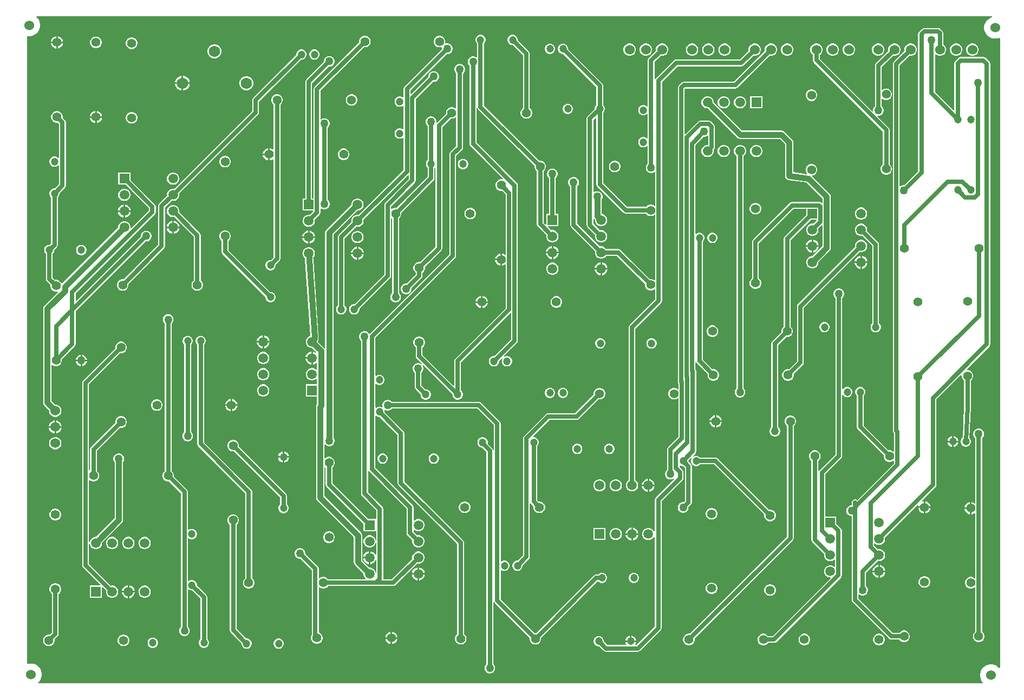
<source format=gbr>
G04*
G04 #@! TF.GenerationSoftware,Altium Limited,Altium Designer,22.4.2 (48)*
G04*
G04 Layer_Physical_Order=1*
G04 Layer_Color=255*
%FSLAX25Y25*%
%MOIN*%
G70*
G04*
G04 #@! TF.SameCoordinates,9D7DA267-A193-428E-9E10-CD2539F38239*
G04*
G04*
G04 #@! TF.FilePolarity,Positive*
G04*
G01*
G75*
%ADD22C,0.02500*%
%ADD23C,0.03500*%
%ADD24C,0.05906*%
%ADD25R,0.05906X0.05906*%
%ADD26C,0.07000*%
%ADD27R,0.05906X0.05906*%
%ADD28C,0.04724*%
%ADD29C,0.06000*%
%ADD30C,0.05512*%
%ADD31C,0.05000*%
G36*
X697806Y499500D02*
X697544Y499448D01*
X696324Y498942D01*
X695225Y498209D01*
X694291Y497274D01*
X693558Y496176D01*
X693052Y494956D01*
X692795Y493660D01*
Y492340D01*
X693052Y491044D01*
X693558Y489824D01*
X694291Y488726D01*
X695225Y487791D01*
X696324Y487058D01*
X697544Y486552D01*
X698840Y486295D01*
X700160D01*
X701456Y486552D01*
X702084Y486812D01*
X702500Y486535D01*
Y98690D01*
X702000Y98483D01*
X701274Y99208D01*
X700176Y99942D01*
X698956Y100448D01*
X697660Y100706D01*
X696340D01*
X695044Y100448D01*
X693824Y99942D01*
X692726Y99208D01*
X691791Y98274D01*
X691058Y97176D01*
X690552Y95956D01*
X690295Y94660D01*
Y93340D01*
X690552Y92044D01*
X691058Y90824D01*
X691791Y89726D01*
X692055Y89462D01*
X691864Y89000D01*
X110690D01*
X110483Y89500D01*
X111208Y90225D01*
X111942Y91324D01*
X112448Y92544D01*
X112706Y93840D01*
Y95160D01*
X112448Y96456D01*
X111942Y97676D01*
X111208Y98774D01*
X110275Y99708D01*
X109176Y100442D01*
X107956Y100948D01*
X106660Y101206D01*
X105340D01*
X104044Y100948D01*
X103916Y100895D01*
X103500Y101172D01*
Y487567D01*
X103886Y487885D01*
X104340Y487794D01*
X105660D01*
X106956Y488052D01*
X108176Y488558D01*
X109274Y489291D01*
X110208Y490226D01*
X110942Y491324D01*
X111448Y492544D01*
X111706Y493840D01*
Y495160D01*
X111448Y496456D01*
X110942Y497676D01*
X110208Y498774D01*
X109483Y499500D01*
X109690Y500000D01*
X697757D01*
X697806Y499500D01*
D02*
G37*
%LPC*%
G36*
X122500Y487687D02*
Y484433D01*
X125754D01*
X125500Y485383D01*
X125005Y486239D01*
X124306Y486938D01*
X123450Y487433D01*
X122500Y487687D01*
D02*
G37*
G36*
X121500D02*
X120550Y487433D01*
X119694Y486938D01*
X118994Y486239D01*
X118500Y485383D01*
X118246Y484433D01*
X121500D01*
Y487687D01*
D02*
G37*
G36*
X312035Y488056D02*
X311099D01*
X310194Y487814D01*
X309384Y487345D01*
X308722Y486683D01*
X308253Y485873D01*
X308011Y484968D01*
Y484032D01*
X308039Y483928D01*
X280622Y456511D01*
X280169Y455833D01*
X280010Y455033D01*
X280010Y455033D01*
Y387753D01*
X279090D01*
Y458734D01*
X289293Y468937D01*
X290072D01*
X290911Y469162D01*
X291664Y469596D01*
X292278Y470211D01*
X292712Y470963D01*
X292937Y471803D01*
Y472672D01*
X292712Y473511D01*
X292278Y474263D01*
X291664Y474878D01*
X290911Y475312D01*
X290072Y475537D01*
X289203D01*
X288364Y475312D01*
X287611Y474878D01*
X286997Y474263D01*
X286562Y473511D01*
X286337Y472672D01*
Y471893D01*
X275522Y461078D01*
X275069Y460400D01*
X274910Y459600D01*
X274910Y459600D01*
Y387753D01*
X273247D01*
Y380247D01*
X279584D01*
X279791Y379747D01*
X277733Y377689D01*
X277494Y377753D01*
X276506D01*
X275552Y377497D01*
X274696Y377003D01*
X273997Y376304D01*
X273503Y375448D01*
X273247Y374494D01*
Y373506D01*
X273503Y372551D01*
X273997Y371696D01*
X274696Y370997D01*
X275552Y370503D01*
X276506Y370247D01*
X277494D01*
X278449Y370503D01*
X279304Y370997D01*
X280003Y371696D01*
X280497Y372551D01*
X280753Y373506D01*
Y374494D01*
X280689Y374733D01*
X283578Y377622D01*
X284031Y378300D01*
X284190Y379100D01*
X284190Y379100D01*
Y381490D01*
X284652Y381681D01*
X284674Y381659D01*
X285426Y381225D01*
X286265Y381000D01*
X287135D01*
X287974Y381225D01*
X288726Y381659D01*
X289341Y382274D01*
X289775Y383026D01*
X290000Y383865D01*
Y384735D01*
X289775Y385574D01*
X289341Y386326D01*
X288790Y386877D01*
Y431323D01*
X289341Y431874D01*
X289775Y432626D01*
X290000Y433465D01*
Y434335D01*
X289775Y435174D01*
X289341Y435926D01*
X288726Y436541D01*
X287974Y436975D01*
X287135Y437200D01*
X286265D01*
X285426Y436975D01*
X284674Y436541D01*
X284652Y436519D01*
X284190Y436710D01*
Y454167D01*
X310995Y480972D01*
X311099Y480944D01*
X312035D01*
X312940Y481186D01*
X313750Y481655D01*
X314412Y482317D01*
X314881Y483127D01*
X315123Y484032D01*
Y484968D01*
X314881Y485873D01*
X314412Y486683D01*
X313750Y487345D01*
X312940Y487814D01*
X312035Y488056D01*
D02*
G37*
G36*
X146468Y487489D02*
X145532D01*
X144627Y487247D01*
X143817Y486778D01*
X143155Y486116D01*
X142686Y485306D01*
X142444Y484401D01*
Y483465D01*
X142686Y482560D01*
X143155Y481750D01*
X143817Y481088D01*
X144627Y480619D01*
X145532Y480377D01*
X146468D01*
X147372Y480619D01*
X148183Y481088D01*
X148845Y481750D01*
X149314Y482560D01*
X149556Y483465D01*
Y484401D01*
X149314Y485306D01*
X148845Y486116D01*
X148183Y486778D01*
X147372Y487247D01*
X146468Y487489D01*
D02*
G37*
G36*
X125754Y483433D02*
X122500D01*
Y480179D01*
X123450Y480433D01*
X124306Y480928D01*
X125005Y481627D01*
X125500Y482483D01*
X125754Y483433D01*
D02*
G37*
G36*
X121500D02*
X118246D01*
X118500Y482483D01*
X118994Y481627D01*
X119694Y480928D01*
X120550Y480433D01*
X121500Y480179D01*
Y483433D01*
D02*
G37*
G36*
X168468Y486989D02*
X167532D01*
X166628Y486747D01*
X165817Y486278D01*
X165155Y485616D01*
X164686Y484805D01*
X164444Y483901D01*
Y482965D01*
X164686Y482060D01*
X165155Y481250D01*
X165817Y480588D01*
X166628Y480119D01*
X167532Y479877D01*
X168468D01*
X169372Y480119D01*
X170183Y480588D01*
X170845Y481250D01*
X171314Y482060D01*
X171556Y482965D01*
Y483901D01*
X171314Y484805D01*
X170845Y485616D01*
X170183Y486278D01*
X169372Y486747D01*
X168468Y486989D01*
D02*
G37*
G36*
X425916Y483162D02*
X425084D01*
X424279Y482947D01*
X423558Y482530D01*
X422970Y481942D01*
X422553Y481221D01*
X422338Y480416D01*
Y479584D01*
X422553Y478779D01*
X422970Y478058D01*
X423558Y477470D01*
X424279Y477053D01*
X425084Y476838D01*
X425916D01*
X426721Y477053D01*
X427442Y477470D01*
X428030Y478058D01*
X428447Y478779D01*
X428662Y479584D01*
Y480416D01*
X428447Y481221D01*
X428030Y481942D01*
X427442Y482530D01*
X426721Y482947D01*
X425916Y483162D01*
D02*
G37*
G36*
X686000Y483300D02*
X685000D01*
X684033Y483041D01*
X683167Y482541D01*
X682459Y481833D01*
X681959Y480967D01*
X681700Y480000D01*
Y479000D01*
X681959Y478033D01*
X682459Y477167D01*
X683167Y476459D01*
X684033Y475959D01*
X685000Y475700D01*
X686000D01*
X686967Y475959D01*
X687833Y476459D01*
X688541Y477167D01*
X689041Y478033D01*
X689300Y479000D01*
Y480000D01*
X689041Y480967D01*
X688541Y481833D01*
X687833Y482541D01*
X686967Y483041D01*
X686000Y483300D01*
D02*
G37*
G36*
X676000D02*
X675000D01*
X674033Y483041D01*
X673167Y482541D01*
X672459Y481833D01*
X671959Y480967D01*
X671700Y480000D01*
Y479000D01*
X671959Y478033D01*
X672459Y477167D01*
X673167Y476459D01*
X674033Y475959D01*
X675000Y475700D01*
X676000D01*
X676967Y475959D01*
X677833Y476459D01*
X678541Y477167D01*
X679041Y478033D01*
X679300Y479000D01*
Y480000D01*
X679041Y480967D01*
X678541Y481833D01*
X677833Y482541D01*
X676967Y483041D01*
X676000Y483300D01*
D02*
G37*
G36*
X664400Y492790D02*
X664400Y492790D01*
X656000D01*
X655200Y492631D01*
X654522Y492178D01*
X654522Y492178D01*
X652722Y490378D01*
X652269Y489700D01*
X652110Y488900D01*
X652110Y488900D01*
Y404466D01*
X643644Y396000D01*
X642866D01*
X642026Y395775D01*
X641274Y395341D01*
X641252Y395319D01*
X640790Y395510D01*
Y469834D01*
X646729Y475773D01*
X647000Y475700D01*
X648000D01*
X648967Y475959D01*
X649833Y476459D01*
X650541Y477167D01*
X651041Y478033D01*
X651300Y479000D01*
Y480000D01*
X651041Y480967D01*
X650541Y481833D01*
X649833Y482541D01*
X648967Y483041D01*
X648000Y483300D01*
X647000D01*
X646033Y483041D01*
X645167Y482541D01*
X644459Y481833D01*
X643959Y480967D01*
X643700Y480000D01*
Y479000D01*
X643773Y478729D01*
X637222Y472178D01*
X636769Y471500D01*
X636610Y470700D01*
X636610Y470700D01*
Y244800D01*
X636610Y244800D01*
X636769Y244000D01*
X637222Y243322D01*
X637310Y243234D01*
Y231872D01*
X636848Y231681D01*
X636683Y231845D01*
X635873Y232314D01*
X634968Y232556D01*
X634032D01*
X633928Y232528D01*
X618590Y247866D01*
Y266118D01*
X619030Y266558D01*
X619447Y267279D01*
X619662Y268084D01*
Y268916D01*
X619447Y269721D01*
X619030Y270442D01*
X618442Y271030D01*
X617721Y271447D01*
X616916Y271662D01*
X616084D01*
X615279Y271447D01*
X614558Y271030D01*
X613970Y270442D01*
X613553Y269721D01*
X613338Y268916D01*
Y268084D01*
X613553Y267279D01*
X613970Y266558D01*
X614410Y266118D01*
Y247000D01*
X614410Y247000D01*
X614569Y246200D01*
X615022Y245522D01*
X630972Y229572D01*
X630944Y229468D01*
Y228532D01*
X631186Y227627D01*
X631655Y226817D01*
X632317Y226155D01*
X633127Y225686D01*
X634032Y225444D01*
X634968D01*
X635873Y225686D01*
X636683Y226155D01*
X636848Y226319D01*
X637310Y226128D01*
Y224466D01*
X614684Y201840D01*
X614100Y202231D01*
X613300Y202390D01*
X612500Y202231D01*
X611822Y201778D01*
X611369Y201100D01*
X611210Y200300D01*
X611210Y200300D01*
Y198700D01*
X610766D01*
X609926Y198475D01*
X609174Y198041D01*
X608559Y197426D01*
X608125Y196674D01*
X607900Y195834D01*
Y194966D01*
X608125Y194126D01*
X608559Y193374D01*
X609174Y192759D01*
X609926Y192325D01*
X610766Y192100D01*
X611210D01*
Y140500D01*
X611210Y140500D01*
X611369Y139700D01*
X611822Y139022D01*
X634322Y116522D01*
X634322Y116522D01*
X635000Y116069D01*
X635800Y115910D01*
X635800Y115910D01*
X640601D01*
X640655Y115817D01*
X641317Y115155D01*
X642128Y114686D01*
X643032Y114444D01*
X643968D01*
X644873Y114686D01*
X645683Y115155D01*
X646345Y115817D01*
X646814Y116628D01*
X647056Y117532D01*
Y118468D01*
X646814Y119372D01*
X646345Y120183D01*
X645683Y120845D01*
X644873Y121314D01*
X643968Y121556D01*
X643032D01*
X642128Y121314D01*
X641317Y120845D01*
X640655Y120183D01*
X640601Y120090D01*
X636666D01*
X615390Y141366D01*
Y143690D01*
X615852Y143881D01*
X615874Y143859D01*
X616626Y143425D01*
X617465Y143200D01*
X618334D01*
X619174Y143425D01*
X619926Y143859D01*
X620541Y144474D01*
X620975Y145226D01*
X621200Y146066D01*
Y146934D01*
X620975Y147774D01*
X620541Y148526D01*
X619990Y149077D01*
Y157034D01*
X627267Y164311D01*
X627506Y164247D01*
X628494D01*
X629449Y164503D01*
X630304Y164997D01*
X631003Y165696D01*
X631497Y166551D01*
X631753Y167506D01*
Y168494D01*
X631497Y169448D01*
X631003Y170304D01*
X630304Y171003D01*
X629449Y171497D01*
X628494Y171753D01*
X627506D01*
X627267Y171689D01*
X624990Y173966D01*
Y174996D01*
X625490Y175203D01*
X625696Y174997D01*
X626551Y174503D01*
X627506Y174247D01*
X628494D01*
X629449Y174503D01*
X630304Y174997D01*
X631003Y175696D01*
X631497Y176551D01*
X631753Y177506D01*
Y178494D01*
X631689Y178733D01*
X651913Y198957D01*
X651998Y198941D01*
X652361Y198363D01*
X652246Y197933D01*
X655500D01*
Y201187D01*
X655070Y201072D01*
X654493Y201435D01*
X654476Y201520D01*
X662778Y209822D01*
X663231Y210500D01*
X663390Y211300D01*
Y263934D01*
X678458Y279002D01*
X678944Y278781D01*
Y278032D01*
X679186Y277128D01*
X679655Y276317D01*
X680317Y275655D01*
X680410Y275601D01*
Y259349D01*
X679525Y240497D01*
X678970Y239942D01*
X678553Y239221D01*
X678338Y238416D01*
Y237584D01*
X678553Y236779D01*
X678970Y236058D01*
X679558Y235470D01*
X680279Y235053D01*
X681084Y234838D01*
X681916D01*
X682721Y235053D01*
X683442Y235470D01*
X684030Y236058D01*
X684447Y236779D01*
X684662Y237584D01*
Y238416D01*
X684447Y239221D01*
X684030Y239942D01*
X683699Y240273D01*
X684588Y259202D01*
X684581Y259251D01*
X684590Y259300D01*
Y275601D01*
X684683Y275655D01*
X685345Y276317D01*
X685814Y277128D01*
X686056Y278032D01*
Y278968D01*
X685814Y279872D01*
X685345Y280683D01*
X684683Y281345D01*
X683873Y281814D01*
X682968Y282056D01*
X682219D01*
X681998Y282542D01*
X695878Y296422D01*
X696331Y297100D01*
X696490Y297900D01*
X696490Y297900D01*
Y470800D01*
X696490Y470800D01*
X696331Y471600D01*
X695878Y472278D01*
X695878Y472278D01*
X693878Y474278D01*
X693200Y474731D01*
X692400Y474890D01*
X692400Y474890D01*
X678400D01*
X678400Y474890D01*
X677600Y474731D01*
X676922Y474278D01*
X676922Y474278D01*
X675022Y472378D01*
X674569Y471700D01*
X674410Y470900D01*
X674410Y470900D01*
Y442199D01*
X673948Y442008D01*
X662490Y453466D01*
Y476482D01*
X662952Y476674D01*
X663167Y476459D01*
X664033Y475959D01*
X665000Y475700D01*
X666000D01*
X666967Y475959D01*
X667833Y476459D01*
X668541Y477167D01*
X669041Y478033D01*
X669300Y479000D01*
Y480000D01*
X669041Y480967D01*
X668541Y481833D01*
X667833Y482541D01*
X667590Y482681D01*
Y489600D01*
X667431Y490400D01*
X666978Y491078D01*
X666978Y491078D01*
X665878Y492178D01*
X665200Y492631D01*
X664400Y492790D01*
D02*
G37*
G36*
X628000Y483300D02*
X627000D01*
X626033Y483041D01*
X625167Y482541D01*
X624459Y481833D01*
X623959Y480967D01*
X623700Y480000D01*
Y479000D01*
X623959Y478033D01*
X624459Y477167D01*
X625167Y476459D01*
X626033Y475959D01*
X627000Y475700D01*
X628000D01*
X628967Y475959D01*
X629833Y476459D01*
X630541Y477167D01*
X631041Y478033D01*
X631300Y479000D01*
Y480000D01*
X631041Y480967D01*
X630541Y481833D01*
X629833Y482541D01*
X628967Y483041D01*
X628000Y483300D01*
D02*
G37*
G36*
X610000D02*
X609000D01*
X608033Y483041D01*
X607167Y482541D01*
X606459Y481833D01*
X605959Y480967D01*
X605700Y480000D01*
Y479000D01*
X605959Y478033D01*
X606459Y477167D01*
X607167Y476459D01*
X608033Y475959D01*
X609000Y475700D01*
X610000D01*
X610967Y475959D01*
X611833Y476459D01*
X612541Y477167D01*
X613041Y478033D01*
X613300Y479000D01*
Y480000D01*
X613041Y480967D01*
X612541Y481833D01*
X611833Y482541D01*
X610967Y483041D01*
X610000Y483300D01*
D02*
G37*
G36*
X600000D02*
X599000D01*
X598033Y483041D01*
X597167Y482541D01*
X596459Y481833D01*
X595959Y480967D01*
X595700Y480000D01*
Y479000D01*
X595959Y478033D01*
X596459Y477167D01*
X597167Y476459D01*
X598033Y475959D01*
X599000Y475700D01*
X600000D01*
X600967Y475959D01*
X601833Y476459D01*
X602541Y477167D01*
X603041Y478033D01*
X603300Y479000D01*
Y480000D01*
X603041Y480967D01*
X602541Y481833D01*
X601833Y482541D01*
X600967Y483041D01*
X600000Y483300D01*
D02*
G37*
G36*
X572000D02*
X571000D01*
X570033Y483041D01*
X569167Y482541D01*
X568459Y481833D01*
X567959Y480967D01*
X567700Y480000D01*
Y479000D01*
X567959Y478033D01*
X568459Y477167D01*
X569167Y476459D01*
X570033Y475959D01*
X571000Y475700D01*
X572000D01*
X572967Y475959D01*
X573833Y476459D01*
X574541Y477167D01*
X575041Y478033D01*
X575300Y479000D01*
Y480000D01*
X575041Y480967D01*
X574541Y481833D01*
X573833Y482541D01*
X572967Y483041D01*
X572000Y483300D01*
D02*
G37*
G36*
X562000D02*
X561000D01*
X560033Y483041D01*
X559167Y482541D01*
X558459Y481833D01*
X557959Y480967D01*
X557700Y480000D01*
Y479000D01*
X557773Y478729D01*
X538734Y459690D01*
X507950D01*
X507150Y459531D01*
X506472Y459078D01*
X504872Y457478D01*
X504419Y456800D01*
X504260Y456000D01*
X504260Y456000D01*
Y274700D01*
X504260Y274700D01*
X504419Y273900D01*
X504710Y273465D01*
Y270405D01*
X504248Y270214D01*
X504116Y270345D01*
X503305Y270814D01*
X502401Y271056D01*
X501465D01*
X500561Y270814D01*
X499750Y270345D01*
X499088Y269683D01*
X498619Y268872D01*
X498377Y267968D01*
Y267032D01*
X498619Y266127D01*
X499088Y265317D01*
X499750Y264655D01*
X500561Y264186D01*
X501465Y263944D01*
X502401D01*
X503305Y264186D01*
X504116Y264655D01*
X504248Y264786D01*
X504710Y264595D01*
Y241018D01*
X498222Y234530D01*
X497769Y233852D01*
X497610Y233052D01*
X497610Y233052D01*
Y220474D01*
X497059Y219923D01*
X496625Y219171D01*
X496400Y218332D01*
Y217463D01*
X496625Y216623D01*
X497059Y215871D01*
X497674Y215257D01*
X498426Y214822D01*
X499265Y214597D01*
X500135D01*
X500974Y214822D01*
X501726Y215257D01*
X502066Y214897D01*
X490722Y203554D01*
X490269Y202875D01*
X490110Y202076D01*
X490110Y202076D01*
Y182093D01*
X489610Y182027D01*
X489497Y182448D01*
X489003Y183304D01*
X488304Y184003D01*
X487449Y184497D01*
X486494Y184753D01*
X485506D01*
X484551Y184497D01*
X483696Y184003D01*
X482997Y183304D01*
X482503Y182448D01*
X482247Y181494D01*
Y180506D01*
X482503Y179551D01*
X482997Y178696D01*
X483696Y177997D01*
X484551Y177503D01*
X485506Y177247D01*
X486494D01*
X487449Y177503D01*
X488304Y177997D01*
X489003Y178696D01*
X489497Y179551D01*
X489610Y179973D01*
X490110Y179907D01*
Y123966D01*
X478734Y112590D01*
X478184D01*
X477965Y113090D01*
X478318Y113702D01*
X478532Y114500D01*
X475185D01*
X471838D01*
X472052Y113702D01*
X472405Y113090D01*
X472186Y112590D01*
X460866D01*
X458662Y114794D01*
Y115416D01*
X458447Y116221D01*
X458030Y116942D01*
X457442Y117530D01*
X456721Y117947D01*
X455916Y118162D01*
X455084D01*
X454279Y117947D01*
X453558Y117530D01*
X452970Y116942D01*
X452553Y116221D01*
X452338Y115416D01*
Y114584D01*
X452553Y113779D01*
X452970Y113058D01*
X453558Y112470D01*
X454279Y112053D01*
X455084Y111838D01*
X455706D01*
X458522Y109022D01*
X459200Y108569D01*
X460000Y108410D01*
X479600D01*
X479600Y108410D01*
X480400Y108569D01*
X481078Y109022D01*
X493678Y121622D01*
X494131Y122300D01*
X494290Y123100D01*
Y201210D01*
X507078Y213998D01*
X507531Y214676D01*
X507690Y215476D01*
Y219076D01*
X507690Y219076D01*
X507531Y219876D01*
X507078Y220554D01*
X507078Y220554D01*
X505178Y222454D01*
Y223206D01*
X505678Y223401D01*
X506279Y223053D01*
X507084Y222838D01*
X507706D01*
X508660Y221884D01*
Y201416D01*
X507844Y200600D01*
X507065D01*
X506226Y200375D01*
X505474Y199941D01*
X504859Y199326D01*
X504425Y198574D01*
X504200Y197734D01*
Y196866D01*
X504425Y196026D01*
X504859Y195274D01*
X505474Y194659D01*
X506226Y194225D01*
X507065Y194000D01*
X507935D01*
X508774Y194225D01*
X509526Y194659D01*
X510141Y195274D01*
X510575Y196026D01*
X510800Y196866D01*
Y197644D01*
X512228Y199072D01*
X512228Y199072D01*
X512681Y199750D01*
X512840Y200550D01*
Y222750D01*
X512681Y223550D01*
X512228Y224228D01*
X512228Y224228D01*
X510662Y225794D01*
Y226206D01*
X512385Y227929D01*
X512785Y227622D01*
X512553Y227221D01*
X512338Y226416D01*
Y225584D01*
X512553Y224779D01*
X512970Y224058D01*
X513558Y223470D01*
X514279Y223053D01*
X515084Y222838D01*
X515916D01*
X516721Y223053D01*
X517442Y223470D01*
X517882Y223910D01*
X526567D01*
X557472Y193005D01*
X557444Y192901D01*
Y191965D01*
X557686Y191060D01*
X558155Y190250D01*
X558817Y189588D01*
X559627Y189119D01*
X560532Y188877D01*
X561468D01*
X562372Y189119D01*
X563183Y189588D01*
X563845Y190250D01*
X564314Y191060D01*
X564556Y191965D01*
Y192901D01*
X564314Y193806D01*
X563845Y194616D01*
X563183Y195278D01*
X562372Y195747D01*
X561468Y195989D01*
X560532D01*
X560428Y195961D01*
X528911Y227478D01*
X528233Y227931D01*
X527433Y228090D01*
X527433Y228090D01*
X517882D01*
X517442Y228530D01*
X516721Y228947D01*
X515916Y229162D01*
X515084D01*
X514279Y228947D01*
X513878Y228715D01*
X513571Y229115D01*
X514878Y230422D01*
X515331Y231100D01*
X515490Y231900D01*
X515490Y231900D01*
Y281300D01*
X515490Y281300D01*
X515331Y282100D01*
X515040Y282535D01*
Y286863D01*
X515540Y286912D01*
X515569Y286767D01*
X516022Y286089D01*
X522539Y279572D01*
X522511Y279468D01*
Y278532D01*
X522753Y277627D01*
X523222Y276817D01*
X523884Y276155D01*
X524694Y275686D01*
X525599Y275444D01*
X526535D01*
X527439Y275686D01*
X528250Y276155D01*
X528912Y276817D01*
X529381Y277627D01*
X529623Y278532D01*
Y279468D01*
X529381Y280373D01*
X528912Y281183D01*
X528250Y281845D01*
X527439Y282314D01*
X526535Y282556D01*
X525599D01*
X525495Y282528D01*
X519590Y288433D01*
Y361118D01*
X520030Y361558D01*
X520447Y362279D01*
X520662Y363084D01*
Y363916D01*
X520447Y364721D01*
X520030Y365442D01*
X519442Y366030D01*
X518721Y366447D01*
X517916Y366662D01*
X517084D01*
X516279Y366447D01*
X515558Y366030D01*
X515502Y365974D01*
X515040Y366165D01*
Y420684D01*
X520056Y425700D01*
X520834D01*
X521674Y425925D01*
X522426Y426359D01*
X522448Y426381D01*
X522910Y426190D01*
Y420753D01*
X522006D01*
X521052Y420497D01*
X520196Y420003D01*
X519497Y419304D01*
X519003Y418448D01*
X518747Y417494D01*
Y416506D01*
X519003Y415552D01*
X519497Y414696D01*
X520196Y413997D01*
X521052Y413503D01*
X522006Y413247D01*
X522994D01*
X523948Y413503D01*
X524804Y413997D01*
X525503Y414696D01*
X525997Y415552D01*
X526253Y416506D01*
Y417494D01*
X526189Y417733D01*
X526478Y418022D01*
X526478Y418022D01*
X526931Y418700D01*
X527090Y419500D01*
Y432000D01*
X526931Y432800D01*
X526478Y433478D01*
X524878Y435078D01*
X524200Y435531D01*
X523400Y435690D01*
X523400Y435690D01*
X518000D01*
X517200Y435531D01*
X516522Y435078D01*
X516522Y435078D01*
X508902Y427458D01*
X508440Y427649D01*
Y455134D01*
X508816Y455510D01*
X539600D01*
X539600Y455510D01*
X540400Y455669D01*
X541078Y456122D01*
X560729Y475773D01*
X561000Y475700D01*
X562000D01*
X562967Y475959D01*
X563833Y476459D01*
X564541Y477167D01*
X565041Y478033D01*
X565300Y479000D01*
Y480000D01*
X565041Y480967D01*
X564541Y481833D01*
X563833Y482541D01*
X562967Y483041D01*
X562000Y483300D01*
D02*
G37*
G36*
X533500D02*
X532500D01*
X531533Y483041D01*
X530667Y482541D01*
X529959Y481833D01*
X529459Y480967D01*
X529200Y480000D01*
Y479000D01*
X529459Y478033D01*
X529959Y477167D01*
X530667Y476459D01*
X531533Y475959D01*
X532500Y475700D01*
X533500D01*
X534467Y475959D01*
X535333Y476459D01*
X536041Y477167D01*
X536541Y478033D01*
X536800Y479000D01*
Y480000D01*
X536541Y480967D01*
X536041Y481833D01*
X535333Y482541D01*
X534467Y483041D01*
X533500Y483300D01*
D02*
G37*
G36*
X523500D02*
X522500D01*
X521533Y483041D01*
X520667Y482541D01*
X519959Y481833D01*
X519459Y480967D01*
X519200Y480000D01*
Y479000D01*
X519459Y478033D01*
X519959Y477167D01*
X520667Y476459D01*
X521533Y475959D01*
X522500Y475700D01*
X523500D01*
X524467Y475959D01*
X525333Y476459D01*
X526041Y477167D01*
X526541Y478033D01*
X526800Y479000D01*
Y480000D01*
X526541Y480967D01*
X526041Y481833D01*
X525333Y482541D01*
X524467Y483041D01*
X523500Y483300D01*
D02*
G37*
G36*
X513500D02*
X512500D01*
X511533Y483041D01*
X510667Y482541D01*
X509959Y481833D01*
X509459Y480967D01*
X509200Y480000D01*
Y479000D01*
X509459Y478033D01*
X509959Y477167D01*
X510667Y476459D01*
X511533Y475959D01*
X512500Y475700D01*
X513500D01*
X514467Y475959D01*
X515333Y476459D01*
X516041Y477167D01*
X516541Y478033D01*
X516800Y479000D01*
Y480000D01*
X516541Y480967D01*
X516041Y481833D01*
X515333Y482541D01*
X514467Y483041D01*
X513500Y483300D01*
D02*
G37*
G36*
X552000D02*
X551000D01*
X550033Y483041D01*
X549167Y482541D01*
X548459Y481833D01*
X547959Y480967D01*
X547700Y480000D01*
Y479000D01*
X547773Y478729D01*
X542434Y473390D01*
X503200D01*
X503200Y473390D01*
X502400Y473231D01*
X501722Y472778D01*
X501722Y472778D01*
X490922Y461978D01*
X490469Y461300D01*
X490390Y460904D01*
X489890Y460953D01*
Y471934D01*
X493729Y475773D01*
X494000Y475700D01*
X495000D01*
X495967Y475959D01*
X496833Y476459D01*
X497541Y477167D01*
X498041Y478033D01*
X498300Y479000D01*
Y480000D01*
X498041Y480967D01*
X497541Y481833D01*
X496833Y482541D01*
X495967Y483041D01*
X495000Y483300D01*
X494000D01*
X493033Y483041D01*
X492167Y482541D01*
X491459Y481833D01*
X490959Y480967D01*
X490700Y480000D01*
Y479000D01*
X490773Y478729D01*
X486322Y474278D01*
X485869Y473600D01*
X485710Y472800D01*
X485710Y472800D01*
Y444654D01*
X485210Y444447D01*
X484942Y444715D01*
X484221Y445132D01*
X483416Y445347D01*
X482584D01*
X481779Y445132D01*
X481058Y444715D01*
X480470Y444127D01*
X480053Y443406D01*
X479838Y442601D01*
Y441769D01*
X480053Y440964D01*
X480470Y440243D01*
X481058Y439655D01*
X481779Y439238D01*
X482584Y439023D01*
X483416D01*
X484221Y439238D01*
X484942Y439655D01*
X485210Y439923D01*
X485710Y439716D01*
Y424969D01*
X485210Y424762D01*
X484942Y425030D01*
X484221Y425447D01*
X483416Y425662D01*
X482584D01*
X481779Y425447D01*
X481058Y425030D01*
X480470Y424442D01*
X480053Y423721D01*
X479838Y422916D01*
Y422084D01*
X480053Y421279D01*
X480470Y420558D01*
X481058Y419970D01*
X481779Y419553D01*
X482584Y419338D01*
X483416D01*
X484221Y419553D01*
X484942Y419970D01*
X485210Y420238D01*
X485710Y420031D01*
Y409377D01*
X485159Y408826D01*
X484725Y408074D01*
X484500Y407234D01*
Y406365D01*
X484725Y405526D01*
X485159Y404774D01*
X485774Y404159D01*
X486526Y403725D01*
X487365Y403500D01*
X488235D01*
X489074Y403725D01*
X489826Y404159D01*
X489848Y404181D01*
X490310Y403990D01*
Y383372D01*
X489848Y383181D01*
X489683Y383345D01*
X488872Y383814D01*
X487968Y384056D01*
X487032D01*
X486128Y383814D01*
X485317Y383345D01*
X484655Y382683D01*
X484601Y382590D01*
X473082D01*
X458275Y397397D01*
Y440618D01*
X458715Y441058D01*
X459132Y441779D01*
X459347Y442584D01*
Y443416D01*
X459132Y444221D01*
X458715Y444942D01*
X458275Y445382D01*
Y457315D01*
X458116Y458115D01*
X457663Y458793D01*
X457663Y458793D01*
X436662Y479794D01*
Y480416D01*
X436447Y481221D01*
X436030Y481942D01*
X435442Y482530D01*
X434721Y482947D01*
X433916Y483162D01*
X433084D01*
X432279Y482947D01*
X431558Y482530D01*
X430970Y481942D01*
X430553Y481221D01*
X430338Y480416D01*
Y479584D01*
X430553Y478779D01*
X430970Y478058D01*
X431558Y477470D01*
X432279Y477053D01*
X433084Y476838D01*
X433706D01*
X454095Y456449D01*
Y445382D01*
X453655Y444942D01*
X453238Y444221D01*
X453023Y443416D01*
Y442794D01*
X448646Y438417D01*
X448193Y437739D01*
X448033Y436939D01*
X448033Y436939D01*
Y371376D01*
X448033Y371376D01*
X448193Y370577D01*
X448646Y369898D01*
X453311Y365233D01*
X453247Y364994D01*
Y364006D01*
X453503Y363052D01*
X453997Y362196D01*
X454696Y361497D01*
X455551Y361003D01*
X456506Y360747D01*
X457494D01*
X458449Y361003D01*
X459304Y361497D01*
X460003Y362196D01*
X460497Y363052D01*
X460753Y364006D01*
Y364994D01*
X460497Y365949D01*
X460003Y366804D01*
X459304Y367503D01*
X458449Y367997D01*
X457494Y368253D01*
X456506D01*
X456267Y368189D01*
X452214Y372242D01*
Y375031D01*
X452714Y375183D01*
X452861Y374961D01*
X453247Y374576D01*
Y374006D01*
X453503Y373052D01*
X453997Y372196D01*
X454696Y371497D01*
X455551Y371003D01*
X456506Y370747D01*
X457494D01*
X458449Y371003D01*
X459304Y371497D01*
X460003Y372196D01*
X460497Y373052D01*
X460753Y374006D01*
Y374994D01*
X460497Y375949D01*
X460003Y376804D01*
X459304Y377503D01*
X458449Y377997D01*
X457494Y378253D01*
X457300D01*
Y386833D01*
X457341Y386874D01*
X457775Y387626D01*
X458000Y388465D01*
Y389335D01*
X457775Y390174D01*
X457341Y390926D01*
X456726Y391541D01*
X455974Y391975D01*
X455134Y392200D01*
X454265D01*
X453426Y391975D01*
X452714Y391564D01*
X452434Y391640D01*
X452214Y391731D01*
Y436073D01*
X453633Y437492D01*
X454095Y437301D01*
Y396531D01*
X454095Y396531D01*
X454254Y395731D01*
X454707Y395053D01*
X470738Y379022D01*
X470738Y379022D01*
X471417Y378569D01*
X472216Y378410D01*
X484601D01*
X484655Y378317D01*
X485317Y377655D01*
X486128Y377186D01*
X487032Y376944D01*
X487968D01*
X488872Y377186D01*
X489683Y377655D01*
X489848Y377819D01*
X490310Y377628D01*
Y337439D01*
X489848Y337248D01*
X489683Y337412D01*
X488872Y337881D01*
X487968Y338123D01*
X487032D01*
X486928Y338095D01*
X469045Y355978D01*
X468367Y356431D01*
X467567Y356590D01*
X467567Y356590D01*
X460127D01*
X460003Y356804D01*
X459304Y357503D01*
X458449Y357997D01*
X457494Y358253D01*
X456506D01*
X456267Y358189D01*
X442190Y372266D01*
Y395123D01*
X442741Y395674D01*
X443175Y396426D01*
X443400Y397266D01*
Y398134D01*
X443175Y398974D01*
X442741Y399726D01*
X442126Y400341D01*
X441374Y400775D01*
X440534Y401000D01*
X439666D01*
X438826Y400775D01*
X438074Y400341D01*
X437459Y399726D01*
X437025Y398974D01*
X436800Y398134D01*
Y397266D01*
X437025Y396426D01*
X437459Y395674D01*
X438010Y395123D01*
Y371400D01*
X438010Y371400D01*
X438169Y370600D01*
X438622Y369922D01*
X453311Y355233D01*
X453247Y354994D01*
Y354006D01*
X453503Y353051D01*
X453997Y352196D01*
X454696Y351497D01*
X455551Y351003D01*
X456506Y350747D01*
X457494D01*
X458449Y351003D01*
X459304Y351497D01*
X460003Y352196D01*
X460127Y352410D01*
X466701D01*
X483972Y335139D01*
X483944Y335035D01*
Y334099D01*
X484186Y333194D01*
X484655Y332384D01*
X485317Y331722D01*
X486128Y331253D01*
X487032Y331011D01*
X487968D01*
X488872Y331253D01*
X489683Y331722D01*
X489848Y331886D01*
X490310Y331695D01*
Y325666D01*
X474522Y309878D01*
X474069Y309200D01*
X473910Y308400D01*
X473910Y308400D01*
Y214126D01*
X473696Y214003D01*
X472997Y213304D01*
X472503Y212449D01*
X472247Y211494D01*
Y210506D01*
X472503Y209552D01*
X472997Y208696D01*
X473696Y207997D01*
X474551Y207503D01*
X475506Y207247D01*
X476494D01*
X477449Y207503D01*
X478304Y207997D01*
X479003Y208696D01*
X479497Y209552D01*
X479753Y210506D01*
Y211494D01*
X479497Y212449D01*
X479003Y213304D01*
X478304Y214003D01*
X478090Y214126D01*
Y307534D01*
X493878Y323322D01*
X493878Y323322D01*
X494331Y324000D01*
X494490Y324800D01*
Y459634D01*
X504066Y469210D01*
X543300D01*
X543300Y469210D01*
X544100Y469369D01*
X544778Y469822D01*
X550729Y475773D01*
X551000Y475700D01*
X552000D01*
X552967Y475959D01*
X553833Y476459D01*
X554541Y477167D01*
X555041Y478033D01*
X555300Y479000D01*
Y480000D01*
X555041Y480967D01*
X554541Y481833D01*
X553833Y482541D01*
X552967Y483041D01*
X552000Y483300D01*
D02*
G37*
G36*
X485000D02*
X484000D01*
X483033Y483041D01*
X482167Y482541D01*
X481459Y481833D01*
X480959Y480967D01*
X480700Y480000D01*
Y479000D01*
X480959Y478033D01*
X481459Y477167D01*
X482167Y476459D01*
X483033Y475959D01*
X484000Y475700D01*
X485000D01*
X485967Y475959D01*
X486833Y476459D01*
X487541Y477167D01*
X488041Y478033D01*
X488300Y479000D01*
Y480000D01*
X488041Y480967D01*
X487541Y481833D01*
X486833Y482541D01*
X485967Y483041D01*
X485000Y483300D01*
D02*
G37*
G36*
X475000D02*
X474000D01*
X473033Y483041D01*
X472167Y482541D01*
X471459Y481833D01*
X470959Y480967D01*
X470700Y480000D01*
Y479000D01*
X470959Y478033D01*
X471459Y477167D01*
X472167Y476459D01*
X473033Y475959D01*
X474000Y475700D01*
X475000D01*
X475967Y475959D01*
X476833Y476459D01*
X477541Y477167D01*
X478041Y478033D01*
X478300Y479000D01*
Y480000D01*
X478041Y480967D01*
X477541Y481833D01*
X476833Y482541D01*
X475967Y483041D01*
X475000Y483300D01*
D02*
G37*
G36*
X383231Y488662D02*
X382399D01*
X381594Y488447D01*
X380873Y488030D01*
X380285Y487442D01*
X379868Y486721D01*
X379653Y485916D01*
Y485084D01*
X379868Y484279D01*
X380285Y483558D01*
X380725Y483118D01*
Y474795D01*
X380263Y474604D01*
X380226Y474641D01*
X379474Y475075D01*
X378635Y475300D01*
X377765D01*
X376926Y475075D01*
X376174Y474641D01*
X375559Y474026D01*
X375125Y473274D01*
X374900Y472435D01*
Y471565D01*
X375125Y470726D01*
X375559Y469974D01*
X376110Y469423D01*
Y421300D01*
X376110Y421300D01*
X376269Y420500D01*
X376722Y419822D01*
X396654Y399890D01*
X396396Y399441D01*
X395968Y399556D01*
X395032D01*
X394127Y399314D01*
X393317Y398845D01*
X392655Y398183D01*
X392186Y397373D01*
X391944Y396468D01*
Y395532D01*
X392186Y394627D01*
X392655Y393817D01*
X393317Y393155D01*
X394127Y392686D01*
X395032Y392444D01*
X395968D01*
X396072Y392472D01*
X398310Y390234D01*
Y353222D01*
X397848Y353031D01*
X397806Y353073D01*
X396950Y353567D01*
X396000Y353821D01*
Y350067D01*
Y346313D01*
X396950Y346567D01*
X397806Y347061D01*
X397848Y347103D01*
X398310Y346912D01*
Y320166D01*
X367207Y289063D01*
X366754Y288385D01*
X366595Y287585D01*
X366595Y287585D01*
Y272699D01*
X366133Y272508D01*
X347090Y291551D01*
Y296168D01*
X347183Y296222D01*
X347845Y296884D01*
X348314Y297694D01*
X348556Y298599D01*
Y299535D01*
X348314Y300440D01*
X347845Y301250D01*
X347183Y301912D01*
X346373Y302381D01*
X345468Y302623D01*
X344532D01*
X343628Y302381D01*
X342817Y301912D01*
X342155Y301250D01*
X341686Y300440D01*
X341444Y299535D01*
Y298599D01*
X341686Y297694D01*
X342155Y296884D01*
X342817Y296222D01*
X342910Y296168D01*
Y290685D01*
X342910Y290685D01*
X343069Y289885D01*
X343522Y289207D01*
X346527Y286202D01*
X346220Y285802D01*
X345574Y286175D01*
X344735Y286400D01*
X343865D01*
X343026Y286175D01*
X342274Y285741D01*
X341659Y285126D01*
X341225Y284374D01*
X341000Y283535D01*
Y282665D01*
X341225Y281826D01*
X341659Y281074D01*
X342210Y280523D01*
Y271700D01*
X342210Y271700D01*
X342369Y270900D01*
X342822Y270222D01*
X345838Y267206D01*
Y266584D01*
X346053Y265779D01*
X346470Y265058D01*
X347058Y264470D01*
X347779Y264053D01*
X348584Y263838D01*
X349416D01*
X350221Y264053D01*
X350942Y264470D01*
X351530Y265058D01*
X351947Y265779D01*
X352162Y266584D01*
Y267416D01*
X351947Y268221D01*
X351530Y268942D01*
X350942Y269530D01*
X350221Y269947D01*
X349416Y270162D01*
X348794D01*
X346390Y272566D01*
Y280523D01*
X346941Y281074D01*
X347375Y281826D01*
X347600Y282665D01*
Y283535D01*
X347375Y284374D01*
X347002Y285020D01*
X347402Y285327D01*
X365523Y267206D01*
Y266584D01*
X365738Y265779D01*
X366155Y265058D01*
X366743Y264470D01*
X367464Y264053D01*
X368269Y263838D01*
X369101D01*
X369906Y264053D01*
X370627Y264470D01*
X371215Y265058D01*
X371632Y265779D01*
X371847Y266584D01*
Y267416D01*
X371632Y268221D01*
X371215Y268942D01*
X370775Y269382D01*
Y286719D01*
X401148Y317092D01*
X401610Y316901D01*
Y301066D01*
X391206Y290662D01*
X390584D01*
X389779Y290447D01*
X389058Y290030D01*
X388470Y289442D01*
X388053Y288721D01*
X387838Y287916D01*
Y287084D01*
X388053Y286279D01*
X388470Y285558D01*
X389058Y284970D01*
X389779Y284553D01*
X390584Y284338D01*
X391416D01*
X392221Y284553D01*
X392942Y284970D01*
X393530Y285558D01*
X393947Y286279D01*
X394162Y287084D01*
Y287706D01*
X395885Y289429D01*
X396285Y289122D01*
X396053Y288721D01*
X395838Y287916D01*
Y287084D01*
X396053Y286279D01*
X396470Y285558D01*
X397058Y284970D01*
X397779Y284553D01*
X398584Y284338D01*
X399416D01*
X400221Y284553D01*
X400942Y284970D01*
X401530Y285558D01*
X401947Y286279D01*
X402162Y287084D01*
Y287916D01*
X401947Y288721D01*
X401530Y289442D01*
X400942Y290030D01*
X400221Y290447D01*
X399416Y290662D01*
X398584D01*
X397779Y290447D01*
X397378Y290215D01*
X397071Y290615D01*
X405178Y298722D01*
X405178Y298722D01*
X405631Y299400D01*
X405790Y300200D01*
Y395800D01*
X405790Y395800D01*
X405631Y396600D01*
X405178Y397278D01*
X405178Y397278D01*
X380290Y422166D01*
Y443807D01*
X380790Y443857D01*
X380884Y443385D01*
X381337Y442707D01*
X415972Y408072D01*
X415944Y407968D01*
Y407032D01*
X416186Y406128D01*
X416655Y405317D01*
X417317Y404655D01*
X417410Y404601D01*
Y372000D01*
X417410Y372000D01*
X417569Y371200D01*
X418022Y370522D01*
X423311Y365233D01*
X423247Y364994D01*
Y364006D01*
X423503Y363052D01*
X423997Y362196D01*
X424696Y361497D01*
X425552Y361003D01*
X426506Y360747D01*
X427494D01*
X428448Y361003D01*
X429304Y361497D01*
X430003Y362196D01*
X430497Y363052D01*
X430753Y364006D01*
Y364994D01*
X430497Y365949D01*
X430003Y366804D01*
X429304Y367503D01*
X428448Y367997D01*
X427494Y368253D01*
X426506D01*
X426267Y368189D01*
X424171Y370285D01*
X424362Y370747D01*
X430753D01*
Y378253D01*
X429090D01*
Y400323D01*
X429641Y400874D01*
X430075Y401626D01*
X430300Y402465D01*
Y403335D01*
X430075Y404174D01*
X429641Y404926D01*
X429026Y405541D01*
X428274Y405975D01*
X427434Y406200D01*
X426566D01*
X425726Y405975D01*
X424974Y405541D01*
X424359Y404926D01*
X423925Y404174D01*
X423700Y403335D01*
Y402465D01*
X423925Y401626D01*
X424359Y400874D01*
X424910Y400323D01*
Y378253D01*
X423247D01*
Y371862D01*
X422785Y371671D01*
X421590Y372866D01*
Y404601D01*
X421683Y404655D01*
X422345Y405317D01*
X422814Y406128D01*
X423056Y407032D01*
Y407968D01*
X422814Y408873D01*
X422345Y409683D01*
X421683Y410345D01*
X420872Y410814D01*
X419968Y411056D01*
X419032D01*
X418928Y411028D01*
X384905Y445051D01*
Y483118D01*
X385345Y483558D01*
X385762Y484279D01*
X385977Y485084D01*
Y485916D01*
X385762Y486721D01*
X385345Y487442D01*
X384757Y488030D01*
X384036Y488447D01*
X383231Y488662D01*
D02*
G37*
G36*
X219566Y482800D02*
X218434D01*
X217340Y482507D01*
X216360Y481941D01*
X215559Y481140D01*
X214993Y480160D01*
X214700Y479066D01*
Y477934D01*
X214993Y476840D01*
X215559Y475860D01*
X216360Y475059D01*
X217340Y474493D01*
X218434Y474200D01*
X219566D01*
X220660Y474493D01*
X221640Y475059D01*
X222441Y475860D01*
X223007Y476840D01*
X223300Y477934D01*
Y479066D01*
X223007Y480160D01*
X222441Y481140D01*
X221640Y481941D01*
X220660Y482507D01*
X219566Y482800D01*
D02*
G37*
G36*
X280916Y479662D02*
X280084D01*
X279279Y479447D01*
X278558Y479030D01*
X277970Y478442D01*
X277553Y477721D01*
X277338Y476916D01*
Y476084D01*
X277553Y475279D01*
X277970Y474558D01*
X278558Y473970D01*
X279279Y473553D01*
X280084Y473338D01*
X280916D01*
X281721Y473553D01*
X282442Y473970D01*
X283030Y474558D01*
X283447Y475279D01*
X283662Y476084D01*
Y476916D01*
X283447Y477721D01*
X283030Y478442D01*
X282442Y479030D01*
X281721Y479447D01*
X280916Y479662D01*
D02*
G37*
G36*
X199907Y463315D02*
X199815D01*
Y459315D01*
X203815D01*
Y459407D01*
X203508Y460552D01*
X202916Y461578D01*
X202078Y462416D01*
X201052Y463008D01*
X199907Y463315D01*
D02*
G37*
G36*
X198815D02*
X198723D01*
X197578Y463008D01*
X196552Y462416D01*
X195714Y461578D01*
X195122Y460552D01*
X194815Y459407D01*
Y459315D01*
X198815D01*
Y463315D01*
D02*
G37*
G36*
X239251Y463115D02*
X238119D01*
X237025Y462822D01*
X236045Y462256D01*
X235244Y461455D01*
X234678Y460475D01*
X234385Y459381D01*
Y458249D01*
X234678Y457155D01*
X235244Y456175D01*
X236045Y455374D01*
X237025Y454808D01*
X238119Y454515D01*
X239251D01*
X240345Y454808D01*
X241325Y455374D01*
X242126Y456175D01*
X242692Y457155D01*
X242985Y458249D01*
Y459381D01*
X242692Y460475D01*
X242126Y461455D01*
X241325Y462256D01*
X240345Y462822D01*
X239251Y463115D01*
D02*
G37*
G36*
X203815Y458315D02*
X199815D01*
Y454315D01*
X199907D01*
X201052Y454622D01*
X202078Y455214D01*
X202916Y456052D01*
X203508Y457078D01*
X203815Y458223D01*
Y458315D01*
D02*
G37*
G36*
X198815D02*
X194815D01*
Y458223D01*
X195122Y457078D01*
X195714Y456052D01*
X196552Y455214D01*
X197578Y454622D01*
X198723Y454315D01*
X198815D01*
Y458315D01*
D02*
G37*
G36*
X357968Y488056D02*
X357032D01*
X356128Y487814D01*
X355317Y487345D01*
X354655Y486683D01*
X354186Y485873D01*
X353944Y484968D01*
Y484032D01*
X354186Y483127D01*
X354655Y482317D01*
X355317Y481655D01*
X356128Y481186D01*
X357032Y480944D01*
X357968D01*
X358640Y481124D01*
X359056Y480746D01*
X359056Y480745D01*
X359000Y480535D01*
Y479756D01*
X336022Y456778D01*
X335569Y456100D01*
X335410Y455300D01*
X335410Y455300D01*
Y450215D01*
X335173Y450117D01*
X334910Y450049D01*
X334221Y450447D01*
X333416Y450662D01*
X332584D01*
X331779Y450447D01*
X331058Y450030D01*
X330470Y449442D01*
X330053Y448721D01*
X329838Y447916D01*
Y447084D01*
X330053Y446279D01*
X330470Y445558D01*
X331058Y444970D01*
X331779Y444553D01*
X332584Y444338D01*
X333416D01*
X334221Y444553D01*
X334910Y444951D01*
X335173Y444883D01*
X335410Y444784D01*
Y430531D01*
X335173Y430432D01*
X334910Y430364D01*
X334221Y430762D01*
X333416Y430977D01*
X332584D01*
X331779Y430762D01*
X331058Y430345D01*
X330470Y429757D01*
X330053Y429036D01*
X329838Y428231D01*
Y427399D01*
X330053Y426594D01*
X330470Y425873D01*
X331058Y425285D01*
X331779Y424868D01*
X332584Y424653D01*
X333416D01*
X334221Y424868D01*
X334910Y425266D01*
X335173Y425198D01*
X335410Y425100D01*
Y405366D01*
X307733Y377689D01*
X307494Y377753D01*
X306506D01*
X305552Y377497D01*
X304696Y377003D01*
X303997Y376304D01*
X303503Y375448D01*
X303247Y374494D01*
Y373506D01*
X303311Y373267D01*
X295522Y365478D01*
X295069Y364800D01*
X294910Y364000D01*
X294910Y364000D01*
Y321882D01*
X294470Y321442D01*
X294053Y320721D01*
X293838Y319916D01*
Y319084D01*
X294053Y318279D01*
X294470Y317558D01*
X295058Y316970D01*
X295779Y316553D01*
X296584Y316338D01*
X297416D01*
X298221Y316553D01*
X298942Y316970D01*
X299530Y317558D01*
X299947Y318279D01*
X300162Y319084D01*
Y319916D01*
X299947Y320721D01*
X299530Y321442D01*
X299090Y321882D01*
Y363134D01*
X306267Y370311D01*
X306506Y370247D01*
X307494D01*
X308449Y370503D01*
X309304Y370997D01*
X310003Y371696D01*
X310497Y372551D01*
X310753Y373506D01*
Y374494D01*
X310689Y374733D01*
X338248Y402292D01*
X338710Y402101D01*
Y399766D01*
X324122Y385178D01*
X323669Y384500D01*
X323510Y383700D01*
X323510Y383700D01*
Y340966D01*
X305206Y322662D01*
X304584D01*
X303779Y322447D01*
X303058Y322030D01*
X302470Y321442D01*
X302053Y320721D01*
X301838Y319916D01*
Y319084D01*
X302053Y318279D01*
X302470Y317558D01*
X303058Y316970D01*
X303779Y316553D01*
X304584Y316338D01*
X305416D01*
X306221Y316553D01*
X306942Y316970D01*
X307530Y317558D01*
X307947Y318279D01*
X308162Y319084D01*
Y319706D01*
X327078Y338622D01*
X327531Y339300D01*
X327690Y340100D01*
X327690Y340100D01*
Y375328D01*
X328190Y375583D01*
X328410Y375424D01*
Y329577D01*
X327859Y329026D01*
X327425Y328274D01*
X327200Y327434D01*
Y326566D01*
X327425Y325726D01*
X327859Y324974D01*
X328474Y324359D01*
X329226Y323925D01*
X330065Y323700D01*
X330935D01*
X331774Y323925D01*
X332526Y324359D01*
X333141Y324974D01*
X333575Y325726D01*
X333800Y326566D01*
Y327434D01*
X333575Y328274D01*
X333141Y329026D01*
X332590Y329577D01*
Y375601D01*
X332683Y375655D01*
X333345Y376317D01*
X333814Y377128D01*
X334056Y378032D01*
Y378968D01*
X334028Y379072D01*
X353793Y398837D01*
X354246Y399515D01*
X354405Y400315D01*
X354405Y400315D01*
Y406374D01*
X354610Y406527D01*
X355110Y406277D01*
Y358066D01*
X345572Y348528D01*
X345468Y348556D01*
X344532D01*
X343628Y348314D01*
X342817Y347845D01*
X342155Y347183D01*
X341686Y346373D01*
X341444Y345468D01*
Y344532D01*
X341686Y343628D01*
X342155Y342817D01*
X342817Y342155D01*
X342910Y342101D01*
Y341066D01*
X337244Y335400D01*
X336466D01*
X335626Y335175D01*
X334874Y334741D01*
X334259Y334126D01*
X333825Y333374D01*
X333600Y332535D01*
Y331665D01*
X333825Y330826D01*
X334259Y330074D01*
X334874Y329459D01*
X335626Y329025D01*
X336466Y328800D01*
X337334D01*
X338174Y329025D01*
X338926Y329459D01*
X339541Y330074D01*
X339975Y330826D01*
X340200Y331665D01*
Y332444D01*
X346478Y338722D01*
X346931Y339400D01*
X347090Y340200D01*
X347090Y340200D01*
Y342101D01*
X347183Y342155D01*
X347845Y342817D01*
X348314Y343628D01*
X348556Y344532D01*
Y345468D01*
X348528Y345572D01*
X358678Y355722D01*
X358678Y355722D01*
X359131Y356400D01*
X359290Y357200D01*
X359290Y357200D01*
Y431767D01*
X364495Y436972D01*
X364599Y436944D01*
X365535D01*
X366440Y437186D01*
X367250Y437655D01*
X367348Y437752D01*
X367810Y437561D01*
Y420066D01*
X364222Y416478D01*
X363769Y415800D01*
X363610Y415000D01*
X363610Y415000D01*
Y353366D01*
X314710Y304466D01*
X314114Y304500D01*
X314041Y304626D01*
X313426Y305241D01*
X312674Y305675D01*
X311835Y305900D01*
X310965D01*
X310126Y305675D01*
X309374Y305241D01*
X308759Y304626D01*
X308325Y303874D01*
X308100Y303034D01*
Y302166D01*
X308325Y301326D01*
X308759Y300574D01*
X309310Y300023D01*
Y205900D01*
X309310Y205900D01*
X309469Y205100D01*
X309922Y204422D01*
X318710Y195634D01*
Y190356D01*
X318253Y190253D01*
Y190253D01*
X313703D01*
X291590Y212366D01*
Y222101D01*
X291683Y222155D01*
X292345Y222817D01*
X292814Y223627D01*
X293056Y224532D01*
Y225468D01*
X292814Y226373D01*
X292345Y227183D01*
X291683Y227845D01*
X290873Y228314D01*
X289968Y228556D01*
X289032D01*
X288127Y228314D01*
X287317Y227845D01*
X287162Y227691D01*
X286700Y227882D01*
Y236134D01*
X287200Y236333D01*
X287674Y235859D01*
X288426Y235425D01*
X289265Y235200D01*
X290135D01*
X290974Y235425D01*
X291726Y235859D01*
X292341Y236474D01*
X292775Y237226D01*
X293000Y238066D01*
Y238934D01*
X292775Y239774D01*
X292341Y240526D01*
X292300Y240567D01*
Y365623D01*
X306924Y380247D01*
X307494D01*
X308449Y380503D01*
X309304Y380997D01*
X310003Y381696D01*
X310497Y382552D01*
X310753Y383506D01*
Y384494D01*
X310497Y385449D01*
X310003Y386304D01*
X309304Y387003D01*
X308449Y387497D01*
X307494Y387753D01*
X306506D01*
X305552Y387497D01*
X304696Y387003D01*
X303997Y386304D01*
X303503Y385449D01*
X303247Y384494D01*
Y383924D01*
X287861Y368538D01*
X287298Y367695D01*
X287100Y366700D01*
Y295648D01*
X286600Y295497D01*
X286438Y295739D01*
X282753Y299424D01*
Y299994D01*
X282752Y299998D01*
X282907Y300230D01*
X282924Y300318D01*
X282969Y300396D01*
X283023Y300813D01*
X283105Y301225D01*
Y302656D01*
X283087Y302745D01*
X283099Y302834D01*
X279868Y350157D01*
X279868Y350157D01*
X279779Y351471D01*
X280003Y351696D01*
X280497Y352552D01*
X280753Y353506D01*
Y354494D01*
X280497Y355449D01*
X280003Y356304D01*
X279304Y357003D01*
X278449Y357497D01*
X277494Y357753D01*
X276506D01*
X275552Y357497D01*
X274696Y357003D01*
X273997Y356304D01*
X273503Y355449D01*
X273247Y354494D01*
Y353506D01*
X273503Y352552D01*
X273997Y351696D01*
X274592Y351101D01*
X274680Y349803D01*
X274680Y349803D01*
X277870Y303082D01*
X277552Y302997D01*
X276696Y302503D01*
X275997Y301804D01*
X275503Y300949D01*
X275247Y299994D01*
Y299006D01*
X275503Y298052D01*
X275997Y297196D01*
X276696Y296497D01*
X277552Y296003D01*
X278506Y295747D01*
X279076D01*
X281674Y293149D01*
X281665Y293103D01*
X281104Y292849D01*
X280526Y293183D01*
X279520Y293453D01*
X279500D01*
Y289500D01*
Y285547D01*
X279520D01*
X280526Y285817D01*
X281427Y286337D01*
X281538Y286448D01*
X282000Y286257D01*
Y282460D01*
X281538Y282269D01*
X281304Y282503D01*
X280449Y282997D01*
X279494Y283253D01*
X278506D01*
X277552Y282997D01*
X276696Y282503D01*
X275997Y281804D01*
X275503Y280948D01*
X275247Y279994D01*
Y279006D01*
X275503Y278051D01*
X275997Y277196D01*
X276696Y276497D01*
X277552Y276003D01*
X278506Y275747D01*
X279494D01*
X280449Y276003D01*
X281304Y276497D01*
X281538Y276731D01*
X282000Y276540D01*
Y273253D01*
X275247D01*
Y265747D01*
X282000D01*
Y260934D01*
X281698Y260482D01*
X281500Y259487D01*
Y203500D01*
X281698Y202505D01*
X282261Y201662D01*
X304800Y179123D01*
Y163600D01*
X304998Y162605D01*
X305561Y161762D01*
X310747Y156576D01*
Y156006D01*
X311003Y155052D01*
X311497Y154196D01*
X312103Y153590D01*
X311971Y153090D01*
X288899D01*
X288845Y153183D01*
X288183Y153845D01*
X287372Y154314D01*
X286468Y154556D01*
X285532D01*
X284628Y154314D01*
X283817Y153845D01*
X283652Y153681D01*
X283190Y153872D01*
Y159600D01*
X283190Y159600D01*
X283031Y160400D01*
X282578Y161078D01*
X282578Y161078D01*
X275000Y168656D01*
Y169434D01*
X274775Y170274D01*
X274341Y171026D01*
X273726Y171641D01*
X272974Y172075D01*
X272134Y172300D01*
X271266D01*
X270426Y172075D01*
X269674Y171641D01*
X269059Y171026D01*
X268625Y170274D01*
X268400Y169434D01*
Y168566D01*
X268625Y167726D01*
X269059Y166974D01*
X269674Y166359D01*
X270426Y165925D01*
X271266Y165700D01*
X272044D01*
X279010Y158734D01*
Y118933D01*
X278686Y118372D01*
X278444Y117468D01*
Y116532D01*
X278686Y115628D01*
X279155Y114817D01*
X279817Y114155D01*
X280627Y113686D01*
X281532Y113444D01*
X282468D01*
X283372Y113686D01*
X284183Y114155D01*
X284845Y114817D01*
X285314Y115628D01*
X285556Y116532D01*
Y117468D01*
X285314Y118372D01*
X284845Y119183D01*
X284183Y119845D01*
X283372Y120314D01*
X283190Y120362D01*
Y148128D01*
X283652Y148319D01*
X283817Y148155D01*
X284628Y147686D01*
X285532Y147444D01*
X286468D01*
X287372Y147686D01*
X288183Y148155D01*
X288845Y148817D01*
X288899Y148910D01*
X318400D01*
X318400Y148910D01*
X318400Y148910D01*
X329000D01*
X329000Y148910D01*
X329800Y149069D01*
X330478Y149522D01*
X343767Y162811D01*
X344006Y162747D01*
X344994D01*
X345949Y163003D01*
X346804Y163497D01*
X347503Y164196D01*
X347997Y165051D01*
X348253Y166006D01*
Y166994D01*
X347997Y167948D01*
X347503Y168804D01*
X346804Y169503D01*
X345949Y169997D01*
X344994Y170253D01*
X344006D01*
X343052Y169997D01*
X342196Y169503D01*
X341497Y168804D01*
X341003Y167948D01*
X340747Y166994D01*
Y166006D01*
X340811Y165767D01*
X328134Y153090D01*
X323145D01*
X322890Y153400D01*
Y196500D01*
X322890Y196500D01*
X322731Y197300D01*
X322278Y197978D01*
X322278Y197978D01*
X313490Y206766D01*
Y220447D01*
X313990Y220496D01*
X314069Y220100D01*
X314522Y219422D01*
X337310Y196634D01*
Y181600D01*
X337310Y181600D01*
X337469Y180800D01*
X337922Y180122D01*
X340811Y177233D01*
X340747Y176994D01*
Y176006D01*
X341003Y175051D01*
X341497Y174196D01*
X342196Y173497D01*
X343052Y173003D01*
X344006Y172747D01*
X344994D01*
X345949Y173003D01*
X346804Y173497D01*
X347503Y174196D01*
X347997Y175051D01*
X348253Y176006D01*
Y176994D01*
X347997Y177948D01*
X347503Y178804D01*
X346804Y179503D01*
X345949Y179997D01*
X344994Y180253D01*
X344006D01*
X343767Y180189D01*
X341490Y182466D01*
Y183495D01*
X341990Y183703D01*
X342196Y183497D01*
X343052Y183003D01*
X344006Y182747D01*
X344994D01*
X345949Y183003D01*
X346804Y183497D01*
X347503Y184196D01*
X347997Y185052D01*
X348253Y186006D01*
Y186994D01*
X347997Y187949D01*
X347503Y188804D01*
X346804Y189503D01*
X345949Y189997D01*
X344994Y190253D01*
X344006D01*
X343052Y189997D01*
X342196Y189503D01*
X341990Y189297D01*
X341490Y189505D01*
Y197500D01*
X341490Y197500D01*
X341331Y198300D01*
X340878Y198978D01*
X340878Y198978D01*
X318090Y221766D01*
Y253600D01*
X318327Y253698D01*
X318590Y253766D01*
X319279Y253368D01*
X320084Y253153D01*
X320706D01*
X331673Y242186D01*
Y212471D01*
X331673Y212471D01*
X331832Y211671D01*
X332285Y210993D01*
X368477Y174801D01*
Y119399D01*
X368384Y119345D01*
X367722Y118683D01*
X367253Y117873D01*
X367011Y116968D01*
Y116032D01*
X367253Y115128D01*
X367722Y114317D01*
X368384Y113655D01*
X369195Y113186D01*
X370099Y112944D01*
X371035D01*
X371939Y113186D01*
X372750Y113655D01*
X373412Y114317D01*
X373881Y115128D01*
X374123Y116032D01*
Y116968D01*
X373881Y117873D01*
X373412Y118683D01*
X372750Y119345D01*
X372657Y119399D01*
Y175667D01*
X372657Y175667D01*
X372498Y176467D01*
X372045Y177145D01*
X335854Y213336D01*
Y243052D01*
X335854Y243052D01*
X335695Y243851D01*
X335241Y244530D01*
X323662Y256109D01*
Y256731D01*
X323517Y257272D01*
X323947Y257602D01*
X324426Y257325D01*
X325266Y257100D01*
X326134D01*
X326974Y257325D01*
X327726Y257759D01*
X328277Y258310D01*
X380834D01*
X390998Y248146D01*
Y232914D01*
X390498Y232864D01*
X390431Y233199D01*
X389978Y233877D01*
X387080Y236776D01*
X387162Y237084D01*
Y237916D01*
X386947Y238721D01*
X386530Y239442D01*
X385942Y240030D01*
X385221Y240447D01*
X384416Y240662D01*
X383584D01*
X382779Y240447D01*
X382058Y240030D01*
X381470Y239442D01*
X381053Y238721D01*
X380838Y237916D01*
Y237084D01*
X381053Y236279D01*
X381470Y235558D01*
X382058Y234970D01*
X382779Y234553D01*
X383584Y234338D01*
X383606D01*
X386410Y231534D01*
Y101077D01*
X385859Y100526D01*
X385425Y99774D01*
X385200Y98935D01*
Y98066D01*
X385425Y97226D01*
X385859Y96474D01*
X386474Y95859D01*
X387226Y95425D01*
X388066Y95200D01*
X388934D01*
X389774Y95425D01*
X390526Y95859D01*
X391141Y96474D01*
X391575Y97226D01*
X391800Y98066D01*
Y98935D01*
X391575Y99774D01*
X391141Y100526D01*
X390590Y101077D01*
Y139398D01*
X391090Y139447D01*
X391157Y139112D01*
X391610Y138434D01*
X412972Y117072D01*
X412944Y116968D01*
Y116032D01*
X413186Y115128D01*
X413655Y114317D01*
X414317Y113655D01*
X415128Y113186D01*
X416032Y112944D01*
X416968D01*
X417872Y113186D01*
X418683Y113655D01*
X419345Y114317D01*
X419814Y115128D01*
X420056Y116032D01*
Y116968D01*
X420028Y117072D01*
X454866Y151910D01*
X455118D01*
X455558Y151470D01*
X456279Y151053D01*
X457084Y150838D01*
X457916D01*
X458721Y151053D01*
X459442Y151470D01*
X460030Y152058D01*
X460447Y152779D01*
X460662Y153584D01*
Y154416D01*
X460447Y155221D01*
X460030Y155942D01*
X459442Y156530D01*
X458721Y156947D01*
X457916Y157162D01*
X457084D01*
X456279Y156947D01*
X455558Y156530D01*
X455118Y156090D01*
X454000D01*
X454000Y156090D01*
X453200Y155931D01*
X452522Y155478D01*
X417072Y120028D01*
X416968Y120056D01*
X416032D01*
X415928Y120028D01*
X395178Y140778D01*
Y158706D01*
X395678Y158901D01*
X396279Y158553D01*
X397084Y158338D01*
X397916D01*
X398721Y158553D01*
X399442Y158970D01*
X400030Y159558D01*
X400447Y160279D01*
X400662Y161084D01*
Y161916D01*
X400447Y162721D01*
X400030Y163442D01*
X399442Y164030D01*
X398721Y164447D01*
X397916Y164662D01*
X397084D01*
X396279Y164447D01*
X395678Y164099D01*
X395178Y164294D01*
Y249012D01*
X395178Y249012D01*
X395019Y249812D01*
X394566Y250490D01*
X394566Y250490D01*
X383178Y261878D01*
X382500Y262331D01*
X381700Y262490D01*
X381700Y262490D01*
X328277D01*
X327726Y263041D01*
X326974Y263475D01*
X326134Y263700D01*
X325266D01*
X324426Y263475D01*
X323674Y263041D01*
X323059Y262426D01*
X322625Y261674D01*
X322400Y260835D01*
Y259965D01*
X322564Y259352D01*
X322135Y259022D01*
X321721Y259262D01*
X320916Y259477D01*
X320084D01*
X319279Y259262D01*
X318590Y258864D01*
X318327Y258932D01*
X318090Y259031D01*
Y273285D01*
X318327Y273383D01*
X318590Y273451D01*
X319279Y273053D01*
X320084Y272838D01*
X320916D01*
X321721Y273053D01*
X322442Y273470D01*
X323030Y274058D01*
X323447Y274779D01*
X323662Y275584D01*
Y276416D01*
X323447Y277221D01*
X323030Y277942D01*
X322442Y278530D01*
X321721Y278947D01*
X320916Y279162D01*
X320084D01*
X319279Y278947D01*
X318590Y278549D01*
X318327Y278617D01*
X318090Y278715D01*
Y301934D01*
X367178Y351022D01*
X367178Y351022D01*
X367631Y351700D01*
X367790Y352500D01*
Y414134D01*
X371378Y417722D01*
X371378Y417722D01*
X371831Y418400D01*
X371990Y419200D01*
X371990Y419200D01*
Y464823D01*
X372541Y465374D01*
X372975Y466126D01*
X373200Y466965D01*
Y467835D01*
X372975Y468674D01*
X372541Y469426D01*
X371926Y470041D01*
X371174Y470475D01*
X370335Y470700D01*
X369465D01*
X368626Y470475D01*
X367874Y470041D01*
X367259Y469426D01*
X366825Y468674D01*
X366600Y467835D01*
Y466965D01*
X366825Y466126D01*
X367259Y465374D01*
X367810Y464823D01*
Y443439D01*
X367348Y443248D01*
X367250Y443345D01*
X366440Y443814D01*
X365535Y444056D01*
X364599D01*
X363695Y443814D01*
X362884Y443345D01*
X362222Y442683D01*
X361753Y441873D01*
X361511Y440968D01*
Y440032D01*
X361539Y439928D01*
X356080Y434469D01*
X355726Y434619D01*
X355615Y434711D01*
Y435534D01*
X355390Y436374D01*
X354956Y437126D01*
X354341Y437741D01*
X353589Y438175D01*
X352749Y438400D01*
X351881D01*
X351041Y438175D01*
X350289Y437741D01*
X349674Y437126D01*
X349240Y436374D01*
X349015Y435534D01*
Y434665D01*
X349240Y433826D01*
X349674Y433074D01*
X350225Y432523D01*
Y411382D01*
X349785Y410942D01*
X349368Y410221D01*
X349153Y409416D01*
Y408584D01*
X349368Y407779D01*
X349785Y407058D01*
X350225Y406618D01*
Y401181D01*
X331072Y382028D01*
X330968Y382056D01*
X330032D01*
X329128Y381814D01*
X328317Y381345D01*
X328152Y381181D01*
X327690Y381372D01*
Y382834D01*
X342278Y397422D01*
X342278Y397422D01*
X342731Y398100D01*
X342890Y398900D01*
X342890Y398900D01*
Y448934D01*
X353556Y459600D01*
X354334D01*
X355174Y459825D01*
X355926Y460259D01*
X356541Y460874D01*
X356975Y461626D01*
X357200Y462465D01*
Y463335D01*
X356975Y464174D01*
X356541Y464926D01*
X355926Y465541D01*
X355174Y465975D01*
X354334Y466200D01*
X353466D01*
X352626Y465975D01*
X351874Y465541D01*
X351259Y464926D01*
X350825Y464174D01*
X350600Y463335D01*
Y462556D01*
X340052Y452008D01*
X339590Y452199D01*
Y454434D01*
X361956Y476800D01*
X362735D01*
X363574Y477025D01*
X364326Y477459D01*
X364941Y478074D01*
X365375Y478826D01*
X365600Y479666D01*
Y480535D01*
X365375Y481374D01*
X364941Y482126D01*
X364326Y482741D01*
X363574Y483175D01*
X362735Y483400D01*
X361865D01*
X361369Y483267D01*
X360960Y483675D01*
X361056Y484032D01*
Y484968D01*
X360814Y485873D01*
X360345Y486683D01*
X359683Y487345D01*
X358873Y487814D01*
X357968Y488056D01*
D02*
G37*
G36*
X586968Y454989D02*
X586032D01*
X585127Y454747D01*
X584317Y454278D01*
X583655Y453616D01*
X583186Y452806D01*
X582944Y451901D01*
Y450965D01*
X583186Y450061D01*
X583655Y449250D01*
X584317Y448588D01*
X585127Y448119D01*
X586032Y447877D01*
X586968D01*
X587873Y448119D01*
X588683Y448588D01*
X589345Y449250D01*
X589814Y450061D01*
X590056Y450965D01*
Y451901D01*
X589814Y452806D01*
X589345Y453616D01*
X588683Y454278D01*
X587873Y454747D01*
X586968Y454989D01*
D02*
G37*
G36*
X303901Y452056D02*
X302965D01*
X302061Y451814D01*
X301250Y451345D01*
X300588Y450683D01*
X300119Y449872D01*
X299877Y448968D01*
Y448032D01*
X300119Y447127D01*
X300588Y446317D01*
X301250Y445655D01*
X302061Y445186D01*
X302965Y444944D01*
X303901D01*
X304805Y445186D01*
X305616Y445655D01*
X306278Y446317D01*
X306747Y447127D01*
X306989Y448032D01*
Y448968D01*
X306747Y449872D01*
X306278Y450683D01*
X305616Y451345D01*
X304805Y451814D01*
X303901Y452056D01*
D02*
G37*
G36*
X556253Y450753D02*
X548747D01*
Y443247D01*
X556253D01*
Y450753D01*
D02*
G37*
G36*
X542994D02*
X542006D01*
X541051Y450497D01*
X540196Y450003D01*
X539497Y449304D01*
X539003Y448449D01*
X538747Y447494D01*
Y446506D01*
X539003Y445551D01*
X539497Y444696D01*
X540196Y443997D01*
X541051Y443503D01*
X542006Y443247D01*
X542994D01*
X543949Y443503D01*
X544804Y443997D01*
X545503Y444696D01*
X545997Y445551D01*
X546253Y446506D01*
Y447494D01*
X545997Y448449D01*
X545503Y449304D01*
X544804Y450003D01*
X543949Y450497D01*
X542994Y450753D01*
D02*
G37*
G36*
X532994D02*
X532006D01*
X531051Y450497D01*
X530196Y450003D01*
X529497Y449304D01*
X529003Y448449D01*
X528747Y447494D01*
Y446506D01*
X529003Y445551D01*
X529497Y444696D01*
X530196Y443997D01*
X531051Y443503D01*
X532006Y443247D01*
X532994D01*
X533949Y443503D01*
X534804Y443997D01*
X535503Y444696D01*
X535997Y445551D01*
X536253Y446506D01*
Y447494D01*
X535997Y448449D01*
X535503Y449304D01*
X534804Y450003D01*
X533949Y450497D01*
X532994Y450753D01*
D02*
G37*
G36*
X638000Y483300D02*
X637000D01*
X636033Y483041D01*
X635167Y482541D01*
X634459Y481833D01*
X633959Y480967D01*
X633700Y480000D01*
Y479000D01*
X633773Y478729D01*
X626122Y471078D01*
X625669Y470400D01*
X625510Y469600D01*
X625510Y469600D01*
Y444677D01*
X624959Y444126D01*
X624525Y443374D01*
X624300Y442534D01*
Y441773D01*
X623870Y441496D01*
X591590Y473776D01*
Y476319D01*
X591833Y476459D01*
X592541Y477167D01*
X593041Y478033D01*
X593300Y479000D01*
Y480000D01*
X593041Y480967D01*
X592541Y481833D01*
X591833Y482541D01*
X590967Y483041D01*
X590000Y483300D01*
X589000D01*
X588033Y483041D01*
X587167Y482541D01*
X586459Y481833D01*
X585959Y480967D01*
X585700Y480000D01*
Y479000D01*
X585959Y478033D01*
X586459Y477167D01*
X587167Y476459D01*
X587410Y476319D01*
Y472910D01*
X587410Y472910D01*
X587569Y472110D01*
X588022Y471432D01*
X630410Y429044D01*
Y408899D01*
X630317Y408845D01*
X629655Y408183D01*
X629186Y407373D01*
X628944Y406468D01*
Y405532D01*
X629186Y404628D01*
X629655Y403817D01*
X630317Y403155D01*
X631128Y402686D01*
X632032Y402444D01*
X632968D01*
X633873Y402686D01*
X634683Y403155D01*
X635345Y403817D01*
X635814Y404628D01*
X636056Y405532D01*
Y406468D01*
X635814Y407373D01*
X635345Y408183D01*
X634683Y408845D01*
X634590Y408899D01*
Y429910D01*
X634431Y430710D01*
X633978Y431388D01*
X633978Y431388D01*
X626996Y438370D01*
X627273Y438800D01*
X628034D01*
X628874Y439025D01*
X629626Y439459D01*
X630241Y440074D01*
X630675Y440826D01*
X630900Y441666D01*
Y442534D01*
X630675Y443374D01*
X630241Y444126D01*
X629690Y444677D01*
Y449061D01*
X630152Y449252D01*
X630317Y449088D01*
X631128Y448619D01*
X632032Y448377D01*
X632968D01*
X633873Y448619D01*
X634683Y449088D01*
X635345Y449750D01*
X635814Y450561D01*
X636056Y451465D01*
Y452401D01*
X635814Y453305D01*
X635345Y454116D01*
X634683Y454778D01*
X633873Y455247D01*
X632968Y455489D01*
X632032D01*
X631128Y455247D01*
X630317Y454778D01*
X630152Y454614D01*
X629690Y454805D01*
Y468734D01*
X636729Y475773D01*
X637000Y475700D01*
X638000D01*
X638967Y475959D01*
X639833Y476459D01*
X640541Y477167D01*
X641041Y478033D01*
X641300Y479000D01*
Y480000D01*
X641041Y480967D01*
X640541Y481833D01*
X639833Y482541D01*
X638967Y483041D01*
X638000Y483300D01*
D02*
G37*
G36*
X436916Y446162D02*
X436084D01*
X435279Y445947D01*
X434558Y445530D01*
X433970Y444942D01*
X433553Y444221D01*
X433338Y443416D01*
Y442584D01*
X433553Y441779D01*
X433970Y441058D01*
X434558Y440470D01*
X435279Y440053D01*
X436084Y439838D01*
X436916D01*
X437721Y440053D01*
X438442Y440470D01*
X439030Y441058D01*
X439447Y441779D01*
X439662Y442584D01*
Y443416D01*
X439447Y444221D01*
X439030Y444942D01*
X438442Y445530D01*
X437721Y445947D01*
X436916Y446162D01*
D02*
G37*
G36*
X146500Y441754D02*
Y438500D01*
X149754D01*
X149500Y439450D01*
X149005Y440306D01*
X148306Y441006D01*
X147450Y441500D01*
X146500Y441754D01*
D02*
G37*
G36*
X145500D02*
X144550Y441500D01*
X143694Y441006D01*
X142994Y440306D01*
X142500Y439450D01*
X142246Y438500D01*
X145500D01*
Y441754D01*
D02*
G37*
G36*
X402916Y488662D02*
X402084D01*
X401279Y488447D01*
X400558Y488030D01*
X399970Y487442D01*
X399553Y486721D01*
X399338Y485916D01*
Y485084D01*
X399553Y484279D01*
X399970Y483558D01*
X400558Y482970D01*
X401279Y482553D01*
X402084Y482338D01*
X402706D01*
X408910Y476134D01*
Y443399D01*
X408817Y443345D01*
X408155Y442683D01*
X407686Y441873D01*
X407444Y440968D01*
Y440032D01*
X407686Y439127D01*
X408155Y438317D01*
X408817Y437655D01*
X409627Y437186D01*
X410532Y436944D01*
X411468D01*
X412372Y437186D01*
X413183Y437655D01*
X413845Y438317D01*
X414314Y439127D01*
X414556Y440032D01*
Y440968D01*
X414314Y441873D01*
X413845Y442683D01*
X413183Y443345D01*
X413090Y443399D01*
Y477000D01*
X413090Y477000D01*
X412931Y477800D01*
X412478Y478478D01*
X412478Y478478D01*
X405662Y485294D01*
Y485916D01*
X405447Y486721D01*
X405030Y487442D01*
X404442Y488030D01*
X403721Y488447D01*
X402916Y488662D01*
D02*
G37*
G36*
X149754Y437500D02*
X146500D01*
Y434246D01*
X147450Y434500D01*
X148306Y434995D01*
X149005Y435694D01*
X149500Y436550D01*
X149754Y437500D01*
D02*
G37*
G36*
X145500D02*
X142246D01*
X142500Y436550D01*
X142994Y435694D01*
X143694Y434995D01*
X144550Y434500D01*
X145500Y434246D01*
Y437500D01*
D02*
G37*
G36*
X168468Y441056D02*
X167532D01*
X166628Y440814D01*
X165817Y440345D01*
X165155Y439683D01*
X164686Y438872D01*
X164444Y437968D01*
Y437032D01*
X164686Y436128D01*
X165155Y435317D01*
X165817Y434655D01*
X166628Y434186D01*
X167532Y433944D01*
X168468D01*
X169372Y434186D01*
X170183Y434655D01*
X170845Y435317D01*
X171314Y436128D01*
X171556Y437032D01*
Y437968D01*
X171314Y438872D01*
X170845Y439683D01*
X170183Y440345D01*
X169372Y440814D01*
X168468Y441056D01*
D02*
G37*
G36*
X257968Y452056D02*
X257032D01*
X256128Y451814D01*
X255317Y451345D01*
X254655Y450683D01*
X254186Y449872D01*
X253944Y448968D01*
Y448032D01*
X254186Y447127D01*
X254655Y446317D01*
X255317Y445655D01*
X255410Y445601D01*
Y418122D01*
X254948Y417931D01*
X254873Y418006D01*
X254017Y418500D01*
X253067Y418754D01*
Y415000D01*
Y411246D01*
X254017Y411500D01*
X254873Y411995D01*
X254948Y412069D01*
X255410Y411878D01*
Y351551D01*
X253706Y349847D01*
X253084D01*
X252279Y349632D01*
X251558Y349215D01*
X250970Y348627D01*
X250553Y347906D01*
X250338Y347101D01*
Y346269D01*
X250553Y345464D01*
X250970Y344743D01*
X251558Y344155D01*
X252279Y343738D01*
X253084Y343523D01*
X253916D01*
X254721Y343738D01*
X255442Y344155D01*
X256030Y344743D01*
X256447Y345464D01*
X256662Y346269D01*
Y346891D01*
X258978Y349207D01*
X258978Y349207D01*
X259431Y349885D01*
X259590Y350685D01*
Y445601D01*
X259683Y445655D01*
X260345Y446317D01*
X260814Y447127D01*
X261056Y448032D01*
Y448968D01*
X260814Y449872D01*
X260345Y450683D01*
X259683Y451345D01*
X258873Y451814D01*
X257968Y452056D01*
D02*
G37*
G36*
X252067Y418754D02*
X251117Y418500D01*
X250261Y418006D01*
X249562Y417306D01*
X249067Y416450D01*
X248813Y415500D01*
X252067D01*
Y418754D01*
D02*
G37*
G36*
X552994Y420753D02*
X552006D01*
X551052Y420497D01*
X550196Y420003D01*
X549497Y419304D01*
X549003Y418448D01*
X548747Y417494D01*
Y416506D01*
X549003Y415552D01*
X549497Y414696D01*
X550196Y413997D01*
X551052Y413503D01*
X552006Y413247D01*
X552994D01*
X553948Y413503D01*
X554804Y413997D01*
X555503Y414696D01*
X555997Y415552D01*
X556253Y416506D01*
Y417494D01*
X555997Y418448D01*
X555503Y419304D01*
X554804Y420003D01*
X553948Y420497D01*
X552994Y420753D01*
D02*
G37*
G36*
X532994D02*
X532006D01*
X531051Y420497D01*
X530196Y420003D01*
X529497Y419304D01*
X529003Y418448D01*
X528747Y417494D01*
Y416506D01*
X529003Y415552D01*
X529497Y414696D01*
X530196Y413997D01*
X531051Y413503D01*
X532006Y413247D01*
X532994D01*
X533949Y413503D01*
X534804Y413997D01*
X535503Y414696D01*
X535997Y415552D01*
X536253Y416506D01*
Y417494D01*
X535997Y418448D01*
X535503Y419304D01*
X534804Y420003D01*
X533949Y420497D01*
X532994Y420753D01*
D02*
G37*
G36*
X122468Y441556D02*
X121532D01*
X120627Y441314D01*
X119817Y440845D01*
X119155Y440183D01*
X118686Y439372D01*
X118444Y438468D01*
Y437532D01*
X118686Y436627D01*
X119155Y435817D01*
X119817Y435155D01*
X120627Y434686D01*
X121532Y434444D01*
X122468D01*
X122572Y434472D01*
X123310Y433734D01*
Y412869D01*
X122810Y412662D01*
X122442Y413030D01*
X121721Y413447D01*
X120916Y413662D01*
X120084D01*
X119279Y413447D01*
X118558Y413030D01*
X117970Y412442D01*
X117553Y411721D01*
X117338Y410916D01*
Y410084D01*
X117553Y409279D01*
X117970Y408558D01*
X118558Y407970D01*
X119279Y407553D01*
X120084Y407338D01*
X120916D01*
X121721Y407553D01*
X122442Y407970D01*
X122810Y408338D01*
X123310Y408131D01*
Y396581D01*
X120706Y393977D01*
X120084D01*
X119279Y393762D01*
X118558Y393345D01*
X117970Y392757D01*
X117553Y392036D01*
X117338Y391231D01*
Y390399D01*
X117553Y389594D01*
X117970Y388873D01*
X118410Y388433D01*
Y360051D01*
X117521Y359162D01*
X116899D01*
X116094Y358947D01*
X115373Y358530D01*
X114785Y357942D01*
X114368Y357221D01*
X114153Y356416D01*
Y355584D01*
X114368Y354779D01*
X114785Y354058D01*
X115225Y353618D01*
Y338185D01*
X115225Y338185D01*
X115384Y337385D01*
X115837Y336707D01*
X117972Y334572D01*
X117944Y334468D01*
Y333532D01*
X118186Y332628D01*
X118655Y331817D01*
X119317Y331155D01*
X120127Y330686D01*
X121032Y330444D01*
X121968D01*
X122367Y330551D01*
X122626Y330103D01*
X114262Y321739D01*
X113698Y320895D01*
X113500Y319900D01*
Y261900D01*
X113698Y260905D01*
X114262Y260062D01*
X117200Y257123D01*
Y256500D01*
X117459Y255533D01*
X117959Y254667D01*
X118667Y253959D01*
X119533Y253459D01*
X120500Y253200D01*
X121500D01*
X122467Y253459D01*
X123333Y253959D01*
X124041Y254667D01*
X124541Y255533D01*
X124800Y256500D01*
Y257500D01*
X124541Y258467D01*
X124041Y259333D01*
X123333Y260041D01*
X122467Y260541D01*
X121500Y260800D01*
X120877D01*
X118700Y262977D01*
Y285185D01*
X119162Y285376D01*
X119317Y285222D01*
X120127Y284753D01*
X121032Y284511D01*
X121968D01*
X122872Y284753D01*
X123683Y285222D01*
X124345Y285884D01*
X124814Y286695D01*
X125056Y287599D01*
Y288535D01*
X125028Y288639D01*
X132937Y296548D01*
X132937Y296548D01*
X133390Y297226D01*
X133549Y298026D01*
X133549Y298026D01*
Y318093D01*
X176723Y361267D01*
X177501D01*
X178341Y361492D01*
X179093Y361926D01*
X179708Y362541D01*
X180142Y363293D01*
X180367Y364132D01*
Y365002D01*
X180142Y365841D01*
X179708Y366593D01*
X179093Y367208D01*
X178341Y367642D01*
X177501Y367867D01*
X176632D01*
X175793Y367642D01*
X175041Y367208D01*
X174426Y366593D01*
X173992Y365841D01*
X173767Y365002D01*
Y364223D01*
X134011Y324467D01*
X133549Y324659D01*
Y329293D01*
X182278Y378022D01*
X182731Y378700D01*
X182890Y379500D01*
X182890Y379500D01*
Y382700D01*
X182731Y383500D01*
X182278Y384178D01*
X182278Y384178D01*
X167253Y399203D01*
Y403753D01*
X159747D01*
Y396247D01*
X164297D01*
X178710Y381834D01*
Y380366D01*
X167684Y369340D01*
X167253Y369616D01*
Y370494D01*
X166997Y371448D01*
X166503Y372304D01*
X165804Y373003D01*
X164948Y373497D01*
X163994Y373753D01*
X163006D01*
X162051Y373497D01*
X161196Y373003D01*
X160497Y372304D01*
X160003Y371448D01*
X159747Y370494D01*
Y369924D01*
X125303Y335479D01*
X125211Y335459D01*
X124699Y335571D01*
X124345Y336183D01*
X123683Y336845D01*
X122872Y337314D01*
X121968Y337556D01*
X121032D01*
X120928Y337528D01*
X119405Y339051D01*
Y353618D01*
X119845Y354058D01*
X120262Y354779D01*
X120477Y355584D01*
Y356206D01*
X121978Y357707D01*
X122431Y358385D01*
X122590Y359185D01*
X122590Y359185D01*
Y388433D01*
X123030Y388873D01*
X123447Y389594D01*
X123662Y390399D01*
Y391021D01*
X126878Y394237D01*
X126878Y394237D01*
X127331Y394915D01*
X127490Y395715D01*
X127490Y395715D01*
Y434600D01*
X127490Y434600D01*
X127331Y435400D01*
X126878Y436078D01*
X126878Y436078D01*
X125528Y437428D01*
X125556Y437532D01*
Y438468D01*
X125314Y439372D01*
X124845Y440183D01*
X124183Y440845D01*
X123372Y441314D01*
X122468Y441556D01*
D02*
G37*
G36*
X298968Y418556D02*
X298032D01*
X297128Y418314D01*
X296317Y417845D01*
X295655Y417183D01*
X295186Y416372D01*
X294944Y415468D01*
Y414532D01*
X295186Y413627D01*
X295655Y412817D01*
X296317Y412155D01*
X297128Y411686D01*
X298032Y411444D01*
X298968D01*
X299872Y411686D01*
X300683Y412155D01*
X301345Y412817D01*
X301814Y413627D01*
X302056Y414532D01*
Y415468D01*
X301814Y416372D01*
X301345Y417183D01*
X300683Y417845D01*
X299872Y418314D01*
X298968Y418556D01*
D02*
G37*
G36*
X252067Y414500D02*
X248813D01*
X249067Y413550D01*
X249562Y412694D01*
X250261Y411995D01*
X251117Y411500D01*
X252067Y411246D01*
Y414500D01*
D02*
G37*
G36*
X225968Y414056D02*
X225032D01*
X224128Y413814D01*
X223317Y413345D01*
X222655Y412683D01*
X222186Y411872D01*
X221944Y410968D01*
Y410032D01*
X222186Y409128D01*
X222655Y408317D01*
X223317Y407655D01*
X224128Y407186D01*
X225032Y406944D01*
X225968D01*
X226872Y407186D01*
X227683Y407655D01*
X228345Y408317D01*
X228814Y409128D01*
X229056Y410032D01*
Y410968D01*
X228814Y411872D01*
X228345Y412683D01*
X227683Y413345D01*
X226872Y413814D01*
X225968Y414056D01*
D02*
G37*
G36*
X372416Y412162D02*
X371584D01*
X370779Y411947D01*
X370058Y411530D01*
X369470Y410942D01*
X369053Y410221D01*
X368838Y409416D01*
Y408584D01*
X369053Y407779D01*
X369470Y407058D01*
X370058Y406470D01*
X370779Y406053D01*
X371584Y405838D01*
X372416D01*
X373221Y406053D01*
X373942Y406470D01*
X374530Y407058D01*
X374947Y407779D01*
X375162Y408584D01*
Y409416D01*
X374947Y410221D01*
X374530Y410942D01*
X373942Y411530D01*
X373221Y411947D01*
X372416Y412162D01*
D02*
G37*
G36*
X465901Y411056D02*
X464965D01*
X464060Y410814D01*
X463250Y410345D01*
X462588Y409683D01*
X462119Y408873D01*
X461877Y407968D01*
Y407032D01*
X462119Y406128D01*
X462588Y405317D01*
X463250Y404655D01*
X464060Y404186D01*
X464965Y403944D01*
X465901D01*
X466806Y404186D01*
X467616Y404655D01*
X468278Y405317D01*
X468747Y406128D01*
X468989Y407032D01*
Y407968D01*
X468747Y408873D01*
X468278Y409683D01*
X467616Y410345D01*
X466806Y410814D01*
X465901Y411056D01*
D02*
G37*
G36*
X193994Y403753D02*
X193006D01*
X192051Y403497D01*
X191196Y403003D01*
X190497Y402304D01*
X190003Y401448D01*
X189747Y400494D01*
Y399506D01*
X190003Y398552D01*
X190497Y397696D01*
X191196Y396997D01*
X192051Y396503D01*
X193006Y396247D01*
X193994D01*
X194948Y396503D01*
X195804Y396997D01*
X196503Y397696D01*
X196997Y398552D01*
X197253Y399506D01*
Y400494D01*
X196997Y401448D01*
X196503Y402304D01*
X195804Y403003D01*
X194948Y403497D01*
X193994Y403753D01*
D02*
G37*
G36*
X272916Y479662D02*
X272084D01*
X271279Y479447D01*
X270558Y479030D01*
X269970Y478442D01*
X269553Y477721D01*
X269338Y476916D01*
Y476294D01*
X242822Y449778D01*
X242369Y449100D01*
X242210Y448300D01*
X242210Y448300D01*
Y441666D01*
X194233Y393689D01*
X193994Y393753D01*
X193006D01*
X192051Y393497D01*
X191196Y393003D01*
X190497Y392304D01*
X190003Y391448D01*
X189747Y390494D01*
Y389506D01*
X189811Y389267D01*
X184922Y384378D01*
X184469Y383700D01*
X184310Y382900D01*
X184310Y382900D01*
Y359266D01*
X163072Y338028D01*
X162968Y338056D01*
X162032D01*
X161127Y337814D01*
X160317Y337345D01*
X159655Y336683D01*
X159186Y335873D01*
X158944Y334968D01*
Y334032D01*
X159186Y333127D01*
X159655Y332317D01*
X160317Y331655D01*
X161127Y331186D01*
X162032Y330944D01*
X162968D01*
X163873Y331186D01*
X164683Y331655D01*
X165345Y332317D01*
X165814Y333127D01*
X166056Y334032D01*
Y334968D01*
X166028Y335072D01*
X187878Y356922D01*
X187878Y356922D01*
X188331Y357600D01*
X188490Y358400D01*
Y382034D01*
X192767Y386311D01*
X193006Y386247D01*
X193994D01*
X194948Y386503D01*
X195804Y386997D01*
X196503Y387696D01*
X196997Y388551D01*
X197253Y389506D01*
Y390494D01*
X197189Y390733D01*
X245778Y439322D01*
X246231Y440000D01*
X246390Y440800D01*
X246390Y440800D01*
Y447434D01*
X272294Y473338D01*
X272916D01*
X273721Y473553D01*
X274442Y473970D01*
X275030Y474558D01*
X275447Y475279D01*
X275662Y476084D01*
Y476916D01*
X275447Y477721D01*
X275030Y478442D01*
X274442Y479030D01*
X273721Y479447D01*
X272916Y479662D01*
D02*
G37*
G36*
X163994Y393753D02*
X163006D01*
X162051Y393497D01*
X161196Y393003D01*
X160497Y392304D01*
X160003Y391448D01*
X159747Y390494D01*
Y389506D01*
X160003Y388551D01*
X160497Y387696D01*
X161196Y386997D01*
X162051Y386503D01*
X163006Y386247D01*
X163994D01*
X164948Y386503D01*
X165804Y386997D01*
X166503Y387696D01*
X166997Y388551D01*
X167253Y389506D01*
Y390494D01*
X166997Y391448D01*
X166503Y392304D01*
X165804Y393003D01*
X164948Y393497D01*
X163994Y393753D01*
D02*
G37*
G36*
X522994Y450753D02*
X522006D01*
X521052Y450497D01*
X520196Y450003D01*
X519497Y449304D01*
X519003Y448449D01*
X518747Y447494D01*
Y446506D01*
X519003Y445551D01*
X519497Y444696D01*
X520196Y443997D01*
X521052Y443503D01*
X522006Y443247D01*
X522576D01*
X540661Y425162D01*
X541505Y424598D01*
X542500Y424400D01*
X567023D01*
X570200Y421223D01*
Y401700D01*
X570265Y401371D01*
X570286Y401037D01*
X570364Y400878D01*
X570398Y400705D01*
X570584Y400426D01*
X570731Y400125D01*
X570863Y400008D01*
X570962Y399862D01*
X571240Y399675D01*
X571491Y399453D01*
X571658Y399396D01*
X571805Y399298D01*
X572134Y399233D01*
X572451Y399124D01*
X583382Y397641D01*
X593203Y387820D01*
Y385109D01*
X592741Y384918D01*
X592678Y384981D01*
X592000Y385434D01*
X591200Y385593D01*
X591200Y385593D01*
X574503D01*
X573703Y385434D01*
X573025Y384981D01*
X573025Y384981D01*
X550522Y362478D01*
X550069Y361800D01*
X549910Y361000D01*
X549910Y361000D01*
Y338466D01*
X549817Y338412D01*
X549155Y337750D01*
X548686Y336940D01*
X548444Y336035D01*
Y335099D01*
X548686Y334194D01*
X549155Y333384D01*
X549817Y332722D01*
X550628Y332253D01*
X551532Y332011D01*
X552468D01*
X553372Y332253D01*
X554183Y332722D01*
X554845Y333384D01*
X555314Y334194D01*
X555556Y335099D01*
Y336035D01*
X555314Y336940D01*
X554845Y337750D01*
X554183Y338412D01*
X554090Y338466D01*
Y360134D01*
X575369Y381413D01*
X583247D01*
Y377703D01*
X570022Y364478D01*
X569569Y363800D01*
X569410Y363000D01*
X569410Y363000D01*
Y308899D01*
X569317Y308845D01*
X568655Y308183D01*
X568186Y307372D01*
X567944Y306468D01*
Y305532D01*
X567972Y305428D01*
X562422Y299878D01*
X561969Y299200D01*
X561810Y298400D01*
X561810Y298400D01*
Y246977D01*
X561259Y246426D01*
X560825Y245674D01*
X560600Y244834D01*
Y243966D01*
X560825Y243126D01*
X561259Y242374D01*
X561874Y241759D01*
X562626Y241325D01*
X563465Y241100D01*
X564334D01*
X565174Y241325D01*
X565926Y241759D01*
X566541Y242374D01*
X566975Y243126D01*
X567200Y243966D01*
Y244834D01*
X566975Y245674D01*
X566541Y246426D01*
X565990Y246977D01*
Y297534D01*
X570928Y302472D01*
X571032Y302444D01*
X571968D01*
X572872Y302686D01*
X573683Y303155D01*
X574345Y303817D01*
X574814Y304627D01*
X575056Y305532D01*
Y306468D01*
X574814Y307372D01*
X574345Y308183D01*
X573683Y308845D01*
X573590Y308899D01*
Y362134D01*
X586203Y374747D01*
X589620D01*
X589791Y374247D01*
X587733Y372189D01*
X587494Y372253D01*
X586506D01*
X585552Y371997D01*
X584696Y371503D01*
X583997Y370804D01*
X583503Y369949D01*
X583247Y368994D01*
Y368006D01*
X583503Y367052D01*
X583997Y366196D01*
X584696Y365497D01*
X585552Y365003D01*
X586506Y364747D01*
X587494D01*
X588448Y365003D01*
X589304Y365497D01*
X590003Y366196D01*
X590497Y367052D01*
X590753Y368006D01*
Y368994D01*
X590689Y369233D01*
X592741Y371285D01*
X593203Y371094D01*
Y358380D01*
X587076Y352253D01*
X586506D01*
X585552Y351997D01*
X584696Y351503D01*
X583997Y350804D01*
X583503Y349949D01*
X583247Y348994D01*
Y348006D01*
X583503Y347052D01*
X583997Y346196D01*
X584696Y345497D01*
X585552Y345003D01*
X586506Y344747D01*
X587494D01*
X588448Y345003D01*
X589304Y345497D01*
X590003Y346196D01*
X590497Y347052D01*
X590753Y348006D01*
Y348576D01*
X597641Y355464D01*
X598205Y356308D01*
X598403Y357303D01*
Y388897D01*
X598205Y389892D01*
X597641Y390736D01*
X586933Y401444D01*
X586945Y401619D01*
X587104Y401980D01*
X587873Y402186D01*
X588683Y402655D01*
X589345Y403317D01*
X589814Y404128D01*
X590056Y405032D01*
Y405968D01*
X589814Y406873D01*
X589345Y407683D01*
X588683Y408345D01*
X587873Y408814D01*
X586968Y409056D01*
X586032D01*
X585127Y408814D01*
X584317Y408345D01*
X583655Y407683D01*
X583186Y406873D01*
X582944Y405968D01*
Y405032D01*
X583186Y404128D01*
X583630Y403360D01*
X583534Y403073D01*
X583439Y402881D01*
X575400Y403971D01*
Y422300D01*
X575202Y423295D01*
X574639Y424138D01*
X569939Y428838D01*
X569095Y429402D01*
X568100Y429600D01*
X543577D01*
X526253Y446924D01*
Y447494D01*
X525997Y448449D01*
X525503Y449304D01*
X524804Y450003D01*
X523948Y450497D01*
X522994Y450753D01*
D02*
G37*
G36*
X164020Y383953D02*
X164000D01*
Y380500D01*
X167453D01*
Y380520D01*
X167183Y381526D01*
X166663Y382427D01*
X165927Y383163D01*
X165026Y383683D01*
X164020Y383953D01*
D02*
G37*
G36*
X163000D02*
X162980D01*
X161974Y383683D01*
X161073Y383163D01*
X160337Y382427D01*
X159817Y381526D01*
X159547Y380520D01*
Y380500D01*
X163000D01*
Y383953D01*
D02*
G37*
G36*
X552468Y385056D02*
X551532D01*
X550628Y384814D01*
X549817Y384345D01*
X549155Y383683D01*
X548686Y382873D01*
X548444Y381968D01*
Y381032D01*
X548686Y380128D01*
X549155Y379317D01*
X549817Y378655D01*
X550628Y378186D01*
X551532Y377944D01*
X552468D01*
X553372Y378186D01*
X554183Y378655D01*
X554845Y379317D01*
X555314Y380128D01*
X555556Y381032D01*
Y381968D01*
X555314Y382873D01*
X554845Y383683D01*
X554183Y384345D01*
X553372Y384814D01*
X552468Y385056D01*
D02*
G37*
G36*
X167453Y379500D02*
X164000D01*
Y376047D01*
X164020D01*
X165026Y376317D01*
X165927Y376837D01*
X166663Y377573D01*
X167183Y378474D01*
X167453Y379480D01*
Y379500D01*
D02*
G37*
G36*
X163000D02*
X159547D01*
Y379480D01*
X159817Y378474D01*
X160337Y377573D01*
X161073Y376837D01*
X161974Y376317D01*
X162980Y376047D01*
X163000D01*
Y379500D01*
D02*
G37*
G36*
X376901Y382056D02*
X375965D01*
X375061Y381814D01*
X374250Y381345D01*
X373588Y380683D01*
X373119Y379872D01*
X372877Y378968D01*
Y378032D01*
X373119Y377128D01*
X373588Y376317D01*
X374250Y375655D01*
X375061Y375186D01*
X375965Y374944D01*
X376901D01*
X377805Y375186D01*
X378616Y375655D01*
X379278Y376317D01*
X379747Y377128D01*
X379989Y378032D01*
Y378968D01*
X379747Y379872D01*
X379278Y380683D01*
X378616Y381345D01*
X377805Y381814D01*
X376901Y382056D01*
D02*
G37*
G36*
X617494Y382253D02*
X616506D01*
X615552Y381997D01*
X614696Y381503D01*
X613997Y380804D01*
X613503Y379948D01*
X613247Y378994D01*
Y378006D01*
X613503Y377051D01*
X613997Y376196D01*
X614696Y375497D01*
X615552Y375003D01*
X616506Y374747D01*
X617494D01*
X618448Y375003D01*
X619304Y375497D01*
X620003Y376196D01*
X620497Y377051D01*
X620753Y378006D01*
Y378994D01*
X620497Y379948D01*
X620003Y380804D01*
X619304Y381503D01*
X618448Y381997D01*
X617494Y382253D01*
D02*
G37*
G36*
X194020Y373953D02*
X194000D01*
Y370500D01*
X197453D01*
Y370520D01*
X197183Y371526D01*
X196663Y372427D01*
X195927Y373163D01*
X195026Y373683D01*
X194020Y373953D01*
D02*
G37*
G36*
X193000D02*
X192980D01*
X191974Y373683D01*
X191073Y373163D01*
X190337Y372427D01*
X189817Y371526D01*
X189547Y370520D01*
Y370500D01*
X193000D01*
Y373953D01*
D02*
G37*
G36*
X197453Y369500D02*
X194000D01*
Y366047D01*
X194020D01*
X195026Y366317D01*
X195927Y366837D01*
X196663Y367573D01*
X197183Y368474D01*
X197453Y369480D01*
Y369500D01*
D02*
G37*
G36*
X193000D02*
X189547D01*
Y369480D01*
X189817Y368474D01*
X190337Y367573D01*
X191073Y366837D01*
X191974Y366317D01*
X192980Y366047D01*
X193000D01*
Y369500D01*
D02*
G37*
G36*
X277520Y367953D02*
X277500D01*
Y364500D01*
X280953D01*
Y364520D01*
X280683Y365526D01*
X280163Y366427D01*
X279427Y367163D01*
X278526Y367683D01*
X277520Y367953D01*
D02*
G37*
G36*
X276500D02*
X276480D01*
X275474Y367683D01*
X274573Y367163D01*
X273837Y366427D01*
X273317Y365526D01*
X273047Y364520D01*
Y364500D01*
X276500D01*
Y367953D01*
D02*
G37*
G36*
X525916Y366662D02*
X525084D01*
X524279Y366447D01*
X523558Y366030D01*
X522970Y365442D01*
X522553Y364721D01*
X522338Y363916D01*
Y363084D01*
X522553Y362279D01*
X522970Y361558D01*
X523558Y360970D01*
X524279Y360553D01*
X525084Y360338D01*
X525916D01*
X526721Y360553D01*
X527442Y360970D01*
X528030Y361558D01*
X528447Y362279D01*
X528662Y363084D01*
Y363916D01*
X528447Y364721D01*
X528030Y365442D01*
X527442Y366030D01*
X526721Y366447D01*
X525916Y366662D01*
D02*
G37*
G36*
X307494Y367753D02*
X306506D01*
X305552Y367497D01*
X304696Y367003D01*
X303997Y366304D01*
X303503Y365448D01*
X303247Y364494D01*
Y363506D01*
X303503Y362551D01*
X303997Y361696D01*
X304696Y360997D01*
X305552Y360503D01*
X306506Y360247D01*
X307494D01*
X308449Y360503D01*
X309304Y360997D01*
X310003Y361696D01*
X310497Y362551D01*
X310753Y363506D01*
Y364494D01*
X310497Y365448D01*
X310003Y366304D01*
X309304Y367003D01*
X308449Y367497D01*
X307494Y367753D01*
D02*
G37*
G36*
X280953Y363500D02*
X277500D01*
Y360047D01*
X277520D01*
X278526Y360317D01*
X279427Y360837D01*
X280163Y361573D01*
X280683Y362474D01*
X280953Y363480D01*
Y363500D01*
D02*
G37*
G36*
X276500D02*
X273047D01*
Y363480D01*
X273317Y362474D01*
X273837Y361573D01*
X274573Y360837D01*
X275474Y360317D01*
X276480Y360047D01*
X276500D01*
Y363500D01*
D02*
G37*
G36*
X587520Y362453D02*
X587500D01*
Y359000D01*
X590953D01*
Y359020D01*
X590683Y360026D01*
X590163Y360927D01*
X589427Y361663D01*
X588526Y362183D01*
X587520Y362453D01*
D02*
G37*
G36*
X586500D02*
X586480D01*
X585474Y362183D01*
X584573Y361663D01*
X583837Y360927D01*
X583317Y360026D01*
X583047Y359020D01*
Y359000D01*
X586500D01*
Y362453D01*
D02*
G37*
G36*
X427520Y358453D02*
X427500D01*
Y355000D01*
X430953D01*
Y355020D01*
X430683Y356026D01*
X430163Y356927D01*
X429427Y357663D01*
X428526Y358183D01*
X427520Y358453D01*
D02*
G37*
G36*
X426500D02*
X426480D01*
X425474Y358183D01*
X424573Y357663D01*
X423837Y356927D01*
X423317Y356026D01*
X423047Y355020D01*
Y355000D01*
X426500D01*
Y358453D01*
D02*
G37*
G36*
X617494Y362253D02*
X616506D01*
X615552Y361997D01*
X614696Y361503D01*
X613997Y360804D01*
X613503Y359948D01*
X613247Y358994D01*
Y358006D01*
X613311Y357767D01*
X578122Y322578D01*
X577669Y321900D01*
X577510Y321100D01*
X577510Y321100D01*
Y287466D01*
X572572Y282528D01*
X572468Y282556D01*
X571532D01*
X570627Y282314D01*
X569817Y281845D01*
X569155Y281183D01*
X568686Y280373D01*
X568444Y279468D01*
Y278532D01*
X568686Y277627D01*
X569155Y276817D01*
X569817Y276155D01*
X570627Y275686D01*
X571532Y275444D01*
X572468D01*
X573373Y275686D01*
X574183Y276155D01*
X574845Y276817D01*
X575314Y277627D01*
X575556Y278532D01*
Y279468D01*
X575528Y279572D01*
X581078Y285122D01*
X581078Y285122D01*
X581531Y285800D01*
X581690Y286600D01*
Y320234D01*
X616267Y354811D01*
X616506Y354747D01*
X617494D01*
X618448Y355003D01*
X619304Y355497D01*
X620003Y356196D01*
X620497Y357051D01*
X620753Y358006D01*
Y358994D01*
X620497Y359948D01*
X620003Y360804D01*
X619304Y361503D01*
X618448Y361997D01*
X617494Y362253D01*
D02*
G37*
G36*
X590953Y358000D02*
X587500D01*
Y354547D01*
X587520D01*
X588526Y354817D01*
X589427Y355337D01*
X590163Y356073D01*
X590683Y356974D01*
X590953Y357980D01*
Y358000D01*
D02*
G37*
G36*
X586500D02*
X583047D01*
Y357980D01*
X583317Y356974D01*
X583837Y356073D01*
X584573Y355337D01*
X585474Y354817D01*
X586480Y354547D01*
X586500D01*
Y358000D01*
D02*
G37*
G36*
X307520Y357953D02*
X307500D01*
Y354500D01*
X310953D01*
Y354520D01*
X310683Y355526D01*
X310163Y356427D01*
X309427Y357163D01*
X308526Y357683D01*
X307520Y357953D01*
D02*
G37*
G36*
X306500D02*
X306480D01*
X305474Y357683D01*
X304573Y357163D01*
X303837Y356427D01*
X303317Y355526D01*
X303047Y354520D01*
Y354500D01*
X306500D01*
Y357953D01*
D02*
G37*
G36*
X137416Y359162D02*
X136584D01*
X135779Y358947D01*
X135058Y358530D01*
X134470Y357942D01*
X134053Y357221D01*
X133838Y356416D01*
Y355584D01*
X134053Y354779D01*
X134470Y354058D01*
X135058Y353470D01*
X135779Y353053D01*
X136584Y352838D01*
X137416D01*
X138221Y353053D01*
X138942Y353470D01*
X139530Y354058D01*
X139947Y354779D01*
X140162Y355584D01*
Y356416D01*
X139947Y357221D01*
X139530Y357942D01*
X138942Y358530D01*
X138221Y358947D01*
X137416Y359162D01*
D02*
G37*
G36*
X395000Y353821D02*
X394050Y353567D01*
X393194Y353073D01*
X392495Y352373D01*
X392000Y351517D01*
X391746Y350567D01*
X395000D01*
Y353821D01*
D02*
G37*
G36*
X430953Y354000D02*
X427500D01*
Y350547D01*
X427520D01*
X428526Y350817D01*
X429427Y351337D01*
X430163Y352073D01*
X430683Y352974D01*
X430953Y353980D01*
Y354000D01*
D02*
G37*
G36*
X426500D02*
X423047D01*
Y353980D01*
X423317Y352974D01*
X423837Y352073D01*
X424573Y351337D01*
X425474Y350817D01*
X426480Y350547D01*
X426500D01*
Y354000D01*
D02*
G37*
G36*
X310953Y353500D02*
X307500D01*
Y350047D01*
X307520D01*
X308526Y350317D01*
X309427Y350837D01*
X310163Y351573D01*
X310683Y352474D01*
X310953Y353480D01*
Y353500D01*
D02*
G37*
G36*
X306500D02*
X303047D01*
Y353480D01*
X303317Y352474D01*
X303837Y351573D01*
X304573Y350837D01*
X305474Y350317D01*
X306480Y350047D01*
X306500D01*
Y353500D01*
D02*
G37*
G36*
X617520Y352453D02*
X617500D01*
Y349000D01*
X620953D01*
Y349020D01*
X620683Y350026D01*
X620163Y350927D01*
X619427Y351663D01*
X618526Y352183D01*
X617520Y352453D01*
D02*
G37*
G36*
X616500D02*
X616480D01*
X615474Y352183D01*
X614573Y351663D01*
X613837Y350927D01*
X613317Y350026D01*
X613047Y349020D01*
Y349000D01*
X616500D01*
Y352453D01*
D02*
G37*
G36*
X395000Y349567D02*
X391746D01*
X392000Y348617D01*
X392495Y347761D01*
X393194Y347061D01*
X394050Y346567D01*
X395000Y346313D01*
Y349567D01*
D02*
G37*
G36*
X457520Y348453D02*
X457500D01*
Y345000D01*
X460953D01*
Y345020D01*
X460683Y346026D01*
X460163Y346927D01*
X459427Y347663D01*
X458526Y348183D01*
X457520Y348453D01*
D02*
G37*
G36*
X456500D02*
X456480D01*
X455474Y348183D01*
X454573Y347663D01*
X453837Y346927D01*
X453317Y346026D01*
X453047Y345020D01*
Y345000D01*
X456500D01*
Y348453D01*
D02*
G37*
G36*
X620953Y348000D02*
X617500D01*
Y344547D01*
X617520D01*
X618526Y344817D01*
X619427Y345337D01*
X620163Y346073D01*
X620683Y346974D01*
X620953Y347980D01*
Y348000D01*
D02*
G37*
G36*
X616500D02*
X613047D01*
Y347980D01*
X613317Y346974D01*
X613837Y346073D01*
X614573Y345337D01*
X615474Y344817D01*
X616480Y344547D01*
X616500D01*
Y348000D01*
D02*
G37*
G36*
X427494Y348253D02*
X426506D01*
X425552Y347997D01*
X424696Y347503D01*
X423997Y346804D01*
X423503Y345949D01*
X423247Y344994D01*
Y344006D01*
X423503Y343052D01*
X423997Y342196D01*
X424696Y341497D01*
X425552Y341003D01*
X426506Y340747D01*
X427494D01*
X428448Y341003D01*
X429304Y341497D01*
X430003Y342196D01*
X430497Y343052D01*
X430753Y344006D01*
Y344994D01*
X430497Y345949D01*
X430003Y346804D01*
X429304Y347503D01*
X428448Y347997D01*
X427494Y348253D01*
D02*
G37*
G36*
X460953Y344000D02*
X457500D01*
Y340547D01*
X457520D01*
X458526Y340817D01*
X459427Y341337D01*
X460163Y342073D01*
X460683Y342974D01*
X460953Y343980D01*
Y344000D01*
D02*
G37*
G36*
X456500D02*
X453047D01*
Y343980D01*
X453317Y342974D01*
X453837Y342073D01*
X454573Y341337D01*
X455474Y340817D01*
X456480Y340547D01*
X456500D01*
Y344000D01*
D02*
G37*
G36*
X193994Y383753D02*
X193006D01*
X192051Y383497D01*
X191196Y383003D01*
X190497Y382304D01*
X190003Y381449D01*
X189747Y380494D01*
Y379506D01*
X190003Y378552D01*
X190497Y377696D01*
X191196Y376997D01*
X192051Y376503D01*
X193006Y376247D01*
X193994D01*
X194233Y376311D01*
X206343Y364201D01*
Y337399D01*
X206250Y337345D01*
X205588Y336683D01*
X205119Y335873D01*
X204877Y334968D01*
Y334032D01*
X205119Y333127D01*
X205588Y332317D01*
X206250Y331655D01*
X207061Y331186D01*
X207965Y330944D01*
X208901D01*
X209805Y331186D01*
X210616Y331655D01*
X211278Y332317D01*
X211747Y333127D01*
X211989Y334032D01*
Y334968D01*
X211747Y335873D01*
X211278Y336683D01*
X210616Y337345D01*
X210523Y337399D01*
Y365067D01*
X210364Y365867D01*
X209911Y366545D01*
X197189Y379267D01*
X197253Y379506D01*
Y380494D01*
X196997Y381449D01*
X196503Y382304D01*
X195804Y383003D01*
X194948Y383497D01*
X193994Y383753D01*
D02*
G37*
G36*
X384000Y327754D02*
Y324500D01*
X387254D01*
X387000Y325450D01*
X386506Y326306D01*
X385806Y327006D01*
X384950Y327500D01*
X384000Y327754D01*
D02*
G37*
G36*
X383000D02*
X382050Y327500D01*
X381194Y327006D01*
X380494Y326306D01*
X380000Y325450D01*
X379746Y324500D01*
X383000D01*
Y327754D01*
D02*
G37*
G36*
X225968Y368123D02*
X225032D01*
X224128Y367881D01*
X223317Y367412D01*
X222655Y366750D01*
X222186Y365939D01*
X221944Y365035D01*
Y364099D01*
X222186Y363194D01*
X222655Y362384D01*
X223317Y361722D01*
X223410Y361668D01*
Y355000D01*
X223410Y355000D01*
X223569Y354200D01*
X224022Y353522D01*
X250338Y327206D01*
Y326584D01*
X250553Y325779D01*
X250970Y325058D01*
X251558Y324470D01*
X252279Y324053D01*
X253084Y323838D01*
X253916D01*
X254721Y324053D01*
X255442Y324470D01*
X256030Y325058D01*
X256447Y325779D01*
X256662Y326584D01*
Y327416D01*
X256447Y328221D01*
X256030Y328942D01*
X255442Y329530D01*
X254721Y329947D01*
X253916Y330162D01*
X253294D01*
X227590Y355866D01*
Y361668D01*
X227683Y361722D01*
X228345Y362384D01*
X228814Y363194D01*
X229056Y364099D01*
Y365035D01*
X228814Y365939D01*
X228345Y366750D01*
X227683Y367412D01*
X226872Y367881D01*
X225968Y368123D01*
D02*
G37*
G36*
X429901Y327556D02*
X428965D01*
X428060Y327314D01*
X427250Y326845D01*
X426588Y326183D01*
X426119Y325373D01*
X425877Y324468D01*
Y323532D01*
X426119Y322627D01*
X426588Y321817D01*
X427250Y321155D01*
X428060Y320686D01*
X428965Y320444D01*
X429901D01*
X430805Y320686D01*
X431616Y321155D01*
X432278Y321817D01*
X432747Y322627D01*
X432989Y323532D01*
Y324468D01*
X432747Y325373D01*
X432278Y326183D01*
X431616Y326845D01*
X430805Y327314D01*
X429901Y327556D01*
D02*
G37*
G36*
X387254Y323500D02*
X384000D01*
Y320246D01*
X384950Y320500D01*
X385806Y320994D01*
X386506Y321694D01*
X387000Y322550D01*
X387254Y323500D01*
D02*
G37*
G36*
X383000D02*
X379746D01*
X380000Y322550D01*
X380494Y321694D01*
X381194Y320994D01*
X382050Y320500D01*
X383000Y320246D01*
Y323500D01*
D02*
G37*
G36*
X617494Y372253D02*
X616506D01*
X615552Y371997D01*
X614696Y371503D01*
X613997Y370804D01*
X613503Y369949D01*
X613247Y368994D01*
Y368006D01*
X613503Y367052D01*
X613997Y366196D01*
X614696Y365497D01*
X615552Y365003D01*
X616506Y364747D01*
X617494D01*
X617733Y364811D01*
X623910Y358634D01*
Y310882D01*
X623470Y310442D01*
X623053Y309721D01*
X622838Y308916D01*
Y308084D01*
X623053Y307279D01*
X623470Y306558D01*
X624058Y305970D01*
X624779Y305553D01*
X625584Y305338D01*
X626416D01*
X627221Y305553D01*
X627942Y305970D01*
X628530Y306558D01*
X628947Y307279D01*
X629162Y308084D01*
Y308916D01*
X628947Y309721D01*
X628530Y310442D01*
X628090Y310882D01*
Y359500D01*
X627931Y360300D01*
X627478Y360978D01*
X627478Y360978D01*
X620689Y367767D01*
X620753Y368006D01*
Y368994D01*
X620497Y369949D01*
X620003Y370804D01*
X619304Y371503D01*
X618448Y371997D01*
X617494Y372253D01*
D02*
G37*
G36*
X594920Y311662D02*
X594088D01*
X593283Y311447D01*
X592562Y311030D01*
X591974Y310442D01*
X591557Y309721D01*
X591342Y308916D01*
Y308084D01*
X591557Y307279D01*
X591974Y306558D01*
X592562Y305970D01*
X593283Y305553D01*
X594088Y305338D01*
X594920D01*
X595725Y305553D01*
X596446Y305970D01*
X597034Y306558D01*
X597451Y307279D01*
X597666Y308084D01*
Y308916D01*
X597451Y309721D01*
X597034Y310442D01*
X596446Y311030D01*
X595725Y311447D01*
X594920Y311662D01*
D02*
G37*
G36*
X526035Y309556D02*
X525099D01*
X524194Y309314D01*
X523384Y308845D01*
X522722Y308183D01*
X522253Y307372D01*
X522011Y306468D01*
Y305532D01*
X522253Y304627D01*
X522722Y303817D01*
X523384Y303155D01*
X524194Y302686D01*
X525099Y302444D01*
X526035D01*
X526939Y302686D01*
X527750Y303155D01*
X528412Y303817D01*
X528881Y304627D01*
X529123Y305532D01*
Y306468D01*
X528881Y307372D01*
X528412Y308183D01*
X527750Y308845D01*
X526939Y309314D01*
X526035Y309556D01*
D02*
G37*
G36*
X249520Y303453D02*
X249500D01*
Y300000D01*
X252953D01*
Y300020D01*
X252683Y301026D01*
X252163Y301927D01*
X251427Y302663D01*
X250526Y303183D01*
X249520Y303453D01*
D02*
G37*
G36*
X248500D02*
X248480D01*
X247474Y303183D01*
X246573Y302663D01*
X245837Y301927D01*
X245317Y301026D01*
X245047Y300020D01*
Y300000D01*
X248500D01*
Y303453D01*
D02*
G37*
G36*
X252953Y299000D02*
X249500D01*
Y295547D01*
X249520D01*
X250526Y295817D01*
X251427Y296337D01*
X252163Y297073D01*
X252683Y297974D01*
X252953Y298980D01*
Y299000D01*
D02*
G37*
G36*
X248500D02*
X245047D01*
Y298980D01*
X245317Y297974D01*
X245837Y297073D01*
X246573Y296337D01*
X247474Y295817D01*
X248480Y295547D01*
X248500D01*
Y299000D01*
D02*
G37*
G36*
X488416Y301662D02*
X487584D01*
X486779Y301447D01*
X486058Y301030D01*
X485470Y300442D01*
X485053Y299721D01*
X484838Y298916D01*
Y298084D01*
X485053Y297279D01*
X485470Y296558D01*
X486058Y295970D01*
X486779Y295553D01*
X487584Y295338D01*
X488416D01*
X489221Y295553D01*
X489942Y295970D01*
X490530Y296558D01*
X490947Y297279D01*
X491162Y298084D01*
Y298916D01*
X490947Y299721D01*
X490530Y300442D01*
X489942Y301030D01*
X489221Y301447D01*
X488416Y301662D01*
D02*
G37*
G36*
X456920D02*
X456088D01*
X455283Y301447D01*
X454562Y301030D01*
X453974Y300442D01*
X453557Y299721D01*
X453342Y298916D01*
Y298084D01*
X453557Y297279D01*
X453974Y296558D01*
X454562Y295970D01*
X455283Y295553D01*
X456088Y295338D01*
X456920D01*
X457725Y295553D01*
X458446Y295970D01*
X459034Y296558D01*
X459451Y297279D01*
X459666Y298084D01*
Y298916D01*
X459451Y299721D01*
X459034Y300442D01*
X458446Y301030D01*
X457725Y301447D01*
X456920Y301662D01*
D02*
G37*
G36*
X161968Y299556D02*
X161032D01*
X160127Y299314D01*
X159317Y298845D01*
X158655Y298183D01*
X158186Y297373D01*
X157944Y296468D01*
Y295532D01*
X157972Y295428D01*
X138222Y275678D01*
X137769Y275000D01*
X137610Y274200D01*
X137610Y274200D01*
Y161800D01*
X137610Y161800D01*
X137769Y161000D01*
X138222Y160322D01*
X148829Y149715D01*
X148638Y149253D01*
X142247D01*
Y141747D01*
X149753D01*
Y148138D01*
X150215Y148329D01*
X152311Y146233D01*
X152247Y145994D01*
Y145006D01*
X152503Y144052D01*
X152997Y143196D01*
X153696Y142497D01*
X154551Y142003D01*
X155506Y141747D01*
X156494D01*
X157448Y142003D01*
X158304Y142497D01*
X159003Y143196D01*
X159497Y144052D01*
X159753Y145006D01*
Y145994D01*
X159497Y146949D01*
X159003Y147804D01*
X158304Y148503D01*
X157448Y148997D01*
X156494Y149253D01*
X155506D01*
X155267Y149189D01*
X141790Y162666D01*
Y174780D01*
X142290Y174846D01*
X142503Y174051D01*
X142997Y173196D01*
X143696Y172497D01*
X144552Y172003D01*
X145506Y171747D01*
X146494D01*
X147449Y172003D01*
X148304Y172497D01*
X149003Y173196D01*
X149497Y174051D01*
X149753Y175006D01*
Y175576D01*
X161938Y187762D01*
X162502Y188605D01*
X162700Y189600D01*
Y225333D01*
X162741Y225374D01*
X163175Y226126D01*
X163400Y226965D01*
Y227835D01*
X163175Y228674D01*
X162741Y229426D01*
X162126Y230041D01*
X161374Y230475D01*
X160534Y230700D01*
X159666D01*
X158826Y230475D01*
X158074Y230041D01*
X157459Y229426D01*
X157025Y228674D01*
X156800Y227835D01*
Y226965D01*
X157025Y226126D01*
X157459Y225374D01*
X157500Y225333D01*
Y190677D01*
X146076Y179253D01*
X145506D01*
X144552Y178997D01*
X143696Y178503D01*
X142997Y177804D01*
X142503Y176948D01*
X142290Y176154D01*
X141790Y176220D01*
Y214095D01*
X142252Y214286D01*
X142384Y214155D01*
X143194Y213686D01*
X144099Y213444D01*
X145035D01*
X145940Y213686D01*
X146750Y214155D01*
X147412Y214817D01*
X147881Y215628D01*
X148123Y216532D01*
Y217468D01*
X147881Y218373D01*
X147412Y219183D01*
X146750Y219845D01*
X146657Y219899D01*
Y232268D01*
X160928Y246539D01*
X161032Y246511D01*
X161968D01*
X162873Y246753D01*
X163683Y247222D01*
X164345Y247884D01*
X164814Y248694D01*
X165056Y249599D01*
Y250535D01*
X164814Y251439D01*
X164345Y252250D01*
X163683Y252912D01*
X162873Y253381D01*
X161968Y253623D01*
X161032D01*
X160127Y253381D01*
X159317Y252912D01*
X158655Y252250D01*
X158186Y251439D01*
X157944Y250535D01*
Y249599D01*
X157972Y249495D01*
X143089Y234612D01*
X142636Y233934D01*
X142477Y233134D01*
X142477Y233134D01*
Y220143D01*
X142290Y220010D01*
X141790Y220268D01*
Y273334D01*
X160928Y292472D01*
X161032Y292444D01*
X161968D01*
X162873Y292686D01*
X163683Y293155D01*
X164345Y293817D01*
X164814Y294627D01*
X165056Y295532D01*
Y296468D01*
X164814Y297373D01*
X164345Y298183D01*
X163683Y298845D01*
X162873Y299314D01*
X161968Y299556D01*
D02*
G37*
G36*
X278500Y293453D02*
X278480D01*
X277474Y293183D01*
X276573Y292663D01*
X275837Y291927D01*
X275317Y291026D01*
X275047Y290020D01*
Y290000D01*
X278500D01*
Y293453D01*
D02*
G37*
G36*
X137500Y291490D02*
Y288500D01*
X140489D01*
X140261Y289351D01*
X139801Y290149D01*
X139149Y290801D01*
X138351Y291262D01*
X137500Y291490D01*
D02*
G37*
G36*
X136500D02*
X135649Y291262D01*
X134851Y290801D01*
X134199Y290149D01*
X133739Y289351D01*
X133510Y288500D01*
X136500D01*
Y291490D01*
D02*
G37*
G36*
X249494Y293253D02*
X248506D01*
X247551Y292997D01*
X246696Y292503D01*
X245997Y291804D01*
X245503Y290949D01*
X245247Y289994D01*
Y289006D01*
X245503Y288052D01*
X245997Y287196D01*
X246696Y286497D01*
X247551Y286003D01*
X248506Y285747D01*
X249494D01*
X250448Y286003D01*
X251304Y286497D01*
X252003Y287196D01*
X252497Y288052D01*
X252753Y289006D01*
Y289994D01*
X252497Y290949D01*
X252003Y291804D01*
X251304Y292503D01*
X250448Y292997D01*
X249494Y293253D01*
D02*
G37*
G36*
X278500Y289000D02*
X275047D01*
Y288980D01*
X275317Y287974D01*
X275837Y287073D01*
X276573Y286337D01*
X277474Y285817D01*
X278480Y285547D01*
X278500D01*
Y289000D01*
D02*
G37*
G36*
X140489Y287500D02*
X137500D01*
Y284510D01*
X138351Y284738D01*
X139149Y285199D01*
X139801Y285851D01*
X140261Y286649D01*
X140489Y287500D01*
D02*
G37*
G36*
X136500D02*
X133510D01*
X133739Y286649D01*
X134199Y285851D01*
X134851Y285199D01*
X135649Y284738D01*
X136500Y284510D01*
Y287500D01*
D02*
G37*
G36*
X249494Y283253D02*
X248506D01*
X247551Y282997D01*
X246696Y282503D01*
X245997Y281804D01*
X245503Y280948D01*
X245247Y279994D01*
Y279006D01*
X245503Y278051D01*
X245997Y277196D01*
X246696Y276497D01*
X247551Y276003D01*
X248506Y275747D01*
X249494D01*
X250448Y276003D01*
X251304Y276497D01*
X252003Y277196D01*
X252497Y278051D01*
X252753Y279006D01*
Y279994D01*
X252497Y280948D01*
X252003Y281804D01*
X251304Y282503D01*
X250448Y282997D01*
X249494Y283253D01*
D02*
G37*
G36*
Y273253D02*
X248506D01*
X247551Y272997D01*
X246696Y272503D01*
X245997Y271804D01*
X245503Y270949D01*
X245247Y269994D01*
Y269006D01*
X245503Y268052D01*
X245997Y267196D01*
X246696Y266497D01*
X247551Y266003D01*
X248506Y265747D01*
X249494D01*
X250448Y266003D01*
X251304Y266497D01*
X252003Y267196D01*
X252497Y268052D01*
X252753Y269006D01*
Y269994D01*
X252497Y270949D01*
X252003Y271804D01*
X251304Y272503D01*
X250448Y272997D01*
X249494Y273253D01*
D02*
G37*
G36*
X603734Y332400D02*
X602866D01*
X602026Y332175D01*
X601274Y331741D01*
X600659Y331126D01*
X600225Y330374D01*
X600000Y329535D01*
Y328665D01*
X600225Y327826D01*
X600659Y327074D01*
X601210Y326523D01*
Y229966D01*
X591422Y220178D01*
X591157Y219782D01*
X590657Y219933D01*
Y226101D01*
X590750Y226155D01*
X591412Y226817D01*
X591881Y227627D01*
X592123Y228532D01*
Y229468D01*
X591881Y230373D01*
X591412Y231183D01*
X590750Y231845D01*
X589939Y232314D01*
X589035Y232556D01*
X588099D01*
X587194Y232314D01*
X586384Y231845D01*
X585722Y231183D01*
X585253Y230373D01*
X585011Y229468D01*
Y228532D01*
X585253Y227627D01*
X585722Y226817D01*
X586384Y226155D01*
X586477Y226101D01*
Y177433D01*
X586477Y177433D01*
X586636Y176633D01*
X587089Y175955D01*
X594311Y168733D01*
X594247Y168494D01*
Y167506D01*
X594503Y166551D01*
X594997Y165696D01*
X595696Y164997D01*
X596552Y164503D01*
X597506Y164247D01*
X598494D01*
X599448Y164503D01*
X600304Y164997D01*
X600510Y165203D01*
X601010Y164996D01*
Y161004D01*
X600510Y160797D01*
X600304Y161003D01*
X599448Y161497D01*
X598494Y161753D01*
X597506D01*
X596552Y161497D01*
X595696Y161003D01*
X594997Y160304D01*
X594503Y159449D01*
X594247Y158494D01*
Y157506D01*
X594503Y156552D01*
X594997Y155696D01*
X595696Y154997D01*
X596552Y154503D01*
X597506Y154247D01*
X598037D01*
X598244Y153747D01*
X562587Y118090D01*
X559832D01*
X559778Y118183D01*
X559116Y118845D01*
X558306Y119314D01*
X557401Y119556D01*
X556465D01*
X555560Y119314D01*
X554750Y118845D01*
X554088Y118183D01*
X553619Y117373D01*
X553377Y116468D01*
Y115532D01*
X553619Y114628D01*
X554088Y113817D01*
X554750Y113155D01*
X555560Y112686D01*
X556465Y112444D01*
X557401D01*
X558306Y112686D01*
X559116Y113155D01*
X559778Y113817D01*
X559832Y113910D01*
X563453D01*
X563453Y113910D01*
X564253Y114069D01*
X564931Y114522D01*
X604578Y154169D01*
X604578Y154169D01*
X605031Y154847D01*
X605190Y155647D01*
X605190Y155647D01*
Y182900D01*
X605190Y182900D01*
X605031Y183700D01*
X604578Y184378D01*
X601753Y187203D01*
Y191753D01*
X594990D01*
Y217834D01*
X604778Y227622D01*
X605231Y228300D01*
X605390Y229100D01*
Y266562D01*
X605890Y266696D01*
X605970Y266558D01*
X606558Y265970D01*
X607279Y265553D01*
X608084Y265338D01*
X608916D01*
X609721Y265553D01*
X610442Y265970D01*
X611030Y266558D01*
X611447Y267279D01*
X611662Y268084D01*
Y268916D01*
X611447Y269721D01*
X611030Y270442D01*
X610442Y271030D01*
X609721Y271447D01*
X608916Y271662D01*
X608084D01*
X607279Y271447D01*
X606558Y271030D01*
X605970Y270442D01*
X605890Y270304D01*
X605390Y270438D01*
Y326523D01*
X605941Y327074D01*
X606375Y327826D01*
X606600Y328665D01*
Y329535D01*
X606375Y330374D01*
X605941Y331126D01*
X605326Y331741D01*
X604574Y332175D01*
X603734Y332400D01*
D02*
G37*
G36*
X542994Y420753D02*
X542006D01*
X541051Y420497D01*
X540196Y420003D01*
X539497Y419304D01*
X539003Y418448D01*
X538747Y417494D01*
Y416506D01*
X539003Y415552D01*
X539497Y414696D01*
X540196Y413997D01*
X540410Y413873D01*
Y271077D01*
X539859Y270526D01*
X539425Y269774D01*
X539200Y268934D01*
Y268066D01*
X539425Y267226D01*
X539859Y266474D01*
X540474Y265859D01*
X541226Y265425D01*
X542065Y265200D01*
X542935D01*
X543774Y265425D01*
X544526Y265859D01*
X545141Y266474D01*
X545575Y267226D01*
X545800Y268066D01*
Y268934D01*
X545575Y269774D01*
X545141Y270526D01*
X544590Y271077D01*
Y413873D01*
X544804Y413997D01*
X545503Y414696D01*
X545997Y415552D01*
X546253Y416506D01*
Y417494D01*
X545997Y418448D01*
X545503Y419304D01*
X544804Y420003D01*
X543949Y420497D01*
X542994Y420753D01*
D02*
G37*
G36*
X433916Y271162D02*
X433084D01*
X432279Y270947D01*
X431558Y270530D01*
X430970Y269942D01*
X430553Y269221D01*
X430338Y268416D01*
Y267584D01*
X430553Y266779D01*
X430970Y266058D01*
X431558Y265470D01*
X432279Y265053D01*
X433084Y264838D01*
X433916D01*
X434721Y265053D01*
X435442Y265470D01*
X436030Y266058D01*
X436447Y266779D01*
X436662Y267584D01*
Y268416D01*
X436447Y269221D01*
X436030Y269942D01*
X435442Y270530D01*
X434721Y270947D01*
X433916Y271162D01*
D02*
G37*
G36*
X425916D02*
X425084D01*
X424279Y270947D01*
X423558Y270530D01*
X422970Y269942D01*
X422553Y269221D01*
X422338Y268416D01*
Y267584D01*
X422553Y266779D01*
X422970Y266058D01*
X423558Y265470D01*
X424279Y265053D01*
X425084Y264838D01*
X425916D01*
X426721Y265053D01*
X427442Y265470D01*
X428030Y266058D01*
X428447Y266779D01*
X428662Y267584D01*
Y268416D01*
X428447Y269221D01*
X428030Y269942D01*
X427442Y270530D01*
X426721Y270947D01*
X425916Y271162D01*
D02*
G37*
G36*
X456468Y271056D02*
X455532D01*
X454628Y270814D01*
X453817Y270345D01*
X453155Y269683D01*
X452686Y268872D01*
X452444Y267968D01*
Y267032D01*
X452472Y266928D01*
X441034Y255490D01*
X424400D01*
X423600Y255331D01*
X422922Y254878D01*
X409522Y241478D01*
X409069Y240800D01*
X408910Y240000D01*
X408910Y240000D01*
Y167866D01*
X405706Y164662D01*
X405084D01*
X404279Y164447D01*
X403558Y164030D01*
X402970Y163442D01*
X402553Y162721D01*
X402338Y161916D01*
Y161084D01*
X402553Y160279D01*
X402970Y159558D01*
X403558Y158970D01*
X404279Y158553D01*
X405084Y158338D01*
X405916D01*
X406721Y158553D01*
X407442Y158970D01*
X408030Y159558D01*
X408447Y160279D01*
X408662Y161084D01*
Y161706D01*
X412478Y165522D01*
X412478Y165522D01*
X412931Y166200D01*
X413090Y167000D01*
Y199795D01*
X413554Y200103D01*
X413590Y200099D01*
X414018Y199459D01*
X415405Y198072D01*
X415377Y197968D01*
Y197032D01*
X415619Y196127D01*
X416088Y195317D01*
X416750Y194655D01*
X417560Y194186D01*
X418465Y193944D01*
X419401D01*
X420305Y194186D01*
X421116Y194655D01*
X421778Y195317D01*
X422247Y196127D01*
X422489Y197032D01*
Y197968D01*
X422247Y198872D01*
X421778Y199683D01*
X421116Y200345D01*
X420305Y200814D01*
X419401Y201056D01*
X418465D01*
X418361Y201028D01*
X417586Y201803D01*
Y235118D01*
X418026Y235558D01*
X418443Y236279D01*
X418658Y237084D01*
Y237916D01*
X418443Y238721D01*
X418026Y239442D01*
X417438Y240030D01*
X416717Y240447D01*
X415912Y240662D01*
X415325D01*
X415118Y241162D01*
X425266Y251310D01*
X441900D01*
X441900Y251310D01*
X442700Y251469D01*
X443378Y251922D01*
X455428Y263972D01*
X455532Y263944D01*
X456468D01*
X457373Y264186D01*
X458183Y264655D01*
X458845Y265317D01*
X459314Y266127D01*
X459556Y267032D01*
Y267968D01*
X459314Y268872D01*
X458845Y269683D01*
X458183Y270345D01*
X457373Y270814D01*
X456468Y271056D01*
D02*
G37*
G36*
X229933Y264254D02*
Y261000D01*
X233187D01*
X232933Y261950D01*
X232438Y262806D01*
X231739Y263506D01*
X230883Y264000D01*
X229933Y264254D01*
D02*
G37*
G36*
X228933D02*
X227983Y264000D01*
X227127Y263506D01*
X226428Y262806D01*
X225933Y261950D01*
X225679Y261000D01*
X228933D01*
Y264254D01*
D02*
G37*
G36*
X183968Y264056D02*
X183032D01*
X182127Y263814D01*
X181317Y263345D01*
X180655Y262683D01*
X180186Y261873D01*
X179944Y260968D01*
Y260032D01*
X180186Y259127D01*
X180655Y258317D01*
X181317Y257655D01*
X182127Y257186D01*
X183032Y256944D01*
X183968D01*
X184872Y257186D01*
X185683Y257655D01*
X186345Y258317D01*
X186814Y259127D01*
X187056Y260032D01*
Y260968D01*
X186814Y261873D01*
X186345Y262683D01*
X185683Y263345D01*
X184872Y263814D01*
X183968Y264056D01*
D02*
G37*
G36*
X233187Y260000D02*
X229933D01*
Y256746D01*
X230883Y257000D01*
X231739Y257494D01*
X232438Y258194D01*
X232933Y259050D01*
X233187Y260000D01*
D02*
G37*
G36*
X228933D02*
X225679D01*
X225933Y259050D01*
X226428Y258194D01*
X227127Y257494D01*
X227983Y257000D01*
X228933Y256746D01*
Y260000D01*
D02*
G37*
G36*
X528067Y254254D02*
Y251000D01*
X531321D01*
X531067Y251950D01*
X530573Y252806D01*
X529873Y253505D01*
X529017Y254000D01*
X528067Y254254D01*
D02*
G37*
G36*
X527067D02*
X526117Y254000D01*
X525261Y253505D01*
X524562Y252806D01*
X524067Y251950D01*
X523813Y251000D01*
X527067D01*
Y254254D01*
D02*
G37*
G36*
X121527Y251000D02*
X121500D01*
Y247500D01*
X125000D01*
Y247527D01*
X124727Y248544D01*
X124201Y249456D01*
X123456Y250201D01*
X122544Y250727D01*
X121527Y251000D01*
D02*
G37*
G36*
X120500D02*
X120473D01*
X119456Y250727D01*
X118544Y250201D01*
X117799Y249456D01*
X117273Y248544D01*
X117000Y247527D01*
Y247500D01*
X120500D01*
Y251000D01*
D02*
G37*
G36*
X531321Y250000D02*
X528067D01*
Y246746D01*
X529017Y247000D01*
X529873Y247495D01*
X530573Y248194D01*
X531067Y249050D01*
X531321Y250000D01*
D02*
G37*
G36*
X527067D02*
X523813D01*
X524067Y249050D01*
X524562Y248194D01*
X525261Y247495D01*
X526117Y247000D01*
X527067Y246746D01*
Y250000D01*
D02*
G37*
G36*
X125000Y246500D02*
X121500D01*
Y243000D01*
X121527D01*
X122544Y243273D01*
X123456Y243799D01*
X124201Y244544D01*
X124727Y245456D01*
X125000Y246473D01*
Y246500D01*
D02*
G37*
G36*
X120500D02*
X117000D01*
Y246473D01*
X117273Y245456D01*
X117799Y244544D01*
X118544Y243799D01*
X119456Y243273D01*
X120473Y243000D01*
X120500D01*
Y246500D01*
D02*
G37*
G36*
X674000Y241347D02*
Y238500D01*
X676847D01*
X676633Y239298D01*
X676190Y240064D01*
X675564Y240690D01*
X674798Y241133D01*
X674000Y241347D01*
D02*
G37*
G36*
X673000D02*
X672202Y241133D01*
X671436Y240690D01*
X670810Y240064D01*
X670367Y239298D01*
X670153Y238500D01*
X673000D01*
Y241347D01*
D02*
G37*
G36*
X202916Y303162D02*
X202084D01*
X201279Y302947D01*
X200558Y302530D01*
X199970Y301942D01*
X199553Y301221D01*
X199338Y300416D01*
Y299584D01*
X199553Y298779D01*
X199970Y298058D01*
X200410Y297618D01*
Y244077D01*
X199859Y243526D01*
X199425Y242774D01*
X199200Y241934D01*
Y241066D01*
X199425Y240226D01*
X199859Y239474D01*
X200474Y238859D01*
X201226Y238425D01*
X202066Y238200D01*
X202934D01*
X203774Y238425D01*
X204526Y238859D01*
X205141Y239474D01*
X205575Y240226D01*
X205800Y241066D01*
Y241934D01*
X205575Y242774D01*
X205141Y243526D01*
X204590Y244077D01*
Y297618D01*
X205030Y298058D01*
X205447Y298779D01*
X205662Y299584D01*
Y300416D01*
X205447Y301221D01*
X205030Y301942D01*
X204442Y302530D01*
X203721Y302947D01*
X202916Y303162D01*
D02*
G37*
G36*
X676847Y237500D02*
X674000D01*
Y234653D01*
X674798Y234867D01*
X675564Y235310D01*
X676190Y235936D01*
X676633Y236702D01*
X676847Y237500D01*
D02*
G37*
G36*
X673000D02*
X670153D01*
X670367Y236702D01*
X670810Y235936D01*
X671436Y235310D01*
X672202Y234867D01*
X673000Y234653D01*
Y237500D01*
D02*
G37*
G36*
X121500Y240800D02*
X120500D01*
X119533Y240541D01*
X118667Y240041D01*
X117959Y239333D01*
X117459Y238467D01*
X117200Y237500D01*
Y236500D01*
X117459Y235533D01*
X117959Y234667D01*
X118667Y233959D01*
X119533Y233459D01*
X120500Y233200D01*
X121500D01*
X122467Y233459D01*
X123333Y233959D01*
X124041Y234667D01*
X124541Y235533D01*
X124800Y236500D01*
Y237500D01*
X124541Y238467D01*
X124041Y239333D01*
X123333Y240041D01*
X122467Y240541D01*
X121500Y240800D01*
D02*
G37*
G36*
X462416Y236662D02*
X461584D01*
X460779Y236447D01*
X460058Y236030D01*
X459470Y235442D01*
X459053Y234721D01*
X458838Y233916D01*
Y233084D01*
X459053Y232279D01*
X459470Y231558D01*
X460058Y230970D01*
X460779Y230553D01*
X461584Y230338D01*
X462416D01*
X463221Y230553D01*
X463942Y230970D01*
X464530Y231558D01*
X464947Y232279D01*
X465162Y233084D01*
Y233916D01*
X464947Y234721D01*
X464530Y235442D01*
X463942Y236030D01*
X463221Y236447D01*
X462416Y236662D01*
D02*
G37*
G36*
X442731D02*
X441899D01*
X441094Y236447D01*
X440373Y236030D01*
X439785Y235442D01*
X439368Y234721D01*
X439153Y233916D01*
Y233084D01*
X439368Y232279D01*
X439785Y231558D01*
X440373Y230970D01*
X441094Y230553D01*
X441899Y230338D01*
X442731D01*
X443536Y230553D01*
X444257Y230970D01*
X444845Y231558D01*
X445262Y232279D01*
X445477Y233084D01*
Y233916D01*
X445262Y234721D01*
X444845Y235442D01*
X444257Y236030D01*
X443536Y236447D01*
X442731Y236662D01*
D02*
G37*
G36*
X262000Y231847D02*
Y229000D01*
X264847D01*
X264633Y229798D01*
X264190Y230564D01*
X263564Y231190D01*
X262798Y231633D01*
X262000Y231847D01*
D02*
G37*
G36*
X261000D02*
X260202Y231633D01*
X259436Y231190D01*
X258810Y230564D01*
X258367Y229798D01*
X258153Y229000D01*
X261000D01*
Y231847D01*
D02*
G37*
G36*
X264847Y228000D02*
X262000D01*
Y225153D01*
X262798Y225367D01*
X263564Y225810D01*
X264190Y226436D01*
X264633Y227202D01*
X264847Y228000D01*
D02*
G37*
G36*
X261000D02*
X258153D01*
X258367Y227202D01*
X258810Y226436D01*
X259436Y225810D01*
X260202Y225367D01*
X261000Y225153D01*
Y228000D01*
D02*
G37*
G36*
X354416Y230662D02*
X353584D01*
X352779Y230447D01*
X352058Y230030D01*
X351470Y229442D01*
X351053Y228721D01*
X350838Y227916D01*
Y227084D01*
X351053Y226279D01*
X351470Y225558D01*
X352058Y224970D01*
X352779Y224553D01*
X353584Y224338D01*
X354416D01*
X355221Y224553D01*
X355942Y224970D01*
X356530Y225558D01*
X356947Y226279D01*
X357162Y227084D01*
Y227916D01*
X356947Y228721D01*
X356530Y229442D01*
X355942Y230030D01*
X355221Y230447D01*
X354416Y230662D01*
D02*
G37*
G36*
X322920D02*
X322088D01*
X321283Y230447D01*
X320562Y230030D01*
X319974Y229442D01*
X319557Y228721D01*
X319342Y227916D01*
Y227084D01*
X319557Y226279D01*
X319974Y225558D01*
X320562Y224970D01*
X321283Y224553D01*
X322088Y224338D01*
X322920D01*
X323725Y224553D01*
X324446Y224970D01*
X325034Y225558D01*
X325451Y226279D01*
X325666Y227084D01*
Y227916D01*
X325451Y228721D01*
X325034Y229442D01*
X324446Y230030D01*
X323725Y230447D01*
X322920Y230662D01*
D02*
G37*
G36*
X486520Y214953D02*
X486500D01*
Y211500D01*
X489953D01*
Y211520D01*
X489683Y212526D01*
X489163Y213427D01*
X488427Y214163D01*
X487526Y214683D01*
X486520Y214953D01*
D02*
G37*
G36*
X485500D02*
X485480D01*
X484474Y214683D01*
X483573Y214163D01*
X482837Y213427D01*
X482317Y212526D01*
X482047Y211520D01*
Y211500D01*
X485500D01*
Y214953D01*
D02*
G37*
G36*
X466494Y214753D02*
X465506D01*
X464551Y214497D01*
X463696Y214003D01*
X462997Y213304D01*
X462503Y212449D01*
X462247Y211494D01*
Y210506D01*
X462503Y209552D01*
X462997Y208696D01*
X463696Y207997D01*
X464551Y207503D01*
X465506Y207247D01*
X466494D01*
X467449Y207503D01*
X468304Y207997D01*
X469003Y208696D01*
X469497Y209552D01*
X469753Y210506D01*
Y211494D01*
X469497Y212449D01*
X469003Y213304D01*
X468304Y214003D01*
X467449Y214497D01*
X466494Y214753D01*
D02*
G37*
G36*
X456494D02*
X455506D01*
X454552Y214497D01*
X453696Y214003D01*
X452997Y213304D01*
X452503Y212449D01*
X452247Y211494D01*
Y210506D01*
X452503Y209552D01*
X452997Y208696D01*
X453696Y207997D01*
X454552Y207503D01*
X455506Y207247D01*
X456494D01*
X457448Y207503D01*
X458304Y207997D01*
X459003Y208696D01*
X459497Y209552D01*
X459753Y210506D01*
Y211494D01*
X459497Y212449D01*
X459003Y213304D01*
X458304Y214003D01*
X457448Y214497D01*
X456494Y214753D01*
D02*
G37*
G36*
X489953Y210500D02*
X486500D01*
Y207047D01*
X486520D01*
X487526Y207317D01*
X488427Y207837D01*
X489163Y208573D01*
X489683Y209474D01*
X489953Y210480D01*
Y210500D01*
D02*
G37*
G36*
X485500D02*
X482047D01*
Y210480D01*
X482317Y209474D01*
X482837Y208573D01*
X483573Y207837D01*
X484474Y207317D01*
X485480Y207047D01*
X485500D01*
Y210500D01*
D02*
G37*
G36*
X689867Y245900D02*
X688999D01*
X688159Y245675D01*
X687407Y245241D01*
X686792Y244626D01*
X686358Y243874D01*
X686133Y243035D01*
Y242165D01*
X686358Y241326D01*
X686792Y240574D01*
X687343Y240023D01*
Y200055D01*
X686881Y199864D01*
X686806Y199938D01*
X685950Y200433D01*
X685000Y200687D01*
Y196933D01*
Y193179D01*
X685950Y193433D01*
X686806Y193928D01*
X686881Y194002D01*
X687343Y193811D01*
Y153839D01*
X686881Y153648D01*
X686683Y153845D01*
X685873Y154314D01*
X684968Y154556D01*
X684032D01*
X683127Y154314D01*
X682317Y153845D01*
X681655Y153183D01*
X681186Y152373D01*
X680944Y151468D01*
Y150532D01*
X681186Y149627D01*
X681655Y148817D01*
X682317Y148155D01*
X683127Y147686D01*
X684032Y147444D01*
X684968D01*
X685873Y147686D01*
X686683Y148155D01*
X686881Y148352D01*
X687343Y148161D01*
Y120899D01*
X687250Y120845D01*
X686588Y120183D01*
X686119Y119372D01*
X685877Y118468D01*
Y117532D01*
X686119Y116628D01*
X686588Y115817D01*
X687250Y115155D01*
X688061Y114686D01*
X688965Y114444D01*
X689901D01*
X690805Y114686D01*
X691616Y115155D01*
X692278Y115817D01*
X692747Y116628D01*
X692989Y117532D01*
Y118468D01*
X692747Y119372D01*
X692278Y120183D01*
X691616Y120845D01*
X691523Y120899D01*
Y240023D01*
X692074Y240574D01*
X692508Y241326D01*
X692733Y242165D01*
Y243035D01*
X692508Y243874D01*
X692074Y244626D01*
X691459Y245241D01*
X690707Y245675D01*
X689867Y245900D01*
D02*
G37*
G36*
X656500Y201187D02*
Y197933D01*
X659754D01*
X659500Y198883D01*
X659005Y199739D01*
X658306Y200438D01*
X657450Y200933D01*
X656500Y201187D01*
D02*
G37*
G36*
X684000Y200687D02*
X683050Y200433D01*
X682194Y199938D01*
X681495Y199239D01*
X681000Y198383D01*
X680746Y197433D01*
X684000D01*
Y200687D01*
D02*
G37*
G36*
X373468Y201056D02*
X372532D01*
X371627Y200814D01*
X370817Y200345D01*
X370155Y199683D01*
X369686Y198872D01*
X369444Y197968D01*
Y197032D01*
X369686Y196127D01*
X370155Y195317D01*
X370817Y194655D01*
X371627Y194186D01*
X372532Y193944D01*
X373468D01*
X374373Y194186D01*
X375183Y194655D01*
X375845Y195317D01*
X376314Y196127D01*
X376556Y197032D01*
Y197968D01*
X376314Y198872D01*
X375845Y199683D01*
X375183Y200345D01*
X374373Y200814D01*
X373468Y201056D01*
D02*
G37*
G36*
X230968Y239056D02*
X230032D01*
X229128Y238814D01*
X228317Y238345D01*
X227655Y237683D01*
X227186Y236873D01*
X226944Y235968D01*
Y235032D01*
X227186Y234127D01*
X227655Y233317D01*
X228317Y232655D01*
X229128Y232186D01*
X230032Y231944D01*
X230968D01*
X231072Y231972D01*
X259410Y203634D01*
Y199386D01*
X258970Y198946D01*
X258553Y198225D01*
X258338Y197420D01*
Y196588D01*
X258553Y195783D01*
X258970Y195062D01*
X259558Y194474D01*
X260279Y194057D01*
X261084Y193842D01*
X261916D01*
X262721Y194057D01*
X263442Y194474D01*
X264030Y195062D01*
X264447Y195783D01*
X264662Y196588D01*
Y197420D01*
X264447Y198225D01*
X264030Y198946D01*
X263590Y199386D01*
Y204500D01*
X263431Y205300D01*
X262978Y205978D01*
X234028Y234928D01*
X234056Y235032D01*
Y235968D01*
X233814Y236873D01*
X233345Y237683D01*
X232683Y238345D01*
X231873Y238814D01*
X230968Y239056D01*
D02*
G37*
G36*
X659754Y196933D02*
X656500D01*
Y193679D01*
X657450Y193933D01*
X658306Y194428D01*
X659005Y195127D01*
X659500Y195983D01*
X659754Y196933D01*
D02*
G37*
G36*
X655500D02*
X652246D01*
X652500Y195983D01*
X652994Y195127D01*
X653694Y194428D01*
X654550Y193933D01*
X655500Y193679D01*
Y196933D01*
D02*
G37*
G36*
X684000Y196433D02*
X680746D01*
X681000Y195483D01*
X681495Y194627D01*
X682194Y193928D01*
X683050Y193433D01*
X684000Y193179D01*
Y196433D01*
D02*
G37*
G36*
X525468Y197056D02*
X524532D01*
X523628Y196814D01*
X522817Y196345D01*
X522155Y195683D01*
X521686Y194872D01*
X521444Y193968D01*
Y193032D01*
X521686Y192128D01*
X522155Y191317D01*
X522817Y190655D01*
X523628Y190186D01*
X524532Y189944D01*
X525468D01*
X526372Y190186D01*
X527183Y190655D01*
X527845Y191317D01*
X528314Y192128D01*
X528556Y193032D01*
Y193968D01*
X528314Y194872D01*
X527845Y195683D01*
X527183Y196345D01*
X526372Y196814D01*
X525468Y197056D01*
D02*
G37*
G36*
X121468Y196556D02*
X120532D01*
X119627Y196314D01*
X118817Y195845D01*
X118155Y195183D01*
X117686Y194372D01*
X117444Y193468D01*
Y192532D01*
X117686Y191628D01*
X118155Y190817D01*
X118817Y190155D01*
X119627Y189686D01*
X120532Y189444D01*
X121468D01*
X122372Y189686D01*
X123183Y190155D01*
X123845Y190817D01*
X124314Y191628D01*
X124556Y192532D01*
Y193468D01*
X124314Y194372D01*
X123845Y195183D01*
X123183Y195845D01*
X122372Y196314D01*
X121468Y196556D01*
D02*
G37*
G36*
X476520Y184953D02*
X476500D01*
Y181500D01*
X479953D01*
Y181520D01*
X479683Y182526D01*
X479163Y183427D01*
X478427Y184163D01*
X477526Y184683D01*
X476520Y184953D01*
D02*
G37*
G36*
X475500D02*
X475480D01*
X474474Y184683D01*
X473573Y184163D01*
X472837Y183427D01*
X472317Y182526D01*
X472047Y181520D01*
Y181500D01*
X475500D01*
Y184953D01*
D02*
G37*
G36*
X190934Y316500D02*
X190066D01*
X189226Y316275D01*
X188474Y315841D01*
X187859Y315226D01*
X187425Y314474D01*
X187200Y313634D01*
Y312766D01*
X187425Y311926D01*
X187859Y311174D01*
X188410Y310623D01*
Y219899D01*
X188317Y219845D01*
X187655Y219183D01*
X187186Y218373D01*
X186944Y217468D01*
Y216532D01*
X187186Y215628D01*
X187655Y214817D01*
X188317Y214155D01*
X189128Y213686D01*
X190032Y213444D01*
X190968D01*
X191072Y213472D01*
X198410Y206134D01*
Y124077D01*
X197859Y123526D01*
X197425Y122774D01*
X197200Y121934D01*
Y121066D01*
X197425Y120226D01*
X197859Y119474D01*
X198474Y118859D01*
X199226Y118425D01*
X200066Y118200D01*
X200934D01*
X201774Y118425D01*
X202526Y118859D01*
X203141Y119474D01*
X203575Y120226D01*
X203800Y121066D01*
Y121934D01*
X203575Y122774D01*
X203141Y123526D01*
X202590Y124077D01*
Y146789D01*
X202827Y146887D01*
X203090Y146955D01*
X203779Y146557D01*
X204584Y146342D01*
X205206D01*
X210406Y141142D01*
Y116382D01*
X209966Y115942D01*
X209549Y115221D01*
X209334Y114416D01*
Y113584D01*
X209549Y112779D01*
X209966Y112058D01*
X210554Y111470D01*
X211275Y111053D01*
X212080Y110838D01*
X212912D01*
X213717Y111053D01*
X214438Y111470D01*
X215026Y112058D01*
X215443Y112779D01*
X215658Y113584D01*
Y114416D01*
X215443Y115221D01*
X215026Y115942D01*
X214586Y116382D01*
Y142008D01*
X214427Y142808D01*
X213974Y143486D01*
X213974Y143486D01*
X208162Y149298D01*
Y149920D01*
X207947Y150725D01*
X207530Y151446D01*
X206942Y152034D01*
X206221Y152451D01*
X205416Y152666D01*
X204584D01*
X203779Y152451D01*
X203090Y152053D01*
X202827Y152121D01*
X202590Y152219D01*
Y178285D01*
X202827Y178383D01*
X203090Y178451D01*
X203779Y178053D01*
X204584Y177838D01*
X205416D01*
X206221Y178053D01*
X206942Y178470D01*
X207530Y179058D01*
X207947Y179779D01*
X208162Y180584D01*
Y181416D01*
X207947Y182221D01*
X207530Y182942D01*
X206942Y183530D01*
X206221Y183947D01*
X205416Y184162D01*
X204584D01*
X203779Y183947D01*
X203090Y183549D01*
X202827Y183617D01*
X202590Y183715D01*
Y207000D01*
X202590Y207000D01*
X202431Y207800D01*
X201978Y208478D01*
X201978Y208478D01*
X194028Y216428D01*
X194056Y216532D01*
Y217468D01*
X193814Y218373D01*
X193345Y219183D01*
X192683Y219845D01*
X192590Y219899D01*
Y310623D01*
X193141Y311174D01*
X193575Y311926D01*
X193800Y312766D01*
Y313634D01*
X193575Y314474D01*
X193141Y315226D01*
X192526Y315841D01*
X191774Y316275D01*
X190934Y316500D01*
D02*
G37*
G36*
X466494Y184753D02*
X465506D01*
X464551Y184497D01*
X463696Y184003D01*
X462997Y183304D01*
X462503Y182448D01*
X462247Y181494D01*
Y180506D01*
X462503Y179551D01*
X462997Y178696D01*
X463696Y177997D01*
X464551Y177503D01*
X465506Y177247D01*
X466494D01*
X467449Y177503D01*
X468304Y177997D01*
X469003Y178696D01*
X469497Y179551D01*
X469753Y180506D01*
Y181494D01*
X469497Y182448D01*
X469003Y183304D01*
X468304Y184003D01*
X467449Y184497D01*
X466494Y184753D01*
D02*
G37*
G36*
X459753D02*
X452247D01*
Y177247D01*
X459753D01*
Y184753D01*
D02*
G37*
G36*
X479953Y180500D02*
X476500D01*
Y177047D01*
X476520D01*
X477526Y177317D01*
X478427Y177837D01*
X479163Y178573D01*
X479683Y179474D01*
X479953Y180480D01*
Y180500D01*
D02*
G37*
G36*
X475500D02*
X472047D01*
Y180480D01*
X472317Y179474D01*
X472837Y178573D01*
X473573Y177837D01*
X474474Y177317D01*
X475480Y177047D01*
X475500D01*
Y180500D01*
D02*
G37*
G36*
X289968Y182623D02*
X289032D01*
X288127Y182381D01*
X287317Y181912D01*
X286655Y181250D01*
X286186Y180439D01*
X285944Y179535D01*
Y178599D01*
X286186Y177694D01*
X286655Y176884D01*
X287317Y176222D01*
X288127Y175753D01*
X289032Y175511D01*
X289968D01*
X290873Y175753D01*
X291683Y176222D01*
X292345Y176884D01*
X292814Y177694D01*
X293056Y178599D01*
Y179535D01*
X292814Y180439D01*
X292345Y181250D01*
X291683Y181912D01*
X290873Y182381D01*
X289968Y182623D01*
D02*
G37*
G36*
X176494Y179253D02*
X175506D01*
X174551Y178997D01*
X173696Y178503D01*
X172997Y177804D01*
X172503Y176948D01*
X172247Y175994D01*
Y175006D01*
X172503Y174051D01*
X172997Y173196D01*
X173696Y172497D01*
X174551Y172003D01*
X175506Y171747D01*
X176494D01*
X177448Y172003D01*
X178304Y172497D01*
X179003Y173196D01*
X179497Y174051D01*
X179753Y175006D01*
Y175994D01*
X179497Y176948D01*
X179003Y177804D01*
X178304Y178503D01*
X177448Y178997D01*
X176494Y179253D01*
D02*
G37*
G36*
X166494D02*
X165506D01*
X164551Y178997D01*
X163696Y178503D01*
X162997Y177804D01*
X162503Y176948D01*
X162247Y175994D01*
Y175006D01*
X162503Y174051D01*
X162997Y173196D01*
X163696Y172497D01*
X164551Y172003D01*
X165506Y171747D01*
X166494D01*
X167448Y172003D01*
X168304Y172497D01*
X169003Y173196D01*
X169497Y174051D01*
X169753Y175006D01*
Y175994D01*
X169497Y176948D01*
X169003Y177804D01*
X168304Y178503D01*
X167448Y178997D01*
X166494Y179253D01*
D02*
G37*
G36*
X156494D02*
X155506D01*
X154551Y178997D01*
X153696Y178503D01*
X152997Y177804D01*
X152503Y176948D01*
X152247Y175994D01*
Y175006D01*
X152503Y174051D01*
X152997Y173196D01*
X153696Y172497D01*
X154551Y172003D01*
X155506Y171747D01*
X156494D01*
X157448Y172003D01*
X158304Y172497D01*
X159003Y173196D01*
X159497Y174051D01*
X159753Y175006D01*
Y175994D01*
X159497Y176948D01*
X159003Y177804D01*
X158304Y178503D01*
X157448Y178997D01*
X156494Y179253D01*
D02*
G37*
G36*
X628520Y161953D02*
X628500D01*
Y158500D01*
X631953D01*
Y158520D01*
X631683Y159526D01*
X631163Y160427D01*
X630427Y161163D01*
X629526Y161683D01*
X628520Y161953D01*
D02*
G37*
G36*
X627500D02*
X627480D01*
X626474Y161683D01*
X625573Y161163D01*
X624837Y160427D01*
X624317Y159526D01*
X624047Y158520D01*
Y158500D01*
X627500D01*
Y161953D01*
D02*
G37*
G36*
X345020Y160453D02*
X345000D01*
Y157000D01*
X348453D01*
Y157020D01*
X348183Y158026D01*
X347663Y158927D01*
X346927Y159663D01*
X346026Y160183D01*
X345020Y160453D01*
D02*
G37*
G36*
X344000D02*
X343980D01*
X342974Y160183D01*
X342073Y159663D01*
X341337Y158927D01*
X340817Y158026D01*
X340547Y157020D01*
Y157000D01*
X344000D01*
Y160453D01*
D02*
G37*
G36*
X631953Y157500D02*
X628500D01*
Y154047D01*
X628520D01*
X629526Y154317D01*
X630427Y154837D01*
X631163Y155573D01*
X631683Y156474D01*
X631953Y157480D01*
Y157500D01*
D02*
G37*
G36*
X627500D02*
X624047D01*
Y157480D01*
X624317Y156474D01*
X624837Y155573D01*
X625573Y154837D01*
X626474Y154317D01*
X627480Y154047D01*
X627500D01*
Y157500D01*
D02*
G37*
G36*
X348453Y156000D02*
X345000D01*
Y152547D01*
X345020D01*
X346026Y152817D01*
X346927Y153337D01*
X347663Y154073D01*
X348183Y154974D01*
X348453Y155980D01*
Y156000D01*
D02*
G37*
G36*
X344000D02*
X340547D01*
Y155980D01*
X340817Y154974D01*
X341337Y154073D01*
X342073Y153337D01*
X342974Y152817D01*
X343980Y152547D01*
X344000D01*
Y156000D01*
D02*
G37*
G36*
X477601Y157162D02*
X476769D01*
X475964Y156947D01*
X475243Y156530D01*
X474655Y155942D01*
X474238Y155221D01*
X474023Y154416D01*
Y153584D01*
X474238Y152779D01*
X474655Y152058D01*
X475243Y151470D01*
X475964Y151053D01*
X476769Y150838D01*
X477601D01*
X478406Y151053D01*
X479127Y151470D01*
X479715Y152058D01*
X480132Y152779D01*
X480347Y153584D01*
Y154416D01*
X480132Y155221D01*
X479715Y155942D01*
X479127Y156530D01*
X478406Y156947D01*
X477601Y157162D01*
D02*
G37*
G36*
X656468Y155056D02*
X655532D01*
X654628Y154814D01*
X653817Y154345D01*
X653155Y153683D01*
X652686Y152873D01*
X652444Y151968D01*
Y151032D01*
X652686Y150127D01*
X653155Y149317D01*
X653817Y148655D01*
X654628Y148186D01*
X655532Y147944D01*
X656468D01*
X657373Y148186D01*
X658183Y148655D01*
X658845Y149317D01*
X659314Y150127D01*
X659556Y151032D01*
Y151968D01*
X659314Y152873D01*
X658845Y153683D01*
X658183Y154345D01*
X657373Y154814D01*
X656468Y155056D01*
D02*
G37*
G36*
X210916Y303162D02*
X210084D01*
X209279Y302947D01*
X208558Y302530D01*
X207970Y301942D01*
X207553Y301221D01*
X207338Y300416D01*
Y299584D01*
X207553Y298779D01*
X207970Y298058D01*
X208410Y297618D01*
Y236567D01*
X208410Y236567D01*
X208569Y235767D01*
X209022Y235089D01*
X237977Y206134D01*
Y153899D01*
X237884Y153845D01*
X237222Y153183D01*
X236753Y152373D01*
X236511Y151468D01*
Y150532D01*
X236753Y149627D01*
X237222Y148817D01*
X237884Y148155D01*
X238695Y147686D01*
X239599Y147444D01*
X240535D01*
X241440Y147686D01*
X242250Y148155D01*
X242912Y148817D01*
X243381Y149627D01*
X243623Y150532D01*
Y151468D01*
X243381Y152373D01*
X242912Y153183D01*
X242250Y153845D01*
X242157Y153899D01*
Y207000D01*
X241998Y207800D01*
X241545Y208478D01*
X241545Y208478D01*
X212590Y237433D01*
Y297618D01*
X213030Y298058D01*
X213447Y298779D01*
X213662Y299584D01*
Y300416D01*
X213447Y301221D01*
X213030Y301942D01*
X212442Y302530D01*
X211721Y302947D01*
X210916Y303162D01*
D02*
G37*
G36*
X166520Y149453D02*
X166500D01*
Y146000D01*
X169953D01*
Y146020D01*
X169683Y147026D01*
X169163Y147927D01*
X168427Y148663D01*
X167526Y149183D01*
X166520Y149453D01*
D02*
G37*
G36*
X165500D02*
X165480D01*
X164474Y149183D01*
X163573Y148663D01*
X162837Y147927D01*
X162317Y147026D01*
X162047Y146020D01*
Y146000D01*
X165500D01*
Y149453D01*
D02*
G37*
G36*
X525468Y151123D02*
X524532D01*
X523628Y150881D01*
X522817Y150412D01*
X522155Y149750D01*
X521686Y148940D01*
X521444Y148035D01*
Y147099D01*
X521686Y146195D01*
X522155Y145384D01*
X522817Y144722D01*
X523628Y144253D01*
X524532Y144011D01*
X525468D01*
X526372Y144253D01*
X527183Y144722D01*
X527845Y145384D01*
X528314Y146195D01*
X528556Y147099D01*
Y148035D01*
X528314Y148940D01*
X527845Y149750D01*
X527183Y150412D01*
X526372Y150881D01*
X525468Y151123D01*
D02*
G37*
G36*
X561468Y150056D02*
X560532D01*
X559627Y149814D01*
X558817Y149345D01*
X558155Y148683D01*
X557686Y147872D01*
X557444Y146968D01*
Y146032D01*
X557686Y145127D01*
X558155Y144317D01*
X558817Y143655D01*
X559627Y143186D01*
X560532Y142944D01*
X561468D01*
X562372Y143186D01*
X563183Y143655D01*
X563845Y144317D01*
X564314Y145127D01*
X564556Y146032D01*
Y146968D01*
X564314Y147872D01*
X563845Y148683D01*
X563183Y149345D01*
X562372Y149814D01*
X561468Y150056D01*
D02*
G37*
G36*
X176494Y149253D02*
X175506D01*
X174551Y148997D01*
X173696Y148503D01*
X172997Y147804D01*
X172503Y146949D01*
X172247Y145994D01*
Y145006D01*
X172503Y144052D01*
X172997Y143196D01*
X173696Y142497D01*
X174551Y142003D01*
X175506Y141747D01*
X176494D01*
X177448Y142003D01*
X178304Y142497D01*
X179003Y143196D01*
X179497Y144052D01*
X179753Y145006D01*
Y145994D01*
X179497Y146949D01*
X179003Y147804D01*
X178304Y148503D01*
X177448Y148997D01*
X176494Y149253D01*
D02*
G37*
G36*
X169953Y145000D02*
X166500D01*
Y141547D01*
X166520D01*
X167526Y141817D01*
X168427Y142337D01*
X169163Y143073D01*
X169683Y143974D01*
X169953Y144980D01*
Y145000D01*
D02*
G37*
G36*
X165500D02*
X162047D01*
Y144980D01*
X162317Y143974D01*
X162837Y143073D01*
X163573Y142337D01*
X164474Y141817D01*
X165480Y141547D01*
X165500D01*
Y145000D01*
D02*
G37*
G36*
X573968Y254056D02*
X573032D01*
X572127Y253814D01*
X571317Y253345D01*
X570655Y252683D01*
X570186Y251872D01*
X569944Y250968D01*
Y250032D01*
X570186Y249128D01*
X570655Y248317D01*
X571317Y247655D01*
X571410Y247601D01*
Y179366D01*
X511572Y119528D01*
X511468Y119556D01*
X510532D01*
X509627Y119314D01*
X508817Y118845D01*
X508155Y118183D01*
X507686Y117373D01*
X507444Y116468D01*
Y115532D01*
X507686Y114628D01*
X508155Y113817D01*
X508817Y113155D01*
X509627Y112686D01*
X510532Y112444D01*
X511468D01*
X512372Y112686D01*
X513183Y113155D01*
X513845Y113817D01*
X514314Y114628D01*
X514556Y115532D01*
Y116468D01*
X514528Y116572D01*
X574978Y177022D01*
X574978Y177022D01*
X575431Y177700D01*
X575590Y178500D01*
X575590Y178500D01*
Y247601D01*
X575683Y247655D01*
X576345Y248317D01*
X576814Y249128D01*
X577056Y250032D01*
Y250968D01*
X576814Y251872D01*
X576345Y252683D01*
X575683Y253345D01*
X574872Y253814D01*
X573968Y254056D01*
D02*
G37*
G36*
X121468Y150623D02*
X120532D01*
X119627Y150381D01*
X118817Y149912D01*
X118155Y149250D01*
X117686Y148440D01*
X117444Y147535D01*
Y146599D01*
X117686Y145694D01*
X118155Y144884D01*
X118817Y144222D01*
X118910Y144168D01*
Y120299D01*
X117639Y119028D01*
X117535Y119056D01*
X116599D01*
X115694Y118814D01*
X114884Y118345D01*
X114222Y117683D01*
X113753Y116873D01*
X113511Y115968D01*
Y115032D01*
X113753Y114128D01*
X114222Y113317D01*
X114884Y112655D01*
X115694Y112186D01*
X116599Y111944D01*
X117535D01*
X118439Y112186D01*
X119250Y112655D01*
X119912Y113317D01*
X120381Y114128D01*
X120623Y115032D01*
Y115968D01*
X120595Y116072D01*
X122478Y117955D01*
X122478Y117955D01*
X122931Y118633D01*
X123090Y119433D01*
Y144168D01*
X123183Y144222D01*
X123845Y144884D01*
X124314Y145694D01*
X124556Y146599D01*
Y147535D01*
X124314Y148440D01*
X123845Y149250D01*
X123183Y149912D01*
X122372Y150381D01*
X121468Y150623D01*
D02*
G37*
G36*
X328433Y120754D02*
Y117500D01*
X331687D01*
X331433Y118450D01*
X330939Y119306D01*
X330239Y120006D01*
X329383Y120500D01*
X328433Y120754D01*
D02*
G37*
G36*
X327433D02*
X326483Y120500D01*
X325627Y120006D01*
X324927Y119306D01*
X324433Y118450D01*
X324179Y117500D01*
X327433D01*
Y120754D01*
D02*
G37*
G36*
X475685Y118347D02*
Y115500D01*
X478532D01*
X478318Y116298D01*
X477875Y117064D01*
X477249Y117690D01*
X476483Y118133D01*
X475685Y118347D01*
D02*
G37*
G36*
X474685D02*
X473887Y118133D01*
X473121Y117690D01*
X472495Y117064D01*
X472052Y116298D01*
X471838Y115500D01*
X474685D01*
Y118347D01*
D02*
G37*
G36*
X331687Y116500D02*
X328433D01*
Y113246D01*
X329383Y113500D01*
X330239Y113995D01*
X330939Y114694D01*
X331433Y115550D01*
X331687Y116500D01*
D02*
G37*
G36*
X327433D02*
X324179D01*
X324433Y115550D01*
X324927Y114694D01*
X325627Y113995D01*
X326483Y113500D01*
X327433Y113246D01*
Y116500D01*
D02*
G37*
G36*
X628468Y119556D02*
X627532D01*
X626627Y119314D01*
X625817Y118845D01*
X625155Y118183D01*
X624686Y117373D01*
X624444Y116468D01*
Y115532D01*
X624686Y114628D01*
X625155Y113817D01*
X625817Y113155D01*
X626627Y112686D01*
X627532Y112444D01*
X628468D01*
X629373Y112686D01*
X630183Y113155D01*
X630845Y113817D01*
X631314Y114628D01*
X631556Y115532D01*
Y116468D01*
X631314Y117373D01*
X630845Y118183D01*
X630183Y118845D01*
X629373Y119314D01*
X628468Y119556D01*
D02*
G37*
G36*
X582535D02*
X581599D01*
X580694Y119314D01*
X579884Y118845D01*
X579222Y118183D01*
X578753Y117373D01*
X578511Y116468D01*
Y115532D01*
X578753Y114628D01*
X579222Y113817D01*
X579884Y113155D01*
X580694Y112686D01*
X581599Y112444D01*
X582535D01*
X583439Y112686D01*
X584250Y113155D01*
X584912Y113817D01*
X585381Y114628D01*
X585623Y115532D01*
Y116468D01*
X585381Y117373D01*
X584912Y118183D01*
X584250Y118845D01*
X583439Y119314D01*
X582535Y119556D01*
D02*
G37*
G36*
X163468Y119056D02*
X162532D01*
X161627Y118814D01*
X160817Y118345D01*
X160155Y117683D01*
X159686Y116873D01*
X159444Y115968D01*
Y115032D01*
X159686Y114128D01*
X160155Y113317D01*
X160817Y112655D01*
X161627Y112186D01*
X162532Y111944D01*
X163468D01*
X164373Y112186D01*
X165183Y112655D01*
X165845Y113317D01*
X166314Y114128D01*
X166556Y115032D01*
Y115968D01*
X166314Y116873D01*
X165845Y117683D01*
X165183Y118345D01*
X164373Y118814D01*
X163468Y119056D01*
D02*
G37*
G36*
X181416Y117162D02*
X180584D01*
X179779Y116947D01*
X179058Y116530D01*
X178470Y115942D01*
X178053Y115221D01*
X177838Y114416D01*
Y113584D01*
X178053Y112779D01*
X178470Y112058D01*
X179058Y111470D01*
X179779Y111053D01*
X180584Y110838D01*
X181416D01*
X182221Y111053D01*
X182942Y111470D01*
X183530Y112058D01*
X183947Y112779D01*
X184162Y113584D01*
Y114416D01*
X183947Y115221D01*
X183530Y115942D01*
X182942Y116530D01*
X182221Y116947D01*
X181416Y117162D01*
D02*
G37*
G36*
X258916Y116662D02*
X258084D01*
X257279Y116447D01*
X256558Y116030D01*
X255970Y115442D01*
X255553Y114721D01*
X255338Y113916D01*
Y113084D01*
X255553Y112279D01*
X255970Y111558D01*
X256558Y110970D01*
X257279Y110553D01*
X258084Y110338D01*
X258916D01*
X259721Y110553D01*
X260442Y110970D01*
X261030Y111558D01*
X261447Y112279D01*
X261662Y113084D01*
Y113916D01*
X261447Y114721D01*
X261030Y115442D01*
X260442Y116030D01*
X259721Y116447D01*
X258916Y116662D01*
D02*
G37*
G36*
X230968Y193123D02*
X230032D01*
X229128Y192881D01*
X228317Y192412D01*
X227655Y191750D01*
X227186Y190939D01*
X226944Y190035D01*
Y189099D01*
X227186Y188195D01*
X227655Y187384D01*
X228317Y186722D01*
X228410Y186668D01*
Y121815D01*
X228410Y121815D01*
X228569Y121015D01*
X229022Y120337D01*
X235653Y113706D01*
Y113084D01*
X235868Y112279D01*
X236285Y111558D01*
X236873Y110970D01*
X237594Y110553D01*
X238399Y110338D01*
X239231D01*
X240036Y110553D01*
X240757Y110970D01*
X241345Y111558D01*
X241762Y112279D01*
X241977Y113084D01*
Y113916D01*
X241762Y114721D01*
X241345Y115442D01*
X240757Y116030D01*
X240036Y116447D01*
X239231Y116662D01*
X238609D01*
X232590Y122681D01*
Y186668D01*
X232683Y186722D01*
X233345Y187384D01*
X233814Y188195D01*
X234056Y189099D01*
Y190035D01*
X233814Y190939D01*
X233345Y191750D01*
X232683Y192412D01*
X231873Y192881D01*
X230968Y193123D01*
D02*
G37*
%LPD*%
G36*
X287410Y221904D02*
Y211500D01*
X287410Y211500D01*
X287569Y210700D01*
X288022Y210022D01*
X310747Y187297D01*
Y182747D01*
X318253D01*
Y182747D01*
X318710Y182644D01*
Y177220D01*
X318210Y177154D01*
X317997Y177948D01*
X317503Y178804D01*
X316804Y179503D01*
X315949Y179997D01*
X314994Y180253D01*
X314006D01*
X313052Y179997D01*
X312196Y179503D01*
X311497Y178804D01*
X311003Y177948D01*
X310747Y176994D01*
Y176006D01*
X311003Y175051D01*
X311497Y174196D01*
X312196Y173497D01*
X313052Y173003D01*
X314006Y172747D01*
X314994D01*
X315949Y173003D01*
X316804Y173497D01*
X317503Y174196D01*
X317997Y175051D01*
X318210Y175846D01*
X318710Y175780D01*
Y167993D01*
X318210Y167927D01*
X318183Y168026D01*
X317663Y168927D01*
X316927Y169663D01*
X316026Y170183D01*
X315020Y170453D01*
X315000D01*
Y166500D01*
Y162547D01*
X315020D01*
X316026Y162817D01*
X316927Y163337D01*
X317663Y164073D01*
X318183Y164974D01*
X318210Y165073D01*
X318710Y165007D01*
Y157220D01*
X318210Y157154D01*
X317997Y157949D01*
X317503Y158804D01*
X316804Y159503D01*
X315949Y159997D01*
X314994Y160253D01*
X314424D01*
X310000Y164677D01*
Y180200D01*
X309802Y181195D01*
X309239Y182038D01*
X286700Y204577D01*
Y221799D01*
X287200Y222055D01*
X287410Y221904D01*
D02*
G37*
%LPC*%
G36*
X314000Y170453D02*
X313980D01*
X312974Y170183D01*
X312073Y169663D01*
X311337Y168927D01*
X310817Y168026D01*
X310547Y167020D01*
Y167000D01*
X314000D01*
Y170453D01*
D02*
G37*
G36*
Y166000D02*
X310547D01*
Y165980D01*
X310817Y164974D01*
X311337Y164073D01*
X312073Y163337D01*
X312974Y162817D01*
X313980Y162547D01*
X314000D01*
Y166000D01*
D02*
G37*
%LPD*%
D22*
X384000Y236899D02*
X388500Y232399D01*
X384000Y236899D02*
Y237500D01*
X381700Y260400D02*
X393088Y249012D01*
X388500Y98500D02*
Y232399D01*
X393088Y139912D02*
X416500Y116500D01*
X393088Y139912D02*
Y249012D01*
X281100Y117000D02*
Y159600D01*
X131459Y318959D02*
X177067Y364567D01*
X121500Y309000D02*
X131459Y318959D01*
Y330159D01*
Y298026D02*
Y318959D01*
X318400Y151000D02*
X329000D01*
X614700Y198900D02*
X639400Y223600D01*
X613300Y197500D02*
X614700Y198900D01*
X611200Y195400D02*
X613300Y197500D01*
Y200300D01*
Y140500D02*
Y197500D01*
X230500Y121815D02*
Y189567D01*
Y121815D02*
X238815Y113500D01*
X212496Y114000D02*
Y142008D01*
X205000Y149504D02*
X212496Y142008D01*
X289500Y211500D02*
X314500Y186500D01*
X289500Y211500D02*
Y225000D01*
X261500Y197004D02*
Y204500D01*
X230500Y235500D02*
X261500Y204500D01*
X144567Y217000D02*
Y233134D01*
X161500Y250067D01*
X339400Y181600D02*
X344500Y176500D01*
X339400Y181600D02*
Y197500D01*
X316000Y220900D02*
X339400Y197500D01*
X316000Y220900D02*
Y302800D01*
X365700Y352500D01*
Y415000D01*
X369900Y419200D01*
Y467400D01*
X325700Y260400D02*
X381700D01*
X415496Y200937D02*
Y237500D01*
Y200937D02*
X418933Y197500D01*
X627600Y469600D02*
X637500Y479500D01*
X627600Y442100D02*
Y469600D01*
X512950Y421550D02*
X520400Y429000D01*
X512950Y281750D02*
Y421550D01*
Y281750D02*
X513400Y281300D01*
Y231900D02*
Y281300D01*
X507500Y226000D02*
X513400Y231900D01*
X507500Y197300D02*
X510750Y200550D01*
Y222750D01*
X507500Y226000D02*
X510750Y222750D01*
X682500Y259300D02*
Y278500D01*
X681500Y238000D02*
X682500Y259300D01*
X499700Y217897D02*
Y233052D01*
X506800Y240152D01*
Y274250D01*
X506350Y274700D02*
X506800Y274250D01*
X506350Y274700D02*
Y456000D01*
X507950Y457600D01*
X539600D01*
X561500Y479500D01*
X689000Y390400D02*
Y459000D01*
X687100Y388500D02*
X689000Y390400D01*
X681000Y388500D02*
X687100D01*
X676500Y393000D02*
X681000Y388500D01*
X542500Y268500D02*
Y417000D01*
X616500Y247000D02*
X634500Y229000D01*
X616500Y247000D02*
Y268500D01*
X277000Y459600D02*
X289637Y472237D01*
X277000Y384000D02*
Y459600D01*
X378200Y421300D02*
Y472000D01*
Y421300D02*
X403700Y395800D01*
Y300200D02*
Y395800D01*
X391000Y287500D02*
X403700Y300200D01*
X395500Y396000D02*
X400400Y391100D01*
Y319300D02*
Y391100D01*
X368685Y287585D02*
X400400Y319300D01*
X368685Y267000D02*
Y287585D01*
X563900Y244400D02*
Y298400D01*
X571500Y306000D01*
X617000Y368500D02*
X626000Y359500D01*
Y308500D02*
Y359500D01*
X337500Y455300D02*
X362300Y480100D01*
X337500Y404500D02*
Y455300D01*
X307000Y374000D02*
X337500Y404500D01*
X340800Y449800D02*
X353900Y462900D01*
X340800Y398900D02*
Y449800D01*
X325600Y383700D02*
X340800Y398900D01*
X325600Y340100D02*
Y383700D01*
X305000Y319500D02*
X325600Y340100D01*
X411000Y440500D02*
Y477000D01*
X402500Y485500D02*
X411000Y477000D01*
X352315Y409000D02*
Y435100D01*
X433500Y480000D02*
X456185Y457315D01*
Y443000D02*
Y457315D01*
X467567Y354500D02*
X487500Y334567D01*
X457000Y354500D02*
X467567D01*
X257500Y350685D02*
Y448500D01*
X253500Y346685D02*
X257500Y350685D01*
X163500Y400000D02*
X180800Y382700D01*
Y379500D02*
Y382700D01*
X131459Y330159D02*
X180800Y379500D01*
X121500Y288067D02*
X131459Y298026D01*
X121500Y288067D02*
Y309000D01*
X120500Y390815D02*
X125400Y395715D01*
Y434600D01*
X122000Y438000D02*
X125400Y434600D01*
X120500Y359185D02*
Y390815D01*
X117315Y356000D02*
X120500Y359185D01*
X117315Y338185D02*
Y356000D01*
Y338185D02*
X121500Y334000D01*
X286000Y151000D02*
X318400D01*
X320800Y153400D01*
Y196500D01*
X311400Y205900D02*
X320800Y196500D01*
X311400Y205900D02*
Y302600D01*
X643300Y392700D02*
X654200Y403600D01*
Y488900D01*
X656000Y490700D01*
X664400D01*
X665500Y489600D01*
Y479500D02*
Y489600D01*
X638700Y470700D02*
X647500Y479500D01*
X638700Y244800D02*
Y470700D01*
X613300Y200300D02*
X614700Y198900D01*
X613300Y140500D02*
X635800Y118000D01*
X643500D01*
X652000Y229200D02*
Y278000D01*
X622900Y200100D02*
X652000Y229200D01*
X622900Y173100D02*
Y200100D01*
Y173100D02*
X628000Y168000D01*
X632500Y406000D02*
Y429910D01*
X589500Y472910D02*
X632500Y429910D01*
X589500Y472910D02*
Y479500D01*
X476000Y211000D02*
Y308400D01*
X492400Y324800D01*
Y460500D01*
X503200Y471300D01*
X543300D01*
X551500Y479500D01*
X487800Y406800D02*
Y472800D01*
X494500Y479500D01*
X286700Y384300D02*
Y433900D01*
X598000Y188000D02*
X603100Y182900D01*
Y155647D02*
Y182900D01*
X563453Y116000D02*
X603100Y155647D01*
X556933Y116000D02*
X563453D01*
X190500Y217000D02*
Y313200D01*
X336900Y332100D02*
X345000Y340200D01*
Y345000D01*
X357200Y432633D02*
X365067Y440500D01*
X357200Y357200D02*
Y432633D01*
X345000Y345000D02*
X357200Y357200D01*
X121000Y119433D02*
Y147067D01*
X117067Y115500D02*
X121000Y119433D01*
X603300Y229100D02*
Y329100D01*
X592900Y218700D02*
X603300Y229100D01*
X592900Y183100D02*
Y218700D01*
Y183100D02*
X598000Y178000D01*
X522500Y417000D02*
X525000Y419500D01*
Y432000D01*
X523400Y433600D02*
X525000Y432000D01*
X518000Y433600D02*
X523400D01*
X509650Y425250D02*
X518000Y433600D01*
X509650Y278000D02*
Y425250D01*
Y278000D02*
X510100Y277550D01*
Y237412D02*
Y277550D01*
X503088Y230400D02*
X510100Y237412D01*
X503088Y221588D02*
Y230400D01*
Y221588D02*
X505600Y219076D01*
Y215476D02*
Y219076D01*
X492200Y202076D02*
X505600Y215476D01*
X492200Y123100D02*
Y202076D01*
X479600Y110500D02*
X492200Y123100D01*
X460000Y110500D02*
X479600D01*
X455500Y115000D02*
X460000Y110500D01*
X190500Y217000D02*
X200500Y207000D01*
Y121500D02*
Y207000D01*
X450124Y371376D02*
X457000Y364500D01*
X450124Y371376D02*
Y436939D01*
X456185Y443000D01*
X472216Y380500D02*
X487500D01*
X456185Y396531D02*
X472216Y380500D01*
X456185Y396531D02*
Y443000D01*
X638700Y244800D02*
X639400Y244100D01*
Y223600D02*
Y244100D01*
X344300Y271700D02*
X349000Y267000D01*
X344300Y271700D02*
Y283100D01*
X370567Y116500D02*
Y175667D01*
X333763Y212471D02*
X370567Y175667D01*
X333763Y212471D02*
Y243052D01*
X320500Y256315D02*
X333763Y243052D01*
X330500Y327000D02*
Y378500D01*
X352315Y400315D02*
Y409000D01*
X330500Y378500D02*
X352315Y400315D01*
X277000Y374000D02*
X282100Y379100D01*
Y455033D01*
X311567Y484500D01*
X676500Y436500D02*
Y470900D01*
X678400Y472800D01*
X692400D01*
X694400Y470800D01*
Y297900D02*
Y470800D01*
X661300Y264800D02*
X694400Y297900D01*
X661300Y211300D02*
Y264800D01*
X628000Y178000D02*
X661300Y211300D01*
X689433Y118000D02*
Y242600D01*
X193500Y390000D02*
X244300Y440800D01*
Y448300D01*
X272500Y476500D01*
X440100Y371400D02*
X457000Y354500D01*
X440100Y371400D02*
Y397700D01*
X660400Y452600D02*
Y485300D01*
Y452600D02*
X676500Y436500D01*
X405500Y161500D02*
X411000Y167000D01*
Y240000D01*
X424400Y253400D01*
X441900D01*
X456000Y267500D01*
X573500Y178500D02*
Y250500D01*
X511000Y116000D02*
X573500Y178500D01*
X210500Y236567D02*
Y300000D01*
Y236567D02*
X240067Y207000D01*
Y151000D02*
Y207000D01*
X202500Y241500D02*
Y300000D01*
X281100Y117000D02*
X282000D01*
X271700Y169000D02*
X281100Y159600D01*
X617900Y157900D02*
X628000Y168000D01*
X617900Y146500D02*
Y157900D01*
X329000Y151000D02*
X344500Y166500D01*
X427000Y374500D02*
Y402900D01*
X552000Y335567D02*
Y361000D01*
X574503Y383503D01*
X591200D01*
X592003Y382700D01*
Y373503D02*
Y382700D01*
X587000Y368500D02*
X592003Y373503D01*
X679400Y398100D02*
X684500Y393000D01*
X670400Y398100D02*
X679400D01*
X643567Y371267D02*
X670400Y398100D01*
X643567Y357000D02*
Y371267D01*
X527433Y226000D02*
X561000Y192433D01*
X515500Y226000D02*
X527433D01*
X454000Y154000D02*
X457500D01*
X416500Y116500D02*
X454000Y154000D01*
X225500Y355000D02*
Y364567D01*
Y355000D02*
X253500Y327000D01*
X345000Y290685D02*
X368685Y267000D01*
X345000Y290685D02*
Y299067D01*
X579600Y321100D02*
X617000Y358500D01*
X579600Y286600D02*
Y321100D01*
X572000Y279000D02*
X579600Y286600D01*
X186400Y382900D02*
X193500Y390000D01*
X186400Y358400D02*
Y382900D01*
X162500Y334500D02*
X186400Y358400D01*
X689500Y315500D02*
Y357000D01*
X652000Y278000D02*
X689500Y315500D01*
X382815Y444185D02*
Y485500D01*
Y444185D02*
X419500Y407500D01*
X208433Y334500D02*
Y365067D01*
X193500Y380000D02*
X208433Y365067D01*
X571500Y363000D02*
X587000Y378500D01*
X571500Y306000D02*
Y363000D01*
X297000Y319500D02*
Y364000D01*
X307000Y374000D01*
X419500Y372000D02*
X427000Y364500D01*
X419500Y372000D02*
Y407500D01*
X588567Y177433D02*
Y229000D01*
Y177433D02*
X598000Y168000D01*
X517500Y287567D02*
Y363500D01*
Y287567D02*
X526067Y279000D01*
X139700Y161800D02*
X156000Y145500D01*
X139700Y161800D02*
Y274200D01*
X161500Y296000D01*
D23*
X279642Y300236D02*
X280505Y301225D01*
Y302656D01*
X277274Y349980D02*
X280505Y302656D01*
X277000Y354000D02*
X277274Y349980D01*
X279000Y299500D02*
X279642Y300236D01*
X289700Y238500D02*
Y366700D01*
X307000Y384000D01*
X522500Y447000D02*
X542500Y427000D01*
X568100D01*
X572800Y422300D01*
Y401700D02*
Y422300D01*
Y401700D02*
X584600Y400100D01*
X595803Y388897D01*
Y357303D02*
Y388897D01*
X587000Y348500D02*
X595803Y357303D01*
X160100Y189600D02*
Y227400D01*
X146000Y175500D02*
X160100Y189600D01*
X454700Y376800D02*
Y388900D01*
Y376800D02*
X457000Y374500D01*
X116100Y261900D02*
X121000Y257000D01*
X116100Y261900D02*
Y319900D01*
X126900Y330700D01*
Y333400D01*
X163500Y370000D01*
X307400Y163600D02*
X314500Y156500D01*
X307400Y163600D02*
Y180200D01*
X284100Y203500D02*
X307400Y180200D01*
X284100Y203500D02*
Y259487D01*
X284600Y259987D01*
Y293900D01*
X279000Y299500D02*
X284600Y293900D01*
D24*
X532500Y447000D02*
D03*
X542500D02*
D03*
X522500Y417000D02*
D03*
X156000Y145500D02*
D03*
X166000D02*
D03*
X176000D02*
D03*
X146000Y175500D02*
D03*
X156000D02*
D03*
X166000D02*
D03*
X176000D02*
D03*
X279000Y279500D02*
D03*
Y289500D02*
D03*
Y299500D02*
D03*
X249000Y269500D02*
D03*
Y279500D02*
D03*
Y289500D02*
D03*
Y299500D02*
D03*
X587000Y368500D02*
D03*
Y358500D02*
D03*
Y348500D02*
D03*
X617000Y378500D02*
D03*
Y368500D02*
D03*
Y358500D02*
D03*
Y348500D02*
D03*
X427000Y364500D02*
D03*
Y354500D02*
D03*
Y344500D02*
D03*
X457000Y374500D02*
D03*
Y364500D02*
D03*
Y354500D02*
D03*
Y344500D02*
D03*
X163500Y390000D02*
D03*
Y380000D02*
D03*
Y370000D02*
D03*
X193500Y400000D02*
D03*
Y390000D02*
D03*
Y380000D02*
D03*
Y370000D02*
D03*
X522500Y447000D02*
D03*
X552500Y417000D02*
D03*
X542500D02*
D03*
X532500D02*
D03*
X314500Y176500D02*
D03*
Y166500D02*
D03*
Y156500D02*
D03*
X344500Y186500D02*
D03*
Y176500D02*
D03*
Y166500D02*
D03*
Y156500D02*
D03*
X466000Y181000D02*
D03*
X476000D02*
D03*
X486000D02*
D03*
X456000Y211000D02*
D03*
X466000D02*
D03*
X476000D02*
D03*
X486000D02*
D03*
X277000Y374000D02*
D03*
Y364000D02*
D03*
Y354000D02*
D03*
X307000Y384000D02*
D03*
Y374000D02*
D03*
Y364000D02*
D03*
Y354000D02*
D03*
X598000Y178000D02*
D03*
Y168000D02*
D03*
Y158000D02*
D03*
X628000Y188000D02*
D03*
Y178000D02*
D03*
Y168000D02*
D03*
Y158000D02*
D03*
D25*
X552500Y447000D02*
D03*
X146000Y145500D02*
D03*
X456000Y181000D02*
D03*
D26*
X199315Y458815D02*
D03*
X238685D02*
D03*
X219000Y478500D02*
D03*
D27*
X279000Y269500D02*
D03*
X587000Y378500D02*
D03*
X427000Y374500D02*
D03*
X163500Y400000D02*
D03*
X314500Y186500D02*
D03*
X277000Y384000D02*
D03*
X598000Y188000D02*
D03*
D28*
X455500Y115000D02*
D03*
X475185D02*
D03*
X181000Y114000D02*
D03*
X212496D02*
D03*
X205000Y149504D02*
D03*
Y181000D02*
D03*
X261500Y228500D02*
D03*
Y197004D02*
D03*
X354000Y227500D02*
D03*
X322504D02*
D03*
X384000Y237500D02*
D03*
X415496D02*
D03*
X594504Y308500D02*
D03*
X626000D02*
D03*
X456504Y298500D02*
D03*
X488000D02*
D03*
X210500Y300000D02*
D03*
X202500D02*
D03*
X397500Y161500D02*
D03*
X405500D02*
D03*
X425500Y268000D02*
D03*
X433500D02*
D03*
X507500Y226000D02*
D03*
X515500D02*
D03*
X681500Y238000D02*
D03*
X673500D02*
D03*
X676500Y393000D02*
D03*
X684500D02*
D03*
X616500Y268500D02*
D03*
X608500D02*
D03*
X676500Y436500D02*
D03*
X684500D02*
D03*
X399000Y287500D02*
D03*
X391000D02*
D03*
X297000Y319500D02*
D03*
X305000D02*
D03*
X525500Y363500D02*
D03*
X517500D02*
D03*
X433500Y480000D02*
D03*
X425500D02*
D03*
X280500Y476500D02*
D03*
X272500D02*
D03*
X238815Y113500D02*
D03*
X258500D02*
D03*
X320500Y256315D02*
D03*
Y276000D02*
D03*
X457500Y154000D02*
D03*
X477185D02*
D03*
X462000Y233500D02*
D03*
X442315D02*
D03*
X349000Y267000D02*
D03*
X368685D02*
D03*
X483000Y422500D02*
D03*
Y442185D02*
D03*
X456185Y443000D02*
D03*
X436500D02*
D03*
X382815Y485500D02*
D03*
X402500D02*
D03*
X372000Y409000D02*
D03*
X352315D02*
D03*
X253500Y327000D02*
D03*
Y346685D02*
D03*
X137000Y356000D02*
D03*
X117315D02*
D03*
X333000Y427815D02*
D03*
Y447500D02*
D03*
X120500Y410500D02*
D03*
Y390815D02*
D03*
D29*
X121000Y257000D02*
D03*
Y247000D02*
D03*
Y237000D02*
D03*
X685500Y479500D02*
D03*
X675500D02*
D03*
X665500D02*
D03*
X627500D02*
D03*
X637500D02*
D03*
X647500D02*
D03*
X609500D02*
D03*
X599500D02*
D03*
X589500D02*
D03*
X571500D02*
D03*
X561500D02*
D03*
X551500D02*
D03*
X533000D02*
D03*
X523000D02*
D03*
X513000D02*
D03*
X474500D02*
D03*
X484500D02*
D03*
X494500D02*
D03*
X699500Y493000D02*
D03*
X697000Y94000D02*
D03*
X106000Y94500D02*
D03*
X105000Y494500D02*
D03*
D30*
X289500Y179067D02*
D03*
Y225000D02*
D03*
X230500Y235500D02*
D03*
Y189567D02*
D03*
X282000Y117000D02*
D03*
X327933D02*
D03*
X190500Y217000D02*
D03*
X144567D02*
D03*
X161500Y250067D02*
D03*
Y296000D02*
D03*
X121000Y147067D02*
D03*
Y193000D02*
D03*
X240067Y151000D02*
D03*
X286000D02*
D03*
X163000Y115500D02*
D03*
X117067D02*
D03*
X416500Y116500D02*
D03*
X370567D02*
D03*
X456000Y267500D02*
D03*
X501933D02*
D03*
X418933Y197500D02*
D03*
X373000D02*
D03*
X556933Y116000D02*
D03*
X511000D02*
D03*
X525000Y193500D02*
D03*
Y147567D02*
D03*
X582067Y116000D02*
D03*
X628000D02*
D03*
X689433Y118000D02*
D03*
X643500D02*
D03*
X527567Y250500D02*
D03*
X573500D02*
D03*
X561000Y192433D02*
D03*
Y146500D02*
D03*
X684500Y196933D02*
D03*
Y151000D02*
D03*
X682500Y278500D02*
D03*
Y324433D02*
D03*
X643567Y357000D02*
D03*
X689500D02*
D03*
X634500Y229000D02*
D03*
X588567D02*
D03*
X656000Y197433D02*
D03*
Y151500D02*
D03*
X652000Y323933D02*
D03*
Y278000D02*
D03*
X552000Y335567D02*
D03*
Y381500D02*
D03*
X632500Y451933D02*
D03*
Y406000D02*
D03*
X572000Y279000D02*
D03*
X526067D02*
D03*
X345000Y345000D02*
D03*
Y299067D02*
D03*
X571500Y306000D02*
D03*
X525567D02*
D03*
X586500Y405500D02*
D03*
Y451433D02*
D03*
X395500Y350067D02*
D03*
Y396000D02*
D03*
X383500Y324000D02*
D03*
X429433D02*
D03*
X419500Y407500D02*
D03*
X465433D02*
D03*
X487500Y334567D02*
D03*
Y380500D02*
D03*
X365067Y440500D02*
D03*
X411000D02*
D03*
X376433Y378500D02*
D03*
X330500D02*
D03*
X357500Y484500D02*
D03*
X311567D02*
D03*
X252567Y415000D02*
D03*
X298500D02*
D03*
X229433Y260500D02*
D03*
X183500D02*
D03*
X225500Y410500D02*
D03*
Y364567D02*
D03*
X208433Y334500D02*
D03*
X162500D02*
D03*
X303433Y448500D02*
D03*
X257500D02*
D03*
X121500Y288067D02*
D03*
Y334000D02*
D03*
X168000Y483433D02*
D03*
Y437500D02*
D03*
X146000Y438000D02*
D03*
Y483933D02*
D03*
X122000D02*
D03*
Y438000D02*
D03*
D31*
X137000Y288000D02*
D03*
X388500Y98500D02*
D03*
X369900Y467400D02*
D03*
X325700Y260400D02*
D03*
X627600Y442100D02*
D03*
X520400Y429000D02*
D03*
X507500Y197300D02*
D03*
X499700Y217897D02*
D03*
X689000Y459000D02*
D03*
X542500Y268500D02*
D03*
X289637Y472237D02*
D03*
X378200Y472000D02*
D03*
X563900Y244400D02*
D03*
X362300Y480100D02*
D03*
X353900Y462900D02*
D03*
X352315Y435100D02*
D03*
X177067Y364567D02*
D03*
X311400Y302600D02*
D03*
X643300Y392700D02*
D03*
X487800Y406800D02*
D03*
X286700Y384300D02*
D03*
Y433900D02*
D03*
X190500Y313200D02*
D03*
X336900Y332100D02*
D03*
X603300Y329100D02*
D03*
X160100Y227400D02*
D03*
X289700Y238500D02*
D03*
X200500Y121500D02*
D03*
X454700Y388900D02*
D03*
X611200Y195400D02*
D03*
X344300Y283100D02*
D03*
X330500Y327000D02*
D03*
X689433Y242600D02*
D03*
X440100Y397700D02*
D03*
X660400Y485300D02*
D03*
X202500Y241500D02*
D03*
X271700Y169000D02*
D03*
X617900Y146500D02*
D03*
X427000Y402900D02*
D03*
M02*

</source>
